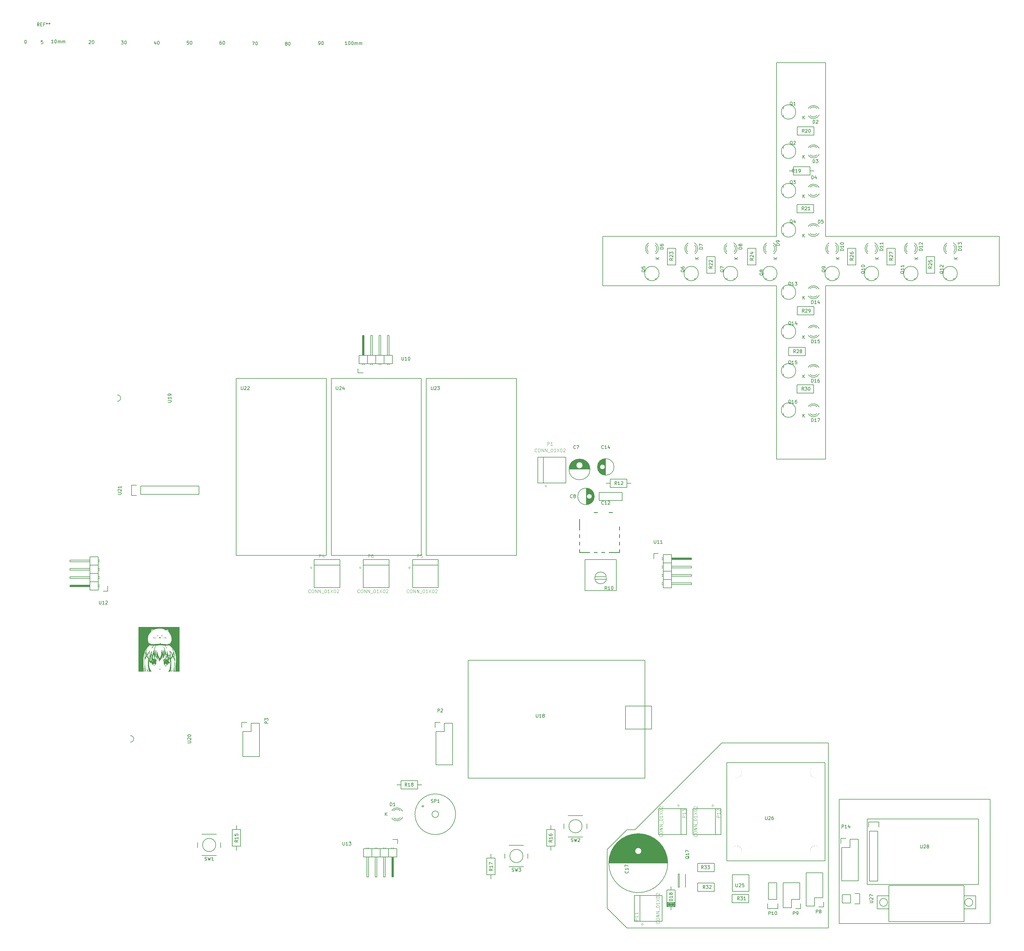
<source format=gto>
G04 #@! TF.FileFunction,Legend,Top*
%FSLAX46Y46*%
G04 Gerber Fmt 4.6, Leading zero omitted, Abs format (unit mm)*
G04 Created by KiCad (PCBNEW 4.0.1-stable) date 2016/11/10 21:26:33*
%MOMM*%
G01*
G04 APERTURE LIST*
%ADD10C,0.100000*%
%ADD11C,0.200000*%
%ADD12C,0.150000*%
%ADD13C,0.203200*%
%ADD14C,0.127000*%
%ADD15C,0.254000*%
%ADD16C,0.010000*%
%ADD17C,0.050000*%
%ADD18C,3.200000*%
%ADD19C,2.200000*%
%ADD20R,2.032000X1.727200*%
%ADD21O,2.032000X1.727200*%
%ADD22R,2.032000X2.032000*%
%ADD23O,2.032000X2.032000*%
%ADD24R,1.727200X1.727200*%
%ADD25O,1.727200X1.727200*%
%ADD26C,1.300000*%
%ADD27R,1.300000X1.300000*%
%ADD28R,2.000000X2.000000*%
%ADD29C,2.000000*%
%ADD30R,2.950000X2.950000*%
%ADD31C,2.950000*%
%ADD32C,1.998980*%
%ADD33C,1.510000*%
%ADD34R,1.510000X1.510000*%
%ADD35C,1.524000*%
%ADD36R,2.999740X1.198880*%
%ADD37R,5.288280X2.999740*%
%ADD38R,3.489960X2.999740*%
%ADD39R,2.999740X5.288280*%
%ADD40R,1.198880X2.999740*%
%ADD41R,1.498600X1.198880*%
%ADD42R,1.727200X2.032000*%
%ADD43O,1.727200X2.032000*%
%ADD44C,4.000000*%
%ADD45R,1.998980X1.998980*%
%ADD46C,1.600000*%
G04 APERTURE END LIST*
D10*
D11*
X402270000Y-296900000D02*
X436270000Y-296900000D01*
X436270000Y-296900000D02*
X436270000Y-316900000D01*
X436270000Y-316900000D02*
X402270000Y-316900000D01*
X402270000Y-316900000D02*
X402270000Y-296900000D01*
X431870000Y-317300000D02*
X431870000Y-328300000D01*
X431870000Y-328300000D02*
X408870000Y-328300000D01*
X408870000Y-328300000D02*
X408870000Y-317300000D01*
X408870000Y-317300000D02*
X431870000Y-317300000D01*
X405370000Y-320400000D02*
X405370000Y-324400000D01*
X405370000Y-324400000D02*
X408870000Y-324400000D01*
X408870000Y-320400000D02*
X405370000Y-320400000D01*
X435370000Y-320400000D02*
X435370000Y-324400000D01*
X435370000Y-324400000D02*
X431870000Y-324400000D01*
X435370000Y-320400000D02*
X431870000Y-320400000D01*
X434470000Y-322400000D02*
G75*
G03X434470000Y-322400000I-1200000J0D01*
G01*
X408470000Y-322400000D02*
G75*
G03X408470000Y-322400000I-1200000J0D01*
G01*
X439770000Y-291900000D02*
X439770000Y-328900000D01*
X439770000Y-328900000D02*
X393770000Y-328900000D01*
X393770000Y-328900000D02*
X393770000Y-290900000D01*
X393770000Y-290900000D02*
X439770000Y-290900000D01*
X439770000Y-290900000D02*
X439770000Y-291900000D01*
X439770000Y-290900000D02*
X439770000Y-291900000D01*
X393770000Y-290900000D02*
X439770000Y-290900000D01*
X393770000Y-328900000D02*
X393770000Y-290900000D01*
X439770000Y-328900000D02*
X393770000Y-328900000D01*
X439770000Y-291900000D02*
X439770000Y-328900000D01*
X389580000Y-119170000D02*
X389580000Y-66170000D01*
X442580000Y-119170000D02*
X389580000Y-119170000D01*
X442580000Y-134170000D02*
X442580000Y-119170000D01*
X389580000Y-134170000D02*
X442580000Y-134170000D01*
X389580000Y-187170000D02*
X389580000Y-134170000D01*
X374580000Y-187170000D02*
X389580000Y-187170000D01*
X374580000Y-134170000D02*
X374580000Y-187170000D01*
X321580000Y-134170000D02*
X374580000Y-134170000D01*
X321580000Y-119170000D02*
X321580000Y-134170000D01*
X374580000Y-119170000D02*
X321580000Y-119170000D01*
X374580000Y-66170000D02*
X374580000Y-119170000D01*
X389580000Y-66170000D02*
X374580000Y-66170000D01*
X328930000Y-330230000D02*
X390430000Y-330230000D01*
X322930000Y-324230000D02*
X328930000Y-330230000D01*
X322930000Y-306230000D02*
X322930000Y-324230000D01*
X328930000Y-300230000D02*
X322930000Y-306230000D01*
X331430000Y-300230000D02*
X328930000Y-300230000D01*
X357930000Y-273730000D02*
X331430000Y-300230000D01*
X390430000Y-273730000D02*
X357930000Y-273730000D01*
X390430000Y-330230000D02*
X390430000Y-273730000D01*
X408470000Y-322400000D02*
G75*
G03X408470000Y-322400000I-1200000J0D01*
G01*
X434470000Y-322400000D02*
G75*
G03X434470000Y-322400000I-1200000J0D01*
G01*
X435370000Y-320400000D02*
X431870000Y-320400000D01*
X435370000Y-324400000D02*
X431870000Y-324400000D01*
X435370000Y-320400000D02*
X435370000Y-324400000D01*
X408870000Y-320400000D02*
X405370000Y-320400000D01*
X405370000Y-324400000D02*
X408870000Y-324400000D01*
X405370000Y-320400000D02*
X405370000Y-324400000D01*
X408870000Y-317300000D02*
X431870000Y-317300000D01*
X408870000Y-328300000D02*
X408870000Y-317300000D01*
X431870000Y-328300000D02*
X408870000Y-328300000D01*
X431870000Y-317300000D02*
X431870000Y-328300000D01*
X402270000Y-316900000D02*
X402270000Y-296900000D01*
X436270000Y-316900000D02*
X402270000Y-316900000D01*
X436270000Y-296900000D02*
X436270000Y-316900000D01*
X402270000Y-296900000D02*
X436270000Y-296900000D01*
D12*
X403000000Y-300670000D02*
X403000000Y-315910000D01*
X403000000Y-315910000D02*
X405540000Y-315910000D01*
X405540000Y-315910000D02*
X405540000Y-300670000D01*
X402720000Y-297850000D02*
X402720000Y-299400000D01*
X403000000Y-300670000D02*
X405540000Y-300670000D01*
X405820000Y-299400000D02*
X405820000Y-297850000D01*
X405820000Y-297850000D02*
X402720000Y-297850000D01*
X397200000Y-322570000D02*
X394660000Y-322570000D01*
X400020000Y-322850000D02*
X398470000Y-322850000D01*
X397200000Y-322570000D02*
X397200000Y-320030000D01*
X398470000Y-319750000D02*
X400020000Y-319750000D01*
X400020000Y-319750000D02*
X400020000Y-322850000D01*
X397200000Y-320030000D02*
X394660000Y-320030000D01*
X394660000Y-320030000D02*
X394660000Y-322570000D01*
X399580000Y-303130000D02*
X399580000Y-315830000D01*
X399580000Y-315830000D02*
X394500000Y-315830000D01*
X394500000Y-315830000D02*
X394500000Y-305670000D01*
X399580000Y-303130000D02*
X397040000Y-303130000D01*
X395770000Y-302850000D02*
X394220000Y-302850000D01*
X397040000Y-303130000D02*
X397040000Y-305670000D01*
X397040000Y-305670000D02*
X394500000Y-305670000D01*
X394220000Y-302850000D02*
X394220000Y-304400000D01*
X170510000Y-227400000D02*
X170510000Y-225850000D01*
X169210000Y-227400000D02*
X170510000Y-227400000D01*
X165019000Y-225977000D02*
X159177000Y-225977000D01*
X159177000Y-225977000D02*
X159177000Y-225723000D01*
X159177000Y-225723000D02*
X165019000Y-225723000D01*
X165019000Y-225723000D02*
X165019000Y-225850000D01*
X165019000Y-225850000D02*
X159177000Y-225850000D01*
X167686000Y-226104000D02*
X168067000Y-226104000D01*
X167686000Y-225596000D02*
X168067000Y-225596000D01*
X167686000Y-223564000D02*
X168067000Y-223564000D01*
X167686000Y-223056000D02*
X168067000Y-223056000D01*
X167686000Y-221024000D02*
X168067000Y-221024000D01*
X167686000Y-220516000D02*
X168067000Y-220516000D01*
X167686000Y-217976000D02*
X168067000Y-217976000D01*
X167686000Y-218484000D02*
X168067000Y-218484000D01*
X167686000Y-227120000D02*
X165146000Y-227120000D01*
X167686000Y-224580000D02*
X165146000Y-224580000D01*
X167686000Y-224580000D02*
X167686000Y-222040000D01*
X167686000Y-222040000D02*
X165146000Y-222040000D01*
X165146000Y-223564000D02*
X159050000Y-223564000D01*
X159050000Y-223564000D02*
X159050000Y-223056000D01*
X159050000Y-223056000D02*
X165146000Y-223056000D01*
X165146000Y-222040000D02*
X165146000Y-224580000D01*
X165146000Y-224580000D02*
X165146000Y-227120000D01*
X159050000Y-225596000D02*
X165146000Y-225596000D01*
X159050000Y-226104000D02*
X159050000Y-225596000D01*
X165146000Y-226104000D02*
X159050000Y-226104000D01*
X167686000Y-224580000D02*
X165146000Y-224580000D01*
X167686000Y-227120000D02*
X167686000Y-224580000D01*
X167686000Y-219500000D02*
X165146000Y-219500000D01*
X167686000Y-219500000D02*
X167686000Y-216960000D01*
X167686000Y-216960000D02*
X165146000Y-216960000D01*
X165146000Y-218484000D02*
X159050000Y-218484000D01*
X159050000Y-218484000D02*
X159050000Y-217976000D01*
X159050000Y-217976000D02*
X165146000Y-217976000D01*
X165146000Y-216960000D02*
X165146000Y-219500000D01*
X165146000Y-219500000D02*
X165146000Y-222040000D01*
X159050000Y-220516000D02*
X165146000Y-220516000D01*
X159050000Y-221024000D02*
X159050000Y-220516000D01*
X165146000Y-221024000D02*
X159050000Y-221024000D01*
X167686000Y-219500000D02*
X165146000Y-219500000D01*
X167686000Y-222040000D02*
X167686000Y-219500000D01*
X167686000Y-222040000D02*
X165146000Y-222040000D01*
X311351000Y-190175000D02*
X317649000Y-190175000D01*
X311357000Y-190035000D02*
X317643000Y-190035000D01*
X311370000Y-189895000D02*
X314054000Y-189895000D01*
X314946000Y-189895000D02*
X317630000Y-189895000D01*
X311389000Y-189755000D02*
X313844000Y-189755000D01*
X315156000Y-189755000D02*
X317611000Y-189755000D01*
X311415000Y-189615000D02*
X313711000Y-189615000D01*
X315289000Y-189615000D02*
X317585000Y-189615000D01*
X311447000Y-189475000D02*
X313620000Y-189475000D01*
X315380000Y-189475000D02*
X317553000Y-189475000D01*
X311486000Y-189335000D02*
X313558000Y-189335000D01*
X315442000Y-189335000D02*
X317514000Y-189335000D01*
X311532000Y-189195000D02*
X313519000Y-189195000D01*
X315481000Y-189195000D02*
X317468000Y-189195000D01*
X311585000Y-189055000D02*
X313502000Y-189055000D01*
X315498000Y-189055000D02*
X317415000Y-189055000D01*
X311647000Y-188915000D02*
X313504000Y-188915000D01*
X315496000Y-188915000D02*
X317353000Y-188915000D01*
X311717000Y-188775000D02*
X313526000Y-188775000D01*
X315474000Y-188775000D02*
X317283000Y-188775000D01*
X311796000Y-188635000D02*
X313569000Y-188635000D01*
X315431000Y-188635000D02*
X317204000Y-188635000D01*
X311884000Y-188495000D02*
X313637000Y-188495000D01*
X315363000Y-188495000D02*
X317116000Y-188495000D01*
X311984000Y-188355000D02*
X313736000Y-188355000D01*
X315264000Y-188355000D02*
X317016000Y-188355000D01*
X312096000Y-188215000D02*
X313881000Y-188215000D01*
X315119000Y-188215000D02*
X316904000Y-188215000D01*
X312221000Y-188075000D02*
X314120000Y-188075000D01*
X314880000Y-188075000D02*
X316779000Y-188075000D01*
X312364000Y-187935000D02*
X316636000Y-187935000D01*
X312526000Y-187795000D02*
X316474000Y-187795000D01*
X312714000Y-187655000D02*
X316286000Y-187655000D01*
X312937000Y-187515000D02*
X316063000Y-187515000D01*
X313213000Y-187375000D02*
X315787000Y-187375000D01*
X313588000Y-187235000D02*
X315412000Y-187235000D01*
X315500000Y-189000000D02*
G75*
G03X315500000Y-189000000I-1000000J0D01*
G01*
X317687500Y-190250000D02*
G75*
G03X317687500Y-190250000I-3187500J0D01*
G01*
X316575000Y-196001000D02*
X316575000Y-200999000D01*
X316715000Y-196009000D02*
X316715000Y-198346000D01*
X316715000Y-198654000D02*
X316715000Y-200991000D01*
X316855000Y-196025000D02*
X316855000Y-198027000D01*
X316855000Y-198973000D02*
X316855000Y-200975000D01*
X316995000Y-196049000D02*
X316995000Y-197880000D01*
X316995000Y-199120000D02*
X316995000Y-200951000D01*
X317135000Y-196082000D02*
X317135000Y-197788000D01*
X317135000Y-199212000D02*
X317135000Y-200918000D01*
X317275000Y-196123000D02*
X317275000Y-197732000D01*
X317275000Y-199268000D02*
X317275000Y-200877000D01*
X317415000Y-196173000D02*
X317415000Y-197705000D01*
X317415000Y-199295000D02*
X317415000Y-200827000D01*
X317555000Y-196234000D02*
X317555000Y-197702000D01*
X317555000Y-199298000D02*
X317555000Y-200766000D01*
X317695000Y-196304000D02*
X317695000Y-197724000D01*
X317695000Y-199276000D02*
X317695000Y-200696000D01*
X317835000Y-196386000D02*
X317835000Y-197774000D01*
X317835000Y-199226000D02*
X317835000Y-200614000D01*
X317975000Y-196481000D02*
X317975000Y-197856000D01*
X317975000Y-199144000D02*
X317975000Y-200519000D01*
X318115000Y-196592000D02*
X318115000Y-197988000D01*
X318115000Y-199012000D02*
X318115000Y-200408000D01*
X318255000Y-196720000D02*
X318255000Y-198235000D01*
X318255000Y-198765000D02*
X318255000Y-200280000D01*
X318395000Y-196869000D02*
X318395000Y-200131000D01*
X318535000Y-197048000D02*
X318535000Y-199952000D01*
X318675000Y-197267000D02*
X318675000Y-199733000D01*
X318815000Y-197556000D02*
X318815000Y-199444000D01*
X318955000Y-198028000D02*
X318955000Y-198972000D01*
X318300000Y-198500000D02*
G75*
G03X318300000Y-198500000I-800000J0D01*
G01*
X319037500Y-198500000D02*
G75*
G03X319037500Y-198500000I-2537500J0D01*
G01*
X327500000Y-199750000D02*
X320500000Y-199750000D01*
X320500000Y-199750000D02*
X320500000Y-197250000D01*
X320500000Y-197250000D02*
X327500000Y-197250000D01*
X327500000Y-197250000D02*
X327500000Y-199750000D01*
X322425000Y-191999000D02*
X322425000Y-187001000D01*
X322285000Y-191991000D02*
X322285000Y-189654000D01*
X322285000Y-189346000D02*
X322285000Y-187009000D01*
X322145000Y-191975000D02*
X322145000Y-189973000D01*
X322145000Y-189027000D02*
X322145000Y-187025000D01*
X322005000Y-191951000D02*
X322005000Y-190120000D01*
X322005000Y-188880000D02*
X322005000Y-187049000D01*
X321865000Y-191918000D02*
X321865000Y-190212000D01*
X321865000Y-188788000D02*
X321865000Y-187082000D01*
X321725000Y-191877000D02*
X321725000Y-190268000D01*
X321725000Y-188732000D02*
X321725000Y-187123000D01*
X321585000Y-191827000D02*
X321585000Y-190295000D01*
X321585000Y-188705000D02*
X321585000Y-187173000D01*
X321445000Y-191766000D02*
X321445000Y-190298000D01*
X321445000Y-188702000D02*
X321445000Y-187234000D01*
X321305000Y-191696000D02*
X321305000Y-190276000D01*
X321305000Y-188724000D02*
X321305000Y-187304000D01*
X321165000Y-191614000D02*
X321165000Y-190226000D01*
X321165000Y-188774000D02*
X321165000Y-187386000D01*
X321025000Y-191519000D02*
X321025000Y-190144000D01*
X321025000Y-188856000D02*
X321025000Y-187481000D01*
X320885000Y-191408000D02*
X320885000Y-190012000D01*
X320885000Y-188988000D02*
X320885000Y-187592000D01*
X320745000Y-191280000D02*
X320745000Y-189765000D01*
X320745000Y-189235000D02*
X320745000Y-187720000D01*
X320605000Y-191131000D02*
X320605000Y-187869000D01*
X320465000Y-190952000D02*
X320465000Y-188048000D01*
X320325000Y-190733000D02*
X320325000Y-188267000D01*
X320185000Y-190444000D02*
X320185000Y-188556000D01*
X320045000Y-189972000D02*
X320045000Y-189028000D01*
X322300000Y-189500000D02*
G75*
G03X322300000Y-189500000I-800000J0D01*
G01*
X325037500Y-189500000D02*
G75*
G03X325037500Y-189500000I-2537500J0D01*
G01*
X257301000Y-296814000D02*
X257301000Y-296614000D01*
X257301000Y-294220000D02*
X257301000Y-294400000D01*
X260528744Y-294530357D02*
G75*
G03X257301000Y-294214000I-1727744J-1003643D01*
G01*
X259853006Y-294400932D02*
G75*
G03X257750000Y-294400000I-1052006J-1133068D01*
G01*
X257313780Y-296840726D02*
G75*
G03X260551000Y-296494000I1497220J1306726D01*
G01*
X257787111Y-296613253D02*
G75*
G03X259835000Y-296594000I1013889J1079253D01*
G01*
D13*
X310300000Y-186570000D02*
X310300000Y-194430000D01*
X310300000Y-194430000D02*
X303500000Y-194430000D01*
X303500000Y-186570000D02*
X310300000Y-186570000D01*
X303500000Y-186570000D02*
X303500000Y-194430000D01*
D14*
X301800000Y-194430000D02*
X301800000Y-186570000D01*
X303500000Y-194430000D02*
X301800000Y-194430000D01*
X303500000Y-186570000D02*
X301800000Y-186570000D01*
D10*
X304504000Y-195375000D02*
G75*
G03X304504000Y-195375000I-254000J0D01*
G01*
D12*
X275810000Y-267730000D02*
X275810000Y-280430000D01*
X275810000Y-280430000D02*
X270730000Y-280430000D01*
X270730000Y-280430000D02*
X270730000Y-270270000D01*
X275810000Y-267730000D02*
X273270000Y-267730000D01*
X272000000Y-267450000D02*
X270450000Y-267450000D01*
X273270000Y-267730000D02*
X273270000Y-270270000D01*
X273270000Y-270270000D02*
X270730000Y-270270000D01*
X270450000Y-267450000D02*
X270450000Y-269000000D01*
X211755000Y-270300000D02*
X211755000Y-277920000D01*
X211755000Y-277920000D02*
X216835000Y-277920000D01*
X216835000Y-277920000D02*
X216835000Y-267760000D01*
X216835000Y-267760000D02*
X214295000Y-267760000D01*
X213025000Y-267480000D02*
X211475000Y-267480000D01*
X214295000Y-267760000D02*
X214295000Y-270300000D01*
X214295000Y-270300000D02*
X211755000Y-270300000D01*
X211475000Y-267480000D02*
X211475000Y-269030000D01*
D13*
X241430000Y-226300000D02*
X233570000Y-226300000D01*
X233570000Y-226300000D02*
X233570000Y-219500000D01*
X241430000Y-219500000D02*
X241430000Y-226300000D01*
X241430000Y-219500000D02*
X233570000Y-219500000D01*
D14*
X233570000Y-217800000D02*
X241430000Y-217800000D01*
X233570000Y-219500000D02*
X233570000Y-217800000D01*
X241430000Y-219500000D02*
X241430000Y-217800000D01*
D10*
X232879000Y-220250000D02*
G75*
G03X232879000Y-220250000I-254000J0D01*
G01*
D13*
X271430000Y-226300000D02*
X263570000Y-226300000D01*
X263570000Y-226300000D02*
X263570000Y-219500000D01*
X271430000Y-219500000D02*
X271430000Y-226300000D01*
X271430000Y-219500000D02*
X263570000Y-219500000D01*
D14*
X263570000Y-217800000D02*
X271430000Y-217800000D01*
X263570000Y-219500000D02*
X263570000Y-217800000D01*
X271430000Y-219500000D02*
X271430000Y-217800000D01*
D10*
X262879000Y-220250000D02*
G75*
G03X262879000Y-220250000I-254000J0D01*
G01*
D13*
X256430000Y-226300000D02*
X248570000Y-226300000D01*
X248570000Y-226300000D02*
X248570000Y-219500000D01*
X256430000Y-219500000D02*
X256430000Y-226300000D01*
X256430000Y-219500000D02*
X248570000Y-219500000D01*
D14*
X248570000Y-217800000D02*
X256430000Y-217800000D01*
X248570000Y-219500000D02*
X248570000Y-217800000D01*
X256430000Y-219500000D02*
X256430000Y-217800000D01*
D10*
X247879000Y-220250000D02*
G75*
G03X247879000Y-220250000I-254000J0D01*
G01*
D12*
X322660000Y-223755000D02*
X319260000Y-223755000D01*
X322660000Y-222995000D02*
X319260000Y-222995000D01*
X325725000Y-227265000D02*
X316195000Y-227265000D01*
X316195000Y-227265000D02*
X316195000Y-217735000D01*
X316195000Y-217735000D02*
X325725000Y-217735000D01*
X325725000Y-217735000D02*
X325725000Y-227265000D01*
X322761735Y-223375000D02*
G75*
G03X322761735Y-223375000I-1801735J0D01*
G01*
X328960000Y-195770000D02*
X323880000Y-195770000D01*
X323880000Y-195770000D02*
X323880000Y-193230000D01*
X323880000Y-193230000D02*
X328960000Y-193230000D01*
X328960000Y-193230000D02*
X328960000Y-195770000D01*
X328960000Y-194500000D02*
X330230000Y-194500000D01*
X323880000Y-194500000D02*
X322610000Y-194500000D01*
X208580000Y-305225000D02*
X208580000Y-300145000D01*
X208580000Y-300145000D02*
X211120000Y-300145000D01*
X211120000Y-300145000D02*
X211120000Y-305225000D01*
X211120000Y-305225000D02*
X208580000Y-305225000D01*
X209850000Y-305225000D02*
X209850000Y-306495000D01*
X209850000Y-300145000D02*
X209850000Y-298875000D01*
X304465000Y-305225000D02*
X304465000Y-300145000D01*
X304465000Y-300145000D02*
X307005000Y-300145000D01*
X307005000Y-300145000D02*
X307005000Y-305225000D01*
X307005000Y-305225000D02*
X304465000Y-305225000D01*
X305735000Y-305225000D02*
X305735000Y-306495000D01*
X305735000Y-300145000D02*
X305735000Y-298875000D01*
X286230000Y-313960000D02*
X286230000Y-308880000D01*
X286230000Y-308880000D02*
X288770000Y-308880000D01*
X288770000Y-308880000D02*
X288770000Y-313960000D01*
X288770000Y-313960000D02*
X286230000Y-313960000D01*
X287500000Y-313960000D02*
X287500000Y-315230000D01*
X287500000Y-308880000D02*
X287500000Y-307610000D01*
X260040000Y-285230000D02*
X265120000Y-285230000D01*
X265120000Y-285230000D02*
X265120000Y-287770000D01*
X265120000Y-287770000D02*
X260040000Y-287770000D01*
X260040000Y-287770000D02*
X260040000Y-285230000D01*
X260040000Y-286500000D02*
X258770000Y-286500000D01*
X265120000Y-286500000D02*
X266390000Y-286500000D01*
X271500760Y-295500000D02*
G75*
G03X271500760Y-295500000I-1000760J0D01*
G01*
X276700140Y-295500000D02*
G75*
G03X276700140Y-295500000I-6200140J0D01*
G01*
X203535564Y-304880000D02*
G75*
G03X203535564Y-304880000I-2015564J0D01*
G01*
X203770000Y-301630000D02*
X199270000Y-301630000D01*
X205020000Y-305630000D02*
X205020000Y-304130000D01*
X199270000Y-308130000D02*
X203770000Y-308130000D01*
X198020000Y-304130000D02*
X198020000Y-305630000D01*
X315295564Y-299165000D02*
G75*
G03X315295564Y-299165000I-2015564J0D01*
G01*
X315530000Y-295915000D02*
X311030000Y-295915000D01*
X316780000Y-299915000D02*
X316780000Y-298415000D01*
X311030000Y-302415000D02*
X315530000Y-302415000D01*
X309780000Y-298415000D02*
X309780000Y-299915000D01*
X297265564Y-308250000D02*
G75*
G03X297265564Y-308250000I-2015564J0D01*
G01*
X297500000Y-305000000D02*
X293000000Y-305000000D01*
X298750000Y-309000000D02*
X298750000Y-307500000D01*
X293000000Y-311500000D02*
X297500000Y-311500000D01*
X291750000Y-307500000D02*
X291750000Y-309000000D01*
D15*
X314511460Y-215548540D02*
X326708540Y-215548540D01*
X326708540Y-215548540D02*
X326708540Y-203351460D01*
X326708540Y-203351460D02*
X314511460Y-203351460D01*
X314511460Y-203351460D02*
X314511460Y-215548540D01*
D12*
X246950000Y-160800000D02*
X248500000Y-160800000D01*
X246950000Y-159500000D02*
X246950000Y-160800000D01*
X248373000Y-155309000D02*
X248373000Y-149467000D01*
X248373000Y-149467000D02*
X248627000Y-149467000D01*
X248627000Y-149467000D02*
X248627000Y-155309000D01*
X248627000Y-155309000D02*
X248500000Y-155309000D01*
X248500000Y-155309000D02*
X248500000Y-149467000D01*
X248246000Y-157976000D02*
X248246000Y-158357000D01*
X248754000Y-157976000D02*
X248754000Y-158357000D01*
X250786000Y-157976000D02*
X250786000Y-158357000D01*
X251294000Y-157976000D02*
X251294000Y-158357000D01*
X253326000Y-157976000D02*
X253326000Y-158357000D01*
X253834000Y-157976000D02*
X253834000Y-158357000D01*
X256374000Y-157976000D02*
X256374000Y-158357000D01*
X255866000Y-157976000D02*
X255866000Y-158357000D01*
X247230000Y-157976000D02*
X247230000Y-155436000D01*
X249770000Y-157976000D02*
X249770000Y-155436000D01*
X249770000Y-157976000D02*
X252310000Y-157976000D01*
X252310000Y-157976000D02*
X252310000Y-155436000D01*
X250786000Y-155436000D02*
X250786000Y-149340000D01*
X250786000Y-149340000D02*
X251294000Y-149340000D01*
X251294000Y-149340000D02*
X251294000Y-155436000D01*
X252310000Y-155436000D02*
X249770000Y-155436000D01*
X249770000Y-155436000D02*
X247230000Y-155436000D01*
X248754000Y-149340000D02*
X248754000Y-155436000D01*
X248246000Y-149340000D02*
X248754000Y-149340000D01*
X248246000Y-155436000D02*
X248246000Y-149340000D01*
X249770000Y-157976000D02*
X249770000Y-155436000D01*
X247230000Y-157976000D02*
X249770000Y-157976000D01*
X254850000Y-157976000D02*
X254850000Y-155436000D01*
X254850000Y-157976000D02*
X257390000Y-157976000D01*
X257390000Y-157976000D02*
X257390000Y-155436000D01*
X255866000Y-155436000D02*
X255866000Y-149340000D01*
X255866000Y-149340000D02*
X256374000Y-149340000D01*
X256374000Y-149340000D02*
X256374000Y-155436000D01*
X257390000Y-155436000D02*
X254850000Y-155436000D01*
X254850000Y-155436000D02*
X252310000Y-155436000D01*
X253834000Y-149340000D02*
X253834000Y-155436000D01*
X253326000Y-149340000D02*
X253834000Y-149340000D01*
X253326000Y-155436000D02*
X253326000Y-149340000D01*
X254850000Y-157976000D02*
X254850000Y-155436000D01*
X252310000Y-157976000D02*
X254850000Y-157976000D01*
X252310000Y-157976000D02*
X252310000Y-155436000D01*
X337200000Y-215950000D02*
X337200000Y-217500000D01*
X338500000Y-215950000D02*
X337200000Y-215950000D01*
X342691000Y-217373000D02*
X348533000Y-217373000D01*
X348533000Y-217373000D02*
X348533000Y-217627000D01*
X348533000Y-217627000D02*
X342691000Y-217627000D01*
X342691000Y-217627000D02*
X342691000Y-217500000D01*
X342691000Y-217500000D02*
X348533000Y-217500000D01*
X340024000Y-217246000D02*
X339643000Y-217246000D01*
X340024000Y-217754000D02*
X339643000Y-217754000D01*
X340024000Y-219786000D02*
X339643000Y-219786000D01*
X340024000Y-220294000D02*
X339643000Y-220294000D01*
X340024000Y-222326000D02*
X339643000Y-222326000D01*
X340024000Y-222834000D02*
X339643000Y-222834000D01*
X340024000Y-225374000D02*
X339643000Y-225374000D01*
X340024000Y-224866000D02*
X339643000Y-224866000D01*
X340024000Y-216230000D02*
X342564000Y-216230000D01*
X340024000Y-218770000D02*
X342564000Y-218770000D01*
X340024000Y-218770000D02*
X340024000Y-221310000D01*
X340024000Y-221310000D02*
X342564000Y-221310000D01*
X342564000Y-219786000D02*
X348660000Y-219786000D01*
X348660000Y-219786000D02*
X348660000Y-220294000D01*
X348660000Y-220294000D02*
X342564000Y-220294000D01*
X342564000Y-221310000D02*
X342564000Y-218770000D01*
X342564000Y-218770000D02*
X342564000Y-216230000D01*
X348660000Y-217754000D02*
X342564000Y-217754000D01*
X348660000Y-217246000D02*
X348660000Y-217754000D01*
X342564000Y-217246000D02*
X348660000Y-217246000D01*
X340024000Y-218770000D02*
X342564000Y-218770000D01*
X340024000Y-216230000D02*
X340024000Y-218770000D01*
X340024000Y-223850000D02*
X342564000Y-223850000D01*
X340024000Y-223850000D02*
X340024000Y-226390000D01*
X340024000Y-226390000D02*
X342564000Y-226390000D01*
X342564000Y-224866000D02*
X348660000Y-224866000D01*
X348660000Y-224866000D02*
X348660000Y-225374000D01*
X348660000Y-225374000D02*
X342564000Y-225374000D01*
X342564000Y-226390000D02*
X342564000Y-223850000D01*
X342564000Y-223850000D02*
X342564000Y-221310000D01*
X348660000Y-222834000D02*
X342564000Y-222834000D01*
X348660000Y-222326000D02*
X348660000Y-222834000D01*
X342564000Y-222326000D02*
X348660000Y-222326000D01*
X340024000Y-223850000D02*
X342564000Y-223850000D01*
X340024000Y-221310000D02*
X340024000Y-223850000D01*
X340024000Y-221310000D02*
X342564000Y-221310000D01*
X259050000Y-303200000D02*
X257500000Y-303200000D01*
X259050000Y-304500000D02*
X259050000Y-303200000D01*
X257627000Y-308691000D02*
X257627000Y-314533000D01*
X257627000Y-314533000D02*
X257373000Y-314533000D01*
X257373000Y-314533000D02*
X257373000Y-308691000D01*
X257373000Y-308691000D02*
X257500000Y-308691000D01*
X257500000Y-308691000D02*
X257500000Y-314533000D01*
X257754000Y-306024000D02*
X257754000Y-305643000D01*
X257246000Y-306024000D02*
X257246000Y-305643000D01*
X255214000Y-306024000D02*
X255214000Y-305643000D01*
X254706000Y-306024000D02*
X254706000Y-305643000D01*
X252674000Y-306024000D02*
X252674000Y-305643000D01*
X252166000Y-306024000D02*
X252166000Y-305643000D01*
X249626000Y-306024000D02*
X249626000Y-305643000D01*
X250134000Y-306024000D02*
X250134000Y-305643000D01*
X258770000Y-306024000D02*
X258770000Y-308564000D01*
X256230000Y-306024000D02*
X256230000Y-308564000D01*
X256230000Y-306024000D02*
X253690000Y-306024000D01*
X253690000Y-306024000D02*
X253690000Y-308564000D01*
X255214000Y-308564000D02*
X255214000Y-314660000D01*
X255214000Y-314660000D02*
X254706000Y-314660000D01*
X254706000Y-314660000D02*
X254706000Y-308564000D01*
X253690000Y-308564000D02*
X256230000Y-308564000D01*
X256230000Y-308564000D02*
X258770000Y-308564000D01*
X257246000Y-314660000D02*
X257246000Y-308564000D01*
X257754000Y-314660000D02*
X257246000Y-314660000D01*
X257754000Y-308564000D02*
X257754000Y-314660000D01*
X256230000Y-306024000D02*
X256230000Y-308564000D01*
X258770000Y-306024000D02*
X256230000Y-306024000D01*
X251150000Y-306024000D02*
X251150000Y-308564000D01*
X251150000Y-306024000D02*
X248610000Y-306024000D01*
X248610000Y-306024000D02*
X248610000Y-308564000D01*
X250134000Y-308564000D02*
X250134000Y-314660000D01*
X250134000Y-314660000D02*
X249626000Y-314660000D01*
X249626000Y-314660000D02*
X249626000Y-308564000D01*
X248610000Y-308564000D02*
X251150000Y-308564000D01*
X251150000Y-308564000D02*
X253690000Y-308564000D01*
X252166000Y-314660000D02*
X252166000Y-308564000D01*
X252674000Y-314660000D02*
X252166000Y-314660000D01*
X252674000Y-308564000D02*
X252674000Y-314660000D01*
X251150000Y-306024000D02*
X251150000Y-308564000D01*
X253690000Y-306024000D02*
X251150000Y-306024000D01*
X253690000Y-306024000D02*
X253690000Y-308564000D01*
X333500000Y-262500000D02*
X328500000Y-262500000D01*
X328500000Y-262500000D02*
X328500000Y-269500000D01*
X328500000Y-269500000D02*
X336500000Y-269500000D01*
X336500000Y-269500000D02*
X336500000Y-262500000D01*
X336500000Y-262500000D02*
X334500000Y-262500000D01*
X333500000Y-262500000D02*
X334500000Y-262500000D01*
X334500000Y-283500000D02*
X334500000Y-248500000D01*
X334500000Y-248500000D02*
X280500000Y-248500000D01*
X280500000Y-248500000D02*
X280500000Y-283500000D01*
X280500000Y-283500000D02*
X280500000Y-284500000D01*
X280500000Y-284500000D02*
X334500000Y-284500000D01*
X334500000Y-284500000D02*
X334500000Y-283500000D01*
X334500000Y-283500000D02*
X334500000Y-284500000D01*
X174500000Y-168500000D02*
G75*
G03X173500000Y-167500000I-1000000J0D01*
G01*
X173500000Y-169500000D02*
G75*
G03X174500000Y-168500000I0J1000000D01*
G01*
X178500000Y-272500000D02*
G75*
G03X177500000Y-271500000I-1000000J0D01*
G01*
X177500000Y-273500000D02*
G75*
G03X178500000Y-272500000I0J1000000D01*
G01*
X180640000Y-195370000D02*
X198420000Y-195370000D01*
X198420000Y-195370000D02*
X198420000Y-197910000D01*
X198420000Y-197910000D02*
X180640000Y-197910000D01*
X177820000Y-195090000D02*
X179370000Y-195090000D01*
X180640000Y-195370000D02*
X180640000Y-197910000D01*
X179370000Y-198190000D02*
X177820000Y-198190000D01*
X177820000Y-198190000D02*
X177820000Y-195090000D01*
X209750000Y-162500000D02*
X237250000Y-162500000D01*
X209750000Y-216500000D02*
X209750000Y-162500000D01*
X237250000Y-216500000D02*
X237250000Y-162500000D01*
X209750000Y-216500000D02*
X237250000Y-216500000D01*
X267750000Y-162500000D02*
X295250000Y-162500000D01*
X267750000Y-216500000D02*
X267750000Y-162500000D01*
X295250000Y-216500000D02*
X295250000Y-162500000D01*
X267750000Y-216500000D02*
X295250000Y-216500000D01*
X238750000Y-162500000D02*
X266250000Y-162500000D01*
X238750000Y-216500000D02*
X238750000Y-162500000D01*
X266250000Y-216500000D02*
X266250000Y-162500000D01*
X238750000Y-216500000D02*
X266250000Y-216500000D01*
D16*
G36*
X192407112Y-251893333D02*
X191198623Y-251893333D01*
X191178354Y-251650004D01*
X191172720Y-251566077D01*
X191169598Y-251474587D01*
X191169283Y-251371321D01*
X191172065Y-251252062D01*
X191178238Y-251112596D01*
X191188094Y-250948706D01*
X191201925Y-250756177D01*
X191220024Y-250530794D01*
X191242683Y-250268342D01*
X191270195Y-249964605D01*
X191302852Y-249615367D01*
X191340947Y-249216413D01*
X191363144Y-248986444D01*
X191376293Y-248804377D01*
X191384986Y-248585420D01*
X191389332Y-248342799D01*
X191389439Y-248089738D01*
X191385416Y-247839464D01*
X191377369Y-247605199D01*
X191365409Y-247400170D01*
X191349642Y-247237601D01*
X191348786Y-247231056D01*
X191310188Y-246979540D01*
X191261905Y-246726814D01*
X191207244Y-246487407D01*
X191149511Y-246275845D01*
X191094176Y-246112198D01*
X191055254Y-246012142D01*
X191025684Y-245937137D01*
X190997343Y-245867048D01*
X190962108Y-245781740D01*
X190921768Y-245684857D01*
X190864591Y-245565856D01*
X190783119Y-245419512D01*
X190687845Y-245262931D01*
X190589265Y-245113217D01*
X190497874Y-244987475D01*
X190480324Y-244965403D01*
X190354766Y-244818903D01*
X190212880Y-244667057D01*
X190061437Y-244515826D01*
X189907206Y-244371170D01*
X189756960Y-244239052D01*
X189617467Y-244125433D01*
X189495499Y-244036274D01*
X189397827Y-243977537D01*
X189333108Y-243955296D01*
X189294192Y-243943305D01*
X189291302Y-243930224D01*
X189279895Y-243903062D01*
X189243109Y-243876556D01*
X189179586Y-243853284D01*
X189107837Y-243841204D01*
X189045901Y-243841192D01*
X189011819Y-243854123D01*
X189010687Y-243865278D01*
X188994392Y-243891892D01*
X188932034Y-243917250D01*
X188833988Y-243939331D01*
X188710631Y-243956117D01*
X188572338Y-243965587D01*
X188488483Y-243966928D01*
X188371569Y-243965475D01*
X188273916Y-243962616D01*
X188211050Y-243958869D01*
X188199224Y-243957260D01*
X188166659Y-243970511D01*
X188157345Y-244020548D01*
X188168915Y-244093858D01*
X188199002Y-244176930D01*
X188245240Y-244256252D01*
X188253493Y-244267081D01*
X188298679Y-244329947D01*
X188356382Y-244418180D01*
X188419036Y-244519121D01*
X188479071Y-244620114D01*
X188528921Y-244708501D01*
X188561017Y-244771626D01*
X188568889Y-244794579D01*
X188555466Y-244814094D01*
X188523225Y-244795425D01*
X188484213Y-244747647D01*
X188467024Y-244717833D01*
X188399458Y-244596860D01*
X188316486Y-244465370D01*
X188224717Y-244332003D01*
X188130759Y-244205396D01*
X188041223Y-244094189D01*
X187962717Y-244007018D01*
X187901850Y-243952524D01*
X187870578Y-243938257D01*
X187826907Y-243936454D01*
X187737359Y-243931392D01*
X187612364Y-243923708D01*
X187462356Y-243914038D01*
X187341223Y-243905967D01*
X187122527Y-243894872D01*
X186870221Y-243888062D01*
X186607001Y-243885879D01*
X186355562Y-243888667D01*
X186297000Y-243890186D01*
X186084000Y-243895850D01*
X185852714Y-243900978D01*
X185623203Y-243905190D01*
X185415527Y-243908109D01*
X185290241Y-243909200D01*
X185088457Y-243912112D01*
X184933118Y-243919977D01*
X184814281Y-243935188D01*
X184722004Y-243960142D01*
X184646347Y-243997234D01*
X184577366Y-244048858D01*
X184530454Y-244092263D01*
X184456428Y-244174244D01*
X184365085Y-244289642D01*
X184267199Y-244423249D01*
X184173544Y-244559859D01*
X184094894Y-244684264D01*
X184042023Y-244781256D01*
X184041448Y-244782497D01*
X183996369Y-244880111D01*
X184011047Y-244783325D01*
X184040670Y-244688882D01*
X184106551Y-244561783D01*
X184210136Y-244399493D01*
X184311814Y-244255384D01*
X184363391Y-244177413D01*
X184394048Y-244116825D01*
X184397569Y-244088581D01*
X184399158Y-244080814D01*
X184417963Y-244089994D01*
X184446042Y-244097163D01*
X184441696Y-244070677D01*
X184449141Y-244021949D01*
X184478606Y-243989713D01*
X184510530Y-243953019D01*
X184495562Y-243930117D01*
X184442514Y-243925695D01*
X184381165Y-243937862D01*
X184314921Y-243949031D01*
X184209688Y-243958121D01*
X184082916Y-243963848D01*
X184011000Y-243965094D01*
X183846046Y-243962141D01*
X183716196Y-243948952D01*
X183600624Y-243922903D01*
X183549775Y-243906975D01*
X183452534Y-243875771D01*
X183441983Y-243873533D01*
X184626191Y-243873533D01*
X184645510Y-243865618D01*
X184646979Y-243864111D01*
X187948000Y-243864111D01*
X187962112Y-243878222D01*
X187976223Y-243864111D01*
X187962112Y-243850000D01*
X187948000Y-243864111D01*
X184646979Y-243864111D01*
X184689433Y-243820563D01*
X184699945Y-243807667D01*
X187891556Y-243807667D01*
X187905667Y-243821778D01*
X187919778Y-243807667D01*
X187976223Y-243807667D01*
X187990334Y-243821778D01*
X188004445Y-243807667D01*
X187990334Y-243793555D01*
X187976223Y-243807667D01*
X187919778Y-243807667D01*
X187905667Y-243793555D01*
X187891556Y-243807667D01*
X184699945Y-243807667D01*
X184721144Y-243781661D01*
X184713417Y-243774610D01*
X184695989Y-243780412D01*
X184647311Y-243817476D01*
X184634957Y-243838071D01*
X184626191Y-243873533D01*
X183441983Y-243873533D01*
X183391170Y-243862755D01*
X183348410Y-243867127D01*
X183306977Y-243888086D01*
X183295775Y-243895196D01*
X183232397Y-243943209D01*
X183147624Y-244017707D01*
X183047755Y-244112030D01*
X182939089Y-244219515D01*
X182827925Y-244333500D01*
X182720562Y-244447326D01*
X182623299Y-244554330D01*
X182542434Y-244647851D01*
X182484267Y-244721228D01*
X182455097Y-244767799D01*
X182457853Y-244781333D01*
X182461781Y-244800741D01*
X182439127Y-244849110D01*
X182398983Y-244911654D01*
X182350436Y-244973591D01*
X182320349Y-245004975D01*
X182270567Y-245066357D01*
X182247336Y-245124309D01*
X182247112Y-245128864D01*
X182226448Y-245190853D01*
X182197723Y-245224815D01*
X182172620Y-245249075D01*
X182183288Y-245247627D01*
X182206503Y-245248577D01*
X182201848Y-245272682D01*
X182162692Y-245317672D01*
X182136062Y-245331083D01*
X182095929Y-245367165D01*
X182043457Y-245448883D01*
X181982108Y-245567683D01*
X181915341Y-245715012D01*
X181846618Y-245882318D01*
X181779398Y-246061048D01*
X181717144Y-246242649D01*
X181663314Y-246418568D01*
X181621370Y-246580252D01*
X181610549Y-246629889D01*
X181584542Y-246754222D01*
X181552345Y-246904944D01*
X181520100Y-247053365D01*
X181513921Y-247081444D01*
X181468300Y-247304634D01*
X181432260Y-247521604D01*
X181404828Y-247743305D01*
X181385029Y-247980689D01*
X181371890Y-248244706D01*
X181364437Y-248546310D01*
X181362064Y-248788889D01*
X181362419Y-249035122D01*
X181365573Y-249301363D01*
X181371140Y-249570821D01*
X181378732Y-249826704D01*
X181387963Y-250052220D01*
X181393625Y-250157667D01*
X181406478Y-250387360D01*
X181419520Y-250647066D01*
X181431679Y-250913609D01*
X181441885Y-251163813D01*
X181447453Y-251321833D01*
X181465769Y-251893333D01*
X179961112Y-251893333D01*
X179961112Y-244908333D01*
X182360000Y-244908333D01*
X182374112Y-244922444D01*
X182388223Y-244908333D01*
X182374112Y-244894222D01*
X182360000Y-244908333D01*
X179961112Y-244908333D01*
X179961112Y-243765333D01*
X184843556Y-243765333D01*
X184853185Y-243792822D01*
X184856001Y-243793555D01*
X184880097Y-243773779D01*
X184885889Y-243765333D01*
X184884676Y-243751222D01*
X185464445Y-243751222D01*
X185478556Y-243765333D01*
X185492667Y-243751222D01*
X185478556Y-243737111D01*
X185464445Y-243751222D01*
X184884676Y-243751222D01*
X184883652Y-243739327D01*
X184873444Y-243737111D01*
X184844704Y-243757598D01*
X184843556Y-243765333D01*
X179961112Y-243765333D01*
X179961112Y-243581889D01*
X183545334Y-243581889D01*
X183559445Y-243596000D01*
X183573556Y-243581889D01*
X183559445Y-243567778D01*
X183545334Y-243581889D01*
X179961112Y-243581889D01*
X179961112Y-243469000D01*
X183404223Y-243469000D01*
X183418334Y-243483111D01*
X183432445Y-243469000D01*
X183418334Y-243454889D01*
X183404223Y-243469000D01*
X179961112Y-243469000D01*
X179961112Y-241979121D01*
X182735837Y-241979121D01*
X182738873Y-242149282D01*
X182749594Y-242306718D01*
X182754472Y-242350067D01*
X182787164Y-242542815D01*
X182835442Y-242740934D01*
X182893465Y-242923306D01*
X182950806Y-243059778D01*
X183008074Y-243154267D01*
X183076539Y-243238312D01*
X183145093Y-243300925D01*
X183202629Y-243331121D01*
X183224400Y-243330404D01*
X183248325Y-243335640D01*
X183244421Y-243357868D01*
X183244940Y-243386376D01*
X183274080Y-243381634D01*
X183312587Y-243381933D01*
X183319556Y-243397667D01*
X183342778Y-243418597D01*
X183404223Y-243412555D01*
X183468300Y-243407187D01*
X183488889Y-243424424D01*
X183511712Y-243451438D01*
X183531223Y-243454889D01*
X183568827Y-243466644D01*
X183573556Y-243476574D01*
X183594854Y-243505282D01*
X183646583Y-243545619D01*
X183651167Y-243548632D01*
X183697782Y-243580798D01*
X183698000Y-243589047D01*
X183665278Y-243581489D01*
X183615267Y-243578455D01*
X183601778Y-243594098D01*
X183624431Y-243621227D01*
X183641760Y-243624222D01*
X183684397Y-243642504D01*
X183691975Y-243654924D01*
X183729929Y-243687722D01*
X183811086Y-243713291D01*
X183922591Y-243730996D01*
X184051590Y-243740203D01*
X184185229Y-243740276D01*
X184310653Y-243730581D01*
X184415006Y-243710484D01*
X184457659Y-243694778D01*
X187411778Y-243694778D01*
X187425889Y-243708889D01*
X187440000Y-243694778D01*
X187425889Y-243680667D01*
X187411778Y-243694778D01*
X184457659Y-243694778D01*
X184462556Y-243692975D01*
X184542947Y-243653976D01*
X184600582Y-243687479D01*
X184631867Y-243680703D01*
X184665371Y-243663718D01*
X184675693Y-243667464D01*
X184718379Y-243673192D01*
X184754888Y-243669845D01*
X185266889Y-243669845D01*
X185289073Y-243680847D01*
X185336392Y-243678445D01*
X185380004Y-243665726D01*
X185391370Y-243656521D01*
X185379797Y-243643091D01*
X185336591Y-243645700D01*
X185284118Y-243659449D01*
X185266889Y-243669845D01*
X184754888Y-243669845D01*
X184789937Y-243666632D01*
X184803534Y-243664260D01*
X184863289Y-243647105D01*
X184869916Y-243638333D01*
X186847334Y-243638333D01*
X186861445Y-243652444D01*
X186875556Y-243638333D01*
X186861445Y-243624222D01*
X186847334Y-243638333D01*
X184869916Y-243638333D01*
X184877106Y-243628816D01*
X184872184Y-243624473D01*
X184863544Y-243603254D01*
X184897654Y-243588436D01*
X184937303Y-243585920D01*
X184940707Y-243598632D01*
X184948335Y-243620835D01*
X184967225Y-243624222D01*
X185014899Y-243609308D01*
X185025363Y-243598649D01*
X185061910Y-243583920D01*
X185096636Y-243587582D01*
X185150562Y-243588859D01*
X185240608Y-243578635D01*
X185348135Y-243559092D01*
X185357664Y-243557032D01*
X185441359Y-243544301D01*
X185564625Y-243532791D01*
X185717060Y-243522780D01*
X185888261Y-243514544D01*
X186067826Y-243508361D01*
X186245352Y-243504511D01*
X186410437Y-243503270D01*
X186552678Y-243504916D01*
X186661673Y-243509727D01*
X186727019Y-243517981D01*
X186734445Y-243520263D01*
X186783513Y-243531009D01*
X186869232Y-243542647D01*
X186960223Y-243551532D01*
X187154004Y-243569067D01*
X187332212Y-243588721D01*
X187485589Y-243609205D01*
X187604879Y-243629231D01*
X187680824Y-243647511D01*
X187697076Y-243654090D01*
X187739146Y-243667382D01*
X187753249Y-243638158D01*
X187753719Y-243632271D01*
X187757755Y-243597249D01*
X187766284Y-243617661D01*
X187769899Y-243631278D01*
X187807263Y-243672301D01*
X187858348Y-243684316D01*
X187922028Y-243686940D01*
X188022689Y-243690604D01*
X188140897Y-243694607D01*
X188167314Y-243695463D01*
X188279876Y-243702346D01*
X188372411Y-243714002D01*
X188428977Y-243728239D01*
X188436281Y-243732456D01*
X188494608Y-243755664D01*
X188591492Y-243770036D01*
X188709753Y-243775665D01*
X188832214Y-243772639D01*
X188941696Y-243761053D01*
X189021021Y-243740995D01*
X189042294Y-243729236D01*
X189066355Y-243697588D01*
X189064142Y-243686734D01*
X189034249Y-243690399D01*
X189007157Y-243708205D01*
X188965822Y-243728009D01*
X188915856Y-243711274D01*
X188893586Y-243697465D01*
X188842993Y-243654462D01*
X188822889Y-243618652D01*
X188840406Y-243613874D01*
X188883844Y-243642732D01*
X188897316Y-243654580D01*
X188953685Y-243696539D01*
X188982288Y-243692215D01*
X188984335Y-243687722D01*
X188994109Y-243678829D01*
X189112031Y-243678829D01*
X189115891Y-243680667D01*
X189141647Y-243660799D01*
X189147445Y-243652444D01*
X189154636Y-243626060D01*
X189150776Y-243624222D01*
X189125021Y-243644090D01*
X189119223Y-243652444D01*
X189112031Y-243678829D01*
X188994109Y-243678829D01*
X189019852Y-243655409D01*
X189036908Y-243652444D01*
X189073089Y-243637655D01*
X189066876Y-243606979D01*
X189034556Y-243585794D01*
X188998215Y-243585207D01*
X188992223Y-243596886D01*
X188970291Y-243622891D01*
X188960545Y-243624222D01*
X188945289Y-243610979D01*
X188963508Y-243582482D01*
X189008990Y-243555929D01*
X189049775Y-243568371D01*
X189102247Y-243587016D01*
X189160667Y-243595767D01*
X189208898Y-243594681D01*
X189230801Y-243583815D01*
X189218000Y-243567778D01*
X189190158Y-243545741D01*
X189211917Y-243540102D01*
X189218826Y-243539988D01*
X189267614Y-243518556D01*
X189302667Y-243483111D01*
X189320022Y-243469000D01*
X189415556Y-243469000D01*
X189429667Y-243483111D01*
X189443778Y-243469000D01*
X189429667Y-243454889D01*
X189415556Y-243469000D01*
X189320022Y-243469000D01*
X189349956Y-243444663D01*
X189408200Y-243427758D01*
X189456530Y-243434969D01*
X189474228Y-243461944D01*
X189482500Y-243475182D01*
X189492880Y-243455379D01*
X189526212Y-243407965D01*
X189575587Y-243361397D01*
X189617651Y-243317003D01*
X189625860Y-243283352D01*
X189625826Y-243283295D01*
X189628839Y-243258895D01*
X189637227Y-243257333D01*
X189674217Y-243234597D01*
X189723403Y-243177935D01*
X189773319Y-243104666D01*
X189812498Y-243032110D01*
X189829473Y-242977584D01*
X189828732Y-242968083D01*
X189830281Y-242918459D01*
X189842075Y-242902586D01*
X189868775Y-242869876D01*
X189908890Y-242803544D01*
X189936206Y-242752216D01*
X189963927Y-242691273D01*
X189984110Y-242627298D01*
X189998620Y-242548474D01*
X190009321Y-242442982D01*
X190018075Y-242299005D01*
X190022468Y-242205204D01*
X190027674Y-241953808D01*
X190020696Y-241727154D01*
X190002260Y-241533145D01*
X189973090Y-241379687D01*
X189937743Y-241281778D01*
X189906994Y-241210129D01*
X189874250Y-241115989D01*
X189864677Y-241084222D01*
X189831240Y-240985616D01*
X189784536Y-240868866D01*
X189752640Y-240797672D01*
X189709162Y-240700787D01*
X189674642Y-240614678D01*
X189659829Y-240569530D01*
X189648868Y-240537357D01*
X189627812Y-240494484D01*
X189592566Y-240434377D01*
X189539032Y-240350504D01*
X189463116Y-240236330D01*
X189360719Y-240085322D01*
X189306327Y-240005681D01*
X189239124Y-239918749D01*
X189167608Y-239843118D01*
X189131981Y-239813259D01*
X189091741Y-239781994D01*
X189067125Y-239749166D01*
X189054298Y-239700847D01*
X189049424Y-239623111D01*
X189048667Y-239510730D01*
X189042225Y-239356056D01*
X189019452Y-239249042D01*
X188975174Y-239182020D01*
X188904219Y-239147320D01*
X188801416Y-239137272D01*
X188796803Y-239137274D01*
X188677377Y-239143189D01*
X188594924Y-239158841D01*
X188556890Y-239182304D01*
X188558266Y-239198977D01*
X188548740Y-239216721D01*
X188507147Y-239217504D01*
X188435404Y-239229136D01*
X188359809Y-239270923D01*
X188280555Y-239333265D01*
X188236924Y-239292111D01*
X188258445Y-239292111D01*
X188272556Y-239306222D01*
X188286667Y-239292111D01*
X188272556Y-239278000D01*
X188258445Y-239292111D01*
X188236924Y-239292111D01*
X188188599Y-239246530D01*
X188001431Y-239107601D01*
X187771574Y-239004096D01*
X187704963Y-238982975D01*
X187590211Y-238948107D01*
X187476082Y-238911520D01*
X187419008Y-238892185D01*
X187326262Y-238866128D01*
X187197845Y-238841304D01*
X187028270Y-238816900D01*
X186812049Y-238792104D01*
X186607445Y-238771964D01*
X186403885Y-238763639D01*
X186163069Y-238770864D01*
X185901290Y-238791734D01*
X185634841Y-238824344D01*
X185380017Y-238866789D01*
X185153111Y-238917165D01*
X185012889Y-238958383D01*
X184910600Y-238991822D01*
X184811131Y-239022568D01*
X184787112Y-239029589D01*
X184707257Y-239059818D01*
X184646349Y-239095219D01*
X184643142Y-239097936D01*
X184614016Y-239116052D01*
X184572724Y-239121455D01*
X184506516Y-239113391D01*
X184402643Y-239091104D01*
X184360920Y-239081218D01*
X184178694Y-239041884D01*
X184041441Y-239026138D01*
X183941111Y-239038206D01*
X183869656Y-239082315D01*
X183819028Y-239162693D01*
X183781179Y-239283565D01*
X183757282Y-239398248D01*
X183737124Y-239521425D01*
X183723706Y-239633718D01*
X183719138Y-239716146D01*
X183719958Y-239733820D01*
X183718185Y-239799258D01*
X183690328Y-239827026D01*
X183676173Y-239830269D01*
X183626878Y-239857290D01*
X183556424Y-239919784D01*
X183474974Y-240006267D01*
X183392690Y-240105255D01*
X183319733Y-240205263D01*
X183267799Y-240291774D01*
X183221509Y-240376111D01*
X183178378Y-240444268D01*
X183161966Y-240465555D01*
X183129172Y-240514849D01*
X183122000Y-240539711D01*
X183102485Y-240580808D01*
X183079667Y-240604444D01*
X183043527Y-240658256D01*
X183037334Y-240689111D01*
X183016978Y-240748336D01*
X182995130Y-240773670D01*
X182961055Y-240821955D01*
X182927751Y-240899488D01*
X182919633Y-240925292D01*
X182893205Y-241005773D01*
X182867754Y-241064754D01*
X182861379Y-241075027D01*
X182849610Y-241123006D01*
X182853367Y-241197379D01*
X182855415Y-241209427D01*
X182864692Y-241274874D01*
X182855072Y-241298180D01*
X182821817Y-241292079D01*
X182787280Y-241284343D01*
X182798778Y-241305467D01*
X182801821Y-241308811D01*
X182818129Y-241348249D01*
X182804431Y-241410765D01*
X182789761Y-241447021D01*
X182767447Y-241530185D01*
X182750663Y-241655782D01*
X182739947Y-241810024D01*
X182735837Y-241979121D01*
X179961112Y-241979121D01*
X179961112Y-238346667D01*
X192407112Y-238346667D01*
X192407112Y-251893333D01*
X192407112Y-251893333D01*
G37*
X192407112Y-251893333D02*
X191198623Y-251893333D01*
X191178354Y-251650004D01*
X191172720Y-251566077D01*
X191169598Y-251474587D01*
X191169283Y-251371321D01*
X191172065Y-251252062D01*
X191178238Y-251112596D01*
X191188094Y-250948706D01*
X191201925Y-250756177D01*
X191220024Y-250530794D01*
X191242683Y-250268342D01*
X191270195Y-249964605D01*
X191302852Y-249615367D01*
X191340947Y-249216413D01*
X191363144Y-248986444D01*
X191376293Y-248804377D01*
X191384986Y-248585420D01*
X191389332Y-248342799D01*
X191389439Y-248089738D01*
X191385416Y-247839464D01*
X191377369Y-247605199D01*
X191365409Y-247400170D01*
X191349642Y-247237601D01*
X191348786Y-247231056D01*
X191310188Y-246979540D01*
X191261905Y-246726814D01*
X191207244Y-246487407D01*
X191149511Y-246275845D01*
X191094176Y-246112198D01*
X191055254Y-246012142D01*
X191025684Y-245937137D01*
X190997343Y-245867048D01*
X190962108Y-245781740D01*
X190921768Y-245684857D01*
X190864591Y-245565856D01*
X190783119Y-245419512D01*
X190687845Y-245262931D01*
X190589265Y-245113217D01*
X190497874Y-244987475D01*
X190480324Y-244965403D01*
X190354766Y-244818903D01*
X190212880Y-244667057D01*
X190061437Y-244515826D01*
X189907206Y-244371170D01*
X189756960Y-244239052D01*
X189617467Y-244125433D01*
X189495499Y-244036274D01*
X189397827Y-243977537D01*
X189333108Y-243955296D01*
X189294192Y-243943305D01*
X189291302Y-243930224D01*
X189279895Y-243903062D01*
X189243109Y-243876556D01*
X189179586Y-243853284D01*
X189107837Y-243841204D01*
X189045901Y-243841192D01*
X189011819Y-243854123D01*
X189010687Y-243865278D01*
X188994392Y-243891892D01*
X188932034Y-243917250D01*
X188833988Y-243939331D01*
X188710631Y-243956117D01*
X188572338Y-243965587D01*
X188488483Y-243966928D01*
X188371569Y-243965475D01*
X188273916Y-243962616D01*
X188211050Y-243958869D01*
X188199224Y-243957260D01*
X188166659Y-243970511D01*
X188157345Y-244020548D01*
X188168915Y-244093858D01*
X188199002Y-244176930D01*
X188245240Y-244256252D01*
X188253493Y-244267081D01*
X188298679Y-244329947D01*
X188356382Y-244418180D01*
X188419036Y-244519121D01*
X188479071Y-244620114D01*
X188528921Y-244708501D01*
X188561017Y-244771626D01*
X188568889Y-244794579D01*
X188555466Y-244814094D01*
X188523225Y-244795425D01*
X188484213Y-244747647D01*
X188467024Y-244717833D01*
X188399458Y-244596860D01*
X188316486Y-244465370D01*
X188224717Y-244332003D01*
X188130759Y-244205396D01*
X188041223Y-244094189D01*
X187962717Y-244007018D01*
X187901850Y-243952524D01*
X187870578Y-243938257D01*
X187826907Y-243936454D01*
X187737359Y-243931392D01*
X187612364Y-243923708D01*
X187462356Y-243914038D01*
X187341223Y-243905967D01*
X187122527Y-243894872D01*
X186870221Y-243888062D01*
X186607001Y-243885879D01*
X186355562Y-243888667D01*
X186297000Y-243890186D01*
X186084000Y-243895850D01*
X185852714Y-243900978D01*
X185623203Y-243905190D01*
X185415527Y-243908109D01*
X185290241Y-243909200D01*
X185088457Y-243912112D01*
X184933118Y-243919977D01*
X184814281Y-243935188D01*
X184722004Y-243960142D01*
X184646347Y-243997234D01*
X184577366Y-244048858D01*
X184530454Y-244092263D01*
X184456428Y-244174244D01*
X184365085Y-244289642D01*
X184267199Y-244423249D01*
X184173544Y-244559859D01*
X184094894Y-244684264D01*
X184042023Y-244781256D01*
X184041448Y-244782497D01*
X183996369Y-244880111D01*
X184011047Y-244783325D01*
X184040670Y-244688882D01*
X184106551Y-244561783D01*
X184210136Y-244399493D01*
X184311814Y-244255384D01*
X184363391Y-244177413D01*
X184394048Y-244116825D01*
X184397569Y-244088581D01*
X184399158Y-244080814D01*
X184417963Y-244089994D01*
X184446042Y-244097163D01*
X184441696Y-244070677D01*
X184449141Y-244021949D01*
X184478606Y-243989713D01*
X184510530Y-243953019D01*
X184495562Y-243930117D01*
X184442514Y-243925695D01*
X184381165Y-243937862D01*
X184314921Y-243949031D01*
X184209688Y-243958121D01*
X184082916Y-243963848D01*
X184011000Y-243965094D01*
X183846046Y-243962141D01*
X183716196Y-243948952D01*
X183600624Y-243922903D01*
X183549775Y-243906975D01*
X183452534Y-243875771D01*
X183441983Y-243873533D01*
X184626191Y-243873533D01*
X184645510Y-243865618D01*
X184646979Y-243864111D01*
X187948000Y-243864111D01*
X187962112Y-243878222D01*
X187976223Y-243864111D01*
X187962112Y-243850000D01*
X187948000Y-243864111D01*
X184646979Y-243864111D01*
X184689433Y-243820563D01*
X184699945Y-243807667D01*
X187891556Y-243807667D01*
X187905667Y-243821778D01*
X187919778Y-243807667D01*
X187976223Y-243807667D01*
X187990334Y-243821778D01*
X188004445Y-243807667D01*
X187990334Y-243793555D01*
X187976223Y-243807667D01*
X187919778Y-243807667D01*
X187905667Y-243793555D01*
X187891556Y-243807667D01*
X184699945Y-243807667D01*
X184721144Y-243781661D01*
X184713417Y-243774610D01*
X184695989Y-243780412D01*
X184647311Y-243817476D01*
X184634957Y-243838071D01*
X184626191Y-243873533D01*
X183441983Y-243873533D01*
X183391170Y-243862755D01*
X183348410Y-243867127D01*
X183306977Y-243888086D01*
X183295775Y-243895196D01*
X183232397Y-243943209D01*
X183147624Y-244017707D01*
X183047755Y-244112030D01*
X182939089Y-244219515D01*
X182827925Y-244333500D01*
X182720562Y-244447326D01*
X182623299Y-244554330D01*
X182542434Y-244647851D01*
X182484267Y-244721228D01*
X182455097Y-244767799D01*
X182457853Y-244781333D01*
X182461781Y-244800741D01*
X182439127Y-244849110D01*
X182398983Y-244911654D01*
X182350436Y-244973591D01*
X182320349Y-245004975D01*
X182270567Y-245066357D01*
X182247336Y-245124309D01*
X182247112Y-245128864D01*
X182226448Y-245190853D01*
X182197723Y-245224815D01*
X182172620Y-245249075D01*
X182183288Y-245247627D01*
X182206503Y-245248577D01*
X182201848Y-245272682D01*
X182162692Y-245317672D01*
X182136062Y-245331083D01*
X182095929Y-245367165D01*
X182043457Y-245448883D01*
X181982108Y-245567683D01*
X181915341Y-245715012D01*
X181846618Y-245882318D01*
X181779398Y-246061048D01*
X181717144Y-246242649D01*
X181663314Y-246418568D01*
X181621370Y-246580252D01*
X181610549Y-246629889D01*
X181584542Y-246754222D01*
X181552345Y-246904944D01*
X181520100Y-247053365D01*
X181513921Y-247081444D01*
X181468300Y-247304634D01*
X181432260Y-247521604D01*
X181404828Y-247743305D01*
X181385029Y-247980689D01*
X181371890Y-248244706D01*
X181364437Y-248546310D01*
X181362064Y-248788889D01*
X181362419Y-249035122D01*
X181365573Y-249301363D01*
X181371140Y-249570821D01*
X181378732Y-249826704D01*
X181387963Y-250052220D01*
X181393625Y-250157667D01*
X181406478Y-250387360D01*
X181419520Y-250647066D01*
X181431679Y-250913609D01*
X181441885Y-251163813D01*
X181447453Y-251321833D01*
X181465769Y-251893333D01*
X179961112Y-251893333D01*
X179961112Y-244908333D01*
X182360000Y-244908333D01*
X182374112Y-244922444D01*
X182388223Y-244908333D01*
X182374112Y-244894222D01*
X182360000Y-244908333D01*
X179961112Y-244908333D01*
X179961112Y-243765333D01*
X184843556Y-243765333D01*
X184853185Y-243792822D01*
X184856001Y-243793555D01*
X184880097Y-243773779D01*
X184885889Y-243765333D01*
X184884676Y-243751222D01*
X185464445Y-243751222D01*
X185478556Y-243765333D01*
X185492667Y-243751222D01*
X185478556Y-243737111D01*
X185464445Y-243751222D01*
X184884676Y-243751222D01*
X184883652Y-243739327D01*
X184873444Y-243737111D01*
X184844704Y-243757598D01*
X184843556Y-243765333D01*
X179961112Y-243765333D01*
X179961112Y-243581889D01*
X183545334Y-243581889D01*
X183559445Y-243596000D01*
X183573556Y-243581889D01*
X183559445Y-243567778D01*
X183545334Y-243581889D01*
X179961112Y-243581889D01*
X179961112Y-243469000D01*
X183404223Y-243469000D01*
X183418334Y-243483111D01*
X183432445Y-243469000D01*
X183418334Y-243454889D01*
X183404223Y-243469000D01*
X179961112Y-243469000D01*
X179961112Y-241979121D01*
X182735837Y-241979121D01*
X182738873Y-242149282D01*
X182749594Y-242306718D01*
X182754472Y-242350067D01*
X182787164Y-242542815D01*
X182835442Y-242740934D01*
X182893465Y-242923306D01*
X182950806Y-243059778D01*
X183008074Y-243154267D01*
X183076539Y-243238312D01*
X183145093Y-243300925D01*
X183202629Y-243331121D01*
X183224400Y-243330404D01*
X183248325Y-243335640D01*
X183244421Y-243357868D01*
X183244940Y-243386376D01*
X183274080Y-243381634D01*
X183312587Y-243381933D01*
X183319556Y-243397667D01*
X183342778Y-243418597D01*
X183404223Y-243412555D01*
X183468300Y-243407187D01*
X183488889Y-243424424D01*
X183511712Y-243451438D01*
X183531223Y-243454889D01*
X183568827Y-243466644D01*
X183573556Y-243476574D01*
X183594854Y-243505282D01*
X183646583Y-243545619D01*
X183651167Y-243548632D01*
X183697782Y-243580798D01*
X183698000Y-243589047D01*
X183665278Y-243581489D01*
X183615267Y-243578455D01*
X183601778Y-243594098D01*
X183624431Y-243621227D01*
X183641760Y-243624222D01*
X183684397Y-243642504D01*
X183691975Y-243654924D01*
X183729929Y-243687722D01*
X183811086Y-243713291D01*
X183922591Y-243730996D01*
X184051590Y-243740203D01*
X184185229Y-243740276D01*
X184310653Y-243730581D01*
X184415006Y-243710484D01*
X184457659Y-243694778D01*
X187411778Y-243694778D01*
X187425889Y-243708889D01*
X187440000Y-243694778D01*
X187425889Y-243680667D01*
X187411778Y-243694778D01*
X184457659Y-243694778D01*
X184462556Y-243692975D01*
X184542947Y-243653976D01*
X184600582Y-243687479D01*
X184631867Y-243680703D01*
X184665371Y-243663718D01*
X184675693Y-243667464D01*
X184718379Y-243673192D01*
X184754888Y-243669845D01*
X185266889Y-243669845D01*
X185289073Y-243680847D01*
X185336392Y-243678445D01*
X185380004Y-243665726D01*
X185391370Y-243656521D01*
X185379797Y-243643091D01*
X185336591Y-243645700D01*
X185284118Y-243659449D01*
X185266889Y-243669845D01*
X184754888Y-243669845D01*
X184789937Y-243666632D01*
X184803534Y-243664260D01*
X184863289Y-243647105D01*
X184869916Y-243638333D01*
X186847334Y-243638333D01*
X186861445Y-243652444D01*
X186875556Y-243638333D01*
X186861445Y-243624222D01*
X186847334Y-243638333D01*
X184869916Y-243638333D01*
X184877106Y-243628816D01*
X184872184Y-243624473D01*
X184863544Y-243603254D01*
X184897654Y-243588436D01*
X184937303Y-243585920D01*
X184940707Y-243598632D01*
X184948335Y-243620835D01*
X184967225Y-243624222D01*
X185014899Y-243609308D01*
X185025363Y-243598649D01*
X185061910Y-243583920D01*
X185096636Y-243587582D01*
X185150562Y-243588859D01*
X185240608Y-243578635D01*
X185348135Y-243559092D01*
X185357664Y-243557032D01*
X185441359Y-243544301D01*
X185564625Y-243532791D01*
X185717060Y-243522780D01*
X185888261Y-243514544D01*
X186067826Y-243508361D01*
X186245352Y-243504511D01*
X186410437Y-243503270D01*
X186552678Y-243504916D01*
X186661673Y-243509727D01*
X186727019Y-243517981D01*
X186734445Y-243520263D01*
X186783513Y-243531009D01*
X186869232Y-243542647D01*
X186960223Y-243551532D01*
X187154004Y-243569067D01*
X187332212Y-243588721D01*
X187485589Y-243609205D01*
X187604879Y-243629231D01*
X187680824Y-243647511D01*
X187697076Y-243654090D01*
X187739146Y-243667382D01*
X187753249Y-243638158D01*
X187753719Y-243632271D01*
X187757755Y-243597249D01*
X187766284Y-243617661D01*
X187769899Y-243631278D01*
X187807263Y-243672301D01*
X187858348Y-243684316D01*
X187922028Y-243686940D01*
X188022689Y-243690604D01*
X188140897Y-243694607D01*
X188167314Y-243695463D01*
X188279876Y-243702346D01*
X188372411Y-243714002D01*
X188428977Y-243728239D01*
X188436281Y-243732456D01*
X188494608Y-243755664D01*
X188591492Y-243770036D01*
X188709753Y-243775665D01*
X188832214Y-243772639D01*
X188941696Y-243761053D01*
X189021021Y-243740995D01*
X189042294Y-243729236D01*
X189066355Y-243697588D01*
X189064142Y-243686734D01*
X189034249Y-243690399D01*
X189007157Y-243708205D01*
X188965822Y-243728009D01*
X188915856Y-243711274D01*
X188893586Y-243697465D01*
X188842993Y-243654462D01*
X188822889Y-243618652D01*
X188840406Y-243613874D01*
X188883844Y-243642732D01*
X188897316Y-243654580D01*
X188953685Y-243696539D01*
X188982288Y-243692215D01*
X188984335Y-243687722D01*
X188994109Y-243678829D01*
X189112031Y-243678829D01*
X189115891Y-243680667D01*
X189141647Y-243660799D01*
X189147445Y-243652444D01*
X189154636Y-243626060D01*
X189150776Y-243624222D01*
X189125021Y-243644090D01*
X189119223Y-243652444D01*
X189112031Y-243678829D01*
X188994109Y-243678829D01*
X189019852Y-243655409D01*
X189036908Y-243652444D01*
X189073089Y-243637655D01*
X189066876Y-243606979D01*
X189034556Y-243585794D01*
X188998215Y-243585207D01*
X188992223Y-243596886D01*
X188970291Y-243622891D01*
X188960545Y-243624222D01*
X188945289Y-243610979D01*
X188963508Y-243582482D01*
X189008990Y-243555929D01*
X189049775Y-243568371D01*
X189102247Y-243587016D01*
X189160667Y-243595767D01*
X189208898Y-243594681D01*
X189230801Y-243583815D01*
X189218000Y-243567778D01*
X189190158Y-243545741D01*
X189211917Y-243540102D01*
X189218826Y-243539988D01*
X189267614Y-243518556D01*
X189302667Y-243483111D01*
X189320022Y-243469000D01*
X189415556Y-243469000D01*
X189429667Y-243483111D01*
X189443778Y-243469000D01*
X189429667Y-243454889D01*
X189415556Y-243469000D01*
X189320022Y-243469000D01*
X189349956Y-243444663D01*
X189408200Y-243427758D01*
X189456530Y-243434969D01*
X189474228Y-243461944D01*
X189482500Y-243475182D01*
X189492880Y-243455379D01*
X189526212Y-243407965D01*
X189575587Y-243361397D01*
X189617651Y-243317003D01*
X189625860Y-243283352D01*
X189625826Y-243283295D01*
X189628839Y-243258895D01*
X189637227Y-243257333D01*
X189674217Y-243234597D01*
X189723403Y-243177935D01*
X189773319Y-243104666D01*
X189812498Y-243032110D01*
X189829473Y-242977584D01*
X189828732Y-242968083D01*
X189830281Y-242918459D01*
X189842075Y-242902586D01*
X189868775Y-242869876D01*
X189908890Y-242803544D01*
X189936206Y-242752216D01*
X189963927Y-242691273D01*
X189984110Y-242627298D01*
X189998620Y-242548474D01*
X190009321Y-242442982D01*
X190018075Y-242299005D01*
X190022468Y-242205204D01*
X190027674Y-241953808D01*
X190020696Y-241727154D01*
X190002260Y-241533145D01*
X189973090Y-241379687D01*
X189937743Y-241281778D01*
X189906994Y-241210129D01*
X189874250Y-241115989D01*
X189864677Y-241084222D01*
X189831240Y-240985616D01*
X189784536Y-240868866D01*
X189752640Y-240797672D01*
X189709162Y-240700787D01*
X189674642Y-240614678D01*
X189659829Y-240569530D01*
X189648868Y-240537357D01*
X189627812Y-240494484D01*
X189592566Y-240434377D01*
X189539032Y-240350504D01*
X189463116Y-240236330D01*
X189360719Y-240085322D01*
X189306327Y-240005681D01*
X189239124Y-239918749D01*
X189167608Y-239843118D01*
X189131981Y-239813259D01*
X189091741Y-239781994D01*
X189067125Y-239749166D01*
X189054298Y-239700847D01*
X189049424Y-239623111D01*
X189048667Y-239510730D01*
X189042225Y-239356056D01*
X189019452Y-239249042D01*
X188975174Y-239182020D01*
X188904219Y-239147320D01*
X188801416Y-239137272D01*
X188796803Y-239137274D01*
X188677377Y-239143189D01*
X188594924Y-239158841D01*
X188556890Y-239182304D01*
X188558266Y-239198977D01*
X188548740Y-239216721D01*
X188507147Y-239217504D01*
X188435404Y-239229136D01*
X188359809Y-239270923D01*
X188280555Y-239333265D01*
X188236924Y-239292111D01*
X188258445Y-239292111D01*
X188272556Y-239306222D01*
X188286667Y-239292111D01*
X188272556Y-239278000D01*
X188258445Y-239292111D01*
X188236924Y-239292111D01*
X188188599Y-239246530D01*
X188001431Y-239107601D01*
X187771574Y-239004096D01*
X187704963Y-238982975D01*
X187590211Y-238948107D01*
X187476082Y-238911520D01*
X187419008Y-238892185D01*
X187326262Y-238866128D01*
X187197845Y-238841304D01*
X187028270Y-238816900D01*
X186812049Y-238792104D01*
X186607445Y-238771964D01*
X186403885Y-238763639D01*
X186163069Y-238770864D01*
X185901290Y-238791734D01*
X185634841Y-238824344D01*
X185380017Y-238866789D01*
X185153111Y-238917165D01*
X185012889Y-238958383D01*
X184910600Y-238991822D01*
X184811131Y-239022568D01*
X184787112Y-239029589D01*
X184707257Y-239059818D01*
X184646349Y-239095219D01*
X184643142Y-239097936D01*
X184614016Y-239116052D01*
X184572724Y-239121455D01*
X184506516Y-239113391D01*
X184402643Y-239091104D01*
X184360920Y-239081218D01*
X184178694Y-239041884D01*
X184041441Y-239026138D01*
X183941111Y-239038206D01*
X183869656Y-239082315D01*
X183819028Y-239162693D01*
X183781179Y-239283565D01*
X183757282Y-239398248D01*
X183737124Y-239521425D01*
X183723706Y-239633718D01*
X183719138Y-239716146D01*
X183719958Y-239733820D01*
X183718185Y-239799258D01*
X183690328Y-239827026D01*
X183676173Y-239830269D01*
X183626878Y-239857290D01*
X183556424Y-239919784D01*
X183474974Y-240006267D01*
X183392690Y-240105255D01*
X183319733Y-240205263D01*
X183267799Y-240291774D01*
X183221509Y-240376111D01*
X183178378Y-240444268D01*
X183161966Y-240465555D01*
X183129172Y-240514849D01*
X183122000Y-240539711D01*
X183102485Y-240580808D01*
X183079667Y-240604444D01*
X183043527Y-240658256D01*
X183037334Y-240689111D01*
X183016978Y-240748336D01*
X182995130Y-240773670D01*
X182961055Y-240821955D01*
X182927751Y-240899488D01*
X182919633Y-240925292D01*
X182893205Y-241005773D01*
X182867754Y-241064754D01*
X182861379Y-241075027D01*
X182849610Y-241123006D01*
X182853367Y-241197379D01*
X182855415Y-241209427D01*
X182864692Y-241274874D01*
X182855072Y-241298180D01*
X182821817Y-241292079D01*
X182787280Y-241284343D01*
X182798778Y-241305467D01*
X182801821Y-241308811D01*
X182818129Y-241348249D01*
X182804431Y-241410765D01*
X182789761Y-241447021D01*
X182767447Y-241530185D01*
X182750663Y-241655782D01*
X182739947Y-241810024D01*
X182735837Y-241979121D01*
X179961112Y-241979121D01*
X179961112Y-238346667D01*
X192407112Y-238346667D01*
X192407112Y-251893333D01*
G36*
X184529478Y-243643862D02*
X184541227Y-243652796D01*
X184455500Y-243665579D01*
X184384671Y-243671650D01*
X184367626Y-243660745D01*
X184404398Y-243632898D01*
X184417206Y-243625836D01*
X184469877Y-243614465D01*
X184529478Y-243643862D01*
X184529478Y-243643862D01*
G37*
X184529478Y-243643862D02*
X184541227Y-243652796D01*
X184455500Y-243665579D01*
X184384671Y-243671650D01*
X184367626Y-243660745D01*
X184404398Y-243632898D01*
X184417206Y-243625836D01*
X184469877Y-243614465D01*
X184529478Y-243643862D01*
G36*
X185185582Y-244050132D02*
X185164001Y-244126743D01*
X185119339Y-244245795D01*
X185052368Y-244404634D01*
X185041848Y-244428555D01*
X185011529Y-244506647D01*
X184970774Y-244624676D01*
X184924247Y-244768193D01*
X184876615Y-244922750D01*
X184832543Y-245073898D01*
X184826611Y-245095084D01*
X184803790Y-245196771D01*
X184778737Y-245340944D01*
X184753254Y-245513788D01*
X184729142Y-245701489D01*
X184708200Y-245890232D01*
X184692232Y-246066202D01*
X184684361Y-246186215D01*
X184665381Y-246564418D01*
X184731571Y-246554820D01*
X184779516Y-246535284D01*
X184787785Y-246517000D01*
X184871778Y-246517000D01*
X184885889Y-246531111D01*
X184900000Y-246517000D01*
X184891895Y-246508895D01*
X184956445Y-246508895D01*
X184977249Y-246528749D01*
X185019723Y-246526987D01*
X185053962Y-246504925D01*
X185054167Y-246504597D01*
X185044910Y-246485311D01*
X185013499Y-246482380D01*
X184967216Y-246495131D01*
X184956445Y-246508895D01*
X184891895Y-246508895D01*
X184885889Y-246502889D01*
X184871778Y-246517000D01*
X184787785Y-246517000D01*
X184802649Y-246484138D01*
X184808110Y-246446444D01*
X184819460Y-246376132D01*
X184837162Y-246289556D01*
X184984667Y-246289556D01*
X184997064Y-246344085D01*
X185021495Y-246361778D01*
X185041941Y-246343774D01*
X185054794Y-246285148D01*
X185061342Y-246178979D01*
X185062165Y-246143055D01*
X185062921Y-246038086D01*
X185059918Y-245984169D01*
X185052223Y-245975984D01*
X185038902Y-246008211D01*
X185038647Y-246009000D01*
X185023162Y-246097771D01*
X185025774Y-246172681D01*
X185028653Y-246225946D01*
X185012464Y-246234515D01*
X184992016Y-246244914D01*
X184984667Y-246289556D01*
X184837162Y-246289556D01*
X184841391Y-246268879D01*
X184870169Y-246142342D01*
X184887451Y-246071369D01*
X184916442Y-245953905D01*
X184939430Y-245858167D01*
X184953485Y-245796514D01*
X184956445Y-245780426D01*
X184974926Y-245778448D01*
X184987380Y-245784899D01*
X185008393Y-245781534D01*
X185006516Y-245751287D01*
X185010874Y-245693030D01*
X185018294Y-245670333D01*
X185041112Y-245670333D01*
X185055223Y-245684444D01*
X185069334Y-245670333D01*
X185055223Y-245656222D01*
X185041112Y-245670333D01*
X185018294Y-245670333D01*
X185036476Y-245614719D01*
X185045388Y-245595312D01*
X185084404Y-245495110D01*
X185112740Y-245386749D01*
X185114807Y-245374833D01*
X185130950Y-245297373D01*
X185144996Y-245270026D01*
X185155560Y-245286464D01*
X185161259Y-245340361D01*
X185160708Y-245425389D01*
X185152524Y-245535221D01*
X185151666Y-245543333D01*
X185141648Y-245669239D01*
X185133953Y-245830023D01*
X185129391Y-246004139D01*
X185128644Y-246155683D01*
X185131461Y-246528143D01*
X185242006Y-246536683D01*
X185319458Y-246551099D01*
X185348508Y-246572454D01*
X185327968Y-246591369D01*
X185256652Y-246598468D01*
X185249809Y-246598282D01*
X185150280Y-246594898D01*
X185168093Y-246711171D01*
X185219645Y-246965943D01*
X185293626Y-247219530D01*
X185382709Y-247447865D01*
X185409750Y-247504778D01*
X185494804Y-247672476D01*
X185557555Y-247789566D01*
X185598618Y-247857017D01*
X185618612Y-247875803D01*
X185618152Y-247846893D01*
X185613116Y-247825069D01*
X185583805Y-247747811D01*
X185555338Y-247695278D01*
X185531382Y-247649189D01*
X185532748Y-247631778D01*
X185535537Y-247611049D01*
X185519210Y-247572195D01*
X185504165Y-247517323D01*
X185489292Y-247414478D01*
X185474930Y-247272132D01*
X185461419Y-247098755D01*
X185449098Y-246902821D01*
X185438307Y-246692798D01*
X185429865Y-246488778D01*
X185577334Y-246488778D01*
X185591445Y-246502889D01*
X185605556Y-246488778D01*
X185591445Y-246474667D01*
X185577334Y-246488778D01*
X185429865Y-246488778D01*
X185429384Y-246477161D01*
X185422668Y-246264378D01*
X185418500Y-246062923D01*
X185417218Y-245881266D01*
X185419161Y-245727879D01*
X185424670Y-245611233D01*
X185434082Y-245539800D01*
X185437394Y-245529222D01*
X185456314Y-245496381D01*
X185464621Y-245515111D01*
X185473050Y-245579000D01*
X185478746Y-245613889D01*
X185489945Y-245680680D01*
X185503499Y-245765737D01*
X185504290Y-245770838D01*
X185524532Y-245865089D01*
X185560688Y-245998391D01*
X185608752Y-246158748D01*
X185664722Y-246334161D01*
X185724593Y-246512633D01*
X185784361Y-246682166D01*
X185840023Y-246830762D01*
X185887573Y-246946423D01*
X185916595Y-247006304D01*
X185940127Y-247055473D01*
X185976435Y-247138920D01*
X186016879Y-247236667D01*
X186059140Y-247335335D01*
X186098310Y-247416651D01*
X186125527Y-247462444D01*
X186154122Y-247508072D01*
X186196973Y-247588480D01*
X186245211Y-247686960D01*
X186249111Y-247695278D01*
X186296540Y-247787000D01*
X186339955Y-247854075D01*
X186370960Y-247883799D01*
X186374006Y-247884251D01*
X186396369Y-247869315D01*
X186764895Y-247869315D01*
X186770084Y-247905919D01*
X186779718Y-247906356D01*
X186786455Y-247868584D01*
X186781946Y-247852264D01*
X186771607Y-247843444D01*
X186847334Y-247843444D01*
X186861445Y-247857555D01*
X186875556Y-247843444D01*
X186861445Y-247829333D01*
X186847334Y-247843444D01*
X186771607Y-247843444D01*
X186769414Y-247841574D01*
X186764895Y-247869315D01*
X186396369Y-247869315D01*
X186408151Y-247861446D01*
X186458354Y-247804273D01*
X186490777Y-247758778D01*
X186706223Y-247758778D01*
X186720334Y-247772889D01*
X186790889Y-247772889D01*
X186801215Y-247796119D01*
X186809704Y-247791704D01*
X186813082Y-247758210D01*
X186809704Y-247754074D01*
X186792926Y-247757948D01*
X186790889Y-247772889D01*
X186720334Y-247772889D01*
X186734445Y-247758778D01*
X186720334Y-247744667D01*
X186706223Y-247758778D01*
X186490777Y-247758778D01*
X186496895Y-247750195D01*
X186532972Y-247688222D01*
X186847334Y-247688222D01*
X186857660Y-247711452D01*
X186866149Y-247707037D01*
X186869526Y-247673544D01*
X186866149Y-247669407D01*
X186849370Y-247673281D01*
X186847334Y-247688222D01*
X186532972Y-247688222D01*
X186569181Y-247626022D01*
X186882511Y-247626022D01*
X186891568Y-247623854D01*
X186920111Y-247597172D01*
X186926407Y-247589444D01*
X187016667Y-247589444D01*
X187030778Y-247603555D01*
X187044889Y-247589444D01*
X187030778Y-247575333D01*
X187016667Y-247589444D01*
X186926407Y-247589444D01*
X186953750Y-247555883D01*
X186957474Y-247534955D01*
X186935145Y-247545487D01*
X186906611Y-247583672D01*
X186882511Y-247626022D01*
X186569181Y-247626022D01*
X186620995Y-247537017D01*
X186628947Y-247518889D01*
X187044889Y-247518889D01*
X187055215Y-247542119D01*
X187063704Y-247537704D01*
X187067082Y-247504210D01*
X187063704Y-247500074D01*
X187046926Y-247503948D01*
X187044889Y-247518889D01*
X186628947Y-247518889D01*
X186647520Y-247476555D01*
X186960223Y-247476555D01*
X186974334Y-247490667D01*
X186988445Y-247476555D01*
X186974334Y-247462444D01*
X186960223Y-247476555D01*
X186647520Y-247476555D01*
X186666091Y-247434222D01*
X187016667Y-247434222D01*
X187026993Y-247457452D01*
X187035482Y-247453037D01*
X187038860Y-247419544D01*
X187035482Y-247415407D01*
X187018704Y-247419281D01*
X187016667Y-247434222D01*
X186666091Y-247434222D01*
X186697044Y-247363667D01*
X187016667Y-247363667D01*
X187030778Y-247377778D01*
X187044889Y-247363667D01*
X187073112Y-247363667D01*
X187087223Y-247377778D01*
X187101334Y-247363667D01*
X187087223Y-247349555D01*
X187073112Y-247363667D01*
X187044889Y-247363667D01*
X187030778Y-247349555D01*
X187016667Y-247363667D01*
X186697044Y-247363667D01*
X186717162Y-247317810D01*
X187052222Y-247317810D01*
X187072897Y-247304283D01*
X187076614Y-247300637D01*
X187098906Y-247263634D01*
X187095883Y-247250031D01*
X187074889Y-247258500D01*
X187060815Y-247284838D01*
X187052222Y-247317810D01*
X186717162Y-247317810D01*
X186721107Y-247308820D01*
X186762242Y-247176699D01*
X187108667Y-247176699D01*
X187129341Y-247163172D01*
X187133058Y-247159526D01*
X187155350Y-247122523D01*
X187152328Y-247108920D01*
X187131334Y-247117389D01*
X187117259Y-247143727D01*
X187108667Y-247176699D01*
X186762242Y-247176699D01*
X186799367Y-247057458D01*
X186812421Y-246994426D01*
X187188228Y-246994426D01*
X187193417Y-247031030D01*
X187203051Y-247031467D01*
X187209788Y-246993695D01*
X187205279Y-246977375D01*
X187192748Y-246966685D01*
X187188228Y-246994426D01*
X186812421Y-246994426D01*
X186823625Y-246940333D01*
X186903778Y-246940333D01*
X186917889Y-246954444D01*
X186932000Y-246940333D01*
X186917889Y-246926222D01*
X186903778Y-246940333D01*
X186823625Y-246940333D01*
X186832392Y-246898000D01*
X187214223Y-246898000D01*
X187224549Y-246921230D01*
X187233037Y-246916815D01*
X187236415Y-246883321D01*
X187233037Y-246879185D01*
X187216259Y-246883059D01*
X187214223Y-246898000D01*
X186832392Y-246898000D01*
X186855774Y-246785111D01*
X187270667Y-246785111D01*
X187280993Y-246808341D01*
X187289482Y-246803926D01*
X187292860Y-246770433D01*
X187289482Y-246766296D01*
X187272704Y-246770170D01*
X187270667Y-246785111D01*
X186855774Y-246785111D01*
X186857913Y-246774786D01*
X186863778Y-246728667D01*
X186932000Y-246728667D01*
X186942326Y-246751897D01*
X186950815Y-246747481D01*
X186954193Y-246713988D01*
X186950815Y-246709852D01*
X186934037Y-246713726D01*
X186932000Y-246728667D01*
X186863778Y-246728667D01*
X186898881Y-246452658D01*
X186922147Y-246128944D01*
X186930514Y-245993921D01*
X186940131Y-245882000D01*
X186949889Y-245803751D01*
X186958682Y-245769743D01*
X186959853Y-245769111D01*
X186974210Y-245746643D01*
X186971826Y-245695987D01*
X186954509Y-245642263D01*
X186950165Y-245634559D01*
X186943300Y-245603921D01*
X186951501Y-245599816D01*
X186962510Y-245574319D01*
X186967576Y-245508232D01*
X186966425Y-245437538D01*
X186966231Y-245349735D01*
X186975189Y-245313647D01*
X186990830Y-245325758D01*
X187010684Y-245382549D01*
X187032280Y-245480500D01*
X187043497Y-245547308D01*
X187061746Y-245662384D01*
X187085396Y-245805902D01*
X187109961Y-245950734D01*
X187115164Y-245980778D01*
X187137322Y-246137418D01*
X187154770Y-246314941D01*
X187164095Y-246477803D01*
X187164504Y-246494600D01*
X187167779Y-246606359D01*
X187172317Y-246691646D01*
X187177381Y-246738669D01*
X187180081Y-246743993D01*
X187196753Y-246705128D01*
X187201968Y-246686333D01*
X187270667Y-246686333D01*
X187284778Y-246700444D01*
X187298889Y-246686333D01*
X187284778Y-246672222D01*
X187270667Y-246686333D01*
X187201968Y-246686333D01*
X187220539Y-246619405D01*
X187249540Y-246495685D01*
X187281857Y-246342830D01*
X187283664Y-246333555D01*
X187355334Y-246333555D01*
X187365660Y-246356785D01*
X187374149Y-246352370D01*
X187377526Y-246318877D01*
X187374149Y-246314741D01*
X187357370Y-246318615D01*
X187355334Y-246333555D01*
X187283664Y-246333555D01*
X187315591Y-246169702D01*
X187348844Y-245985162D01*
X187370843Y-245853778D01*
X187397077Y-245697614D01*
X187421845Y-245561031D01*
X187443239Y-245453757D01*
X187459347Y-245385519D01*
X187466616Y-245366004D01*
X187480766Y-245380504D01*
X187499656Y-245438960D01*
X187519625Y-245529514D01*
X187523253Y-245549449D01*
X187545011Y-245667148D01*
X187567021Y-245776897D01*
X187584244Y-245853778D01*
X187596830Y-245939692D01*
X187604302Y-246065499D01*
X187606779Y-246214891D01*
X187604381Y-246371560D01*
X187597226Y-246519197D01*
X187585432Y-246641494D01*
X187578174Y-246686333D01*
X187563008Y-246773414D01*
X187545776Y-246888113D01*
X187527943Y-247018434D01*
X187510971Y-247152383D01*
X187496325Y-247277964D01*
X187485469Y-247383183D01*
X187479865Y-247456045D01*
X187480783Y-247484412D01*
X187487525Y-247471852D01*
X187562297Y-247471852D01*
X187566171Y-247488630D01*
X187581112Y-247490667D01*
X187604342Y-247480340D01*
X187599926Y-247471852D01*
X187566433Y-247468474D01*
X187562297Y-247471852D01*
X187487525Y-247471852D01*
X187492228Y-247463091D01*
X187515954Y-247401064D01*
X187613214Y-247401064D01*
X187628948Y-247382881D01*
X187645741Y-247349555D01*
X187680138Y-247289458D01*
X187707331Y-247258265D01*
X187716629Y-247239899D01*
X187700357Y-247237099D01*
X187664957Y-247260272D01*
X187636857Y-247309059D01*
X187615416Y-247374474D01*
X187613214Y-247401064D01*
X187515954Y-247401064D01*
X187516593Y-247399396D01*
X187550053Y-247304855D01*
X187588784Y-247190997D01*
X187596121Y-247168780D01*
X187684240Y-247168780D01*
X187696643Y-247180222D01*
X187717434Y-247156561D01*
X187722223Y-247123778D01*
X187717670Y-247077837D01*
X187711403Y-247067333D01*
X187696578Y-247090603D01*
X187685823Y-247123778D01*
X187684240Y-247168780D01*
X187596121Y-247168780D01*
X187628960Y-247069351D01*
X187652223Y-246996778D01*
X187722223Y-246996778D01*
X187736334Y-247010889D01*
X187750445Y-246996778D01*
X187736334Y-246982667D01*
X187722223Y-246996778D01*
X187652223Y-246996778D01*
X187666755Y-246951446D01*
X187678862Y-246912111D01*
X187750445Y-246912111D01*
X187764556Y-246926222D01*
X187778667Y-246912111D01*
X187764556Y-246898000D01*
X187750445Y-246912111D01*
X187678862Y-246912111D01*
X187698346Y-246848810D01*
X187708431Y-246813333D01*
X187778667Y-246813333D01*
X187788993Y-246836563D01*
X187797482Y-246832148D01*
X187800860Y-246798655D01*
X187797482Y-246794518D01*
X187780704Y-246798392D01*
X187778667Y-246813333D01*
X187708431Y-246813333D01*
X187719905Y-246772972D01*
X187726853Y-246742778D01*
X187723139Y-246701485D01*
X187682561Y-246694145D01*
X187669749Y-246695685D01*
X187623493Y-246693532D01*
X187623183Y-246689512D01*
X187816591Y-246689512D01*
X187821000Y-246700444D01*
X187846361Y-246727368D01*
X187850888Y-246728667D01*
X187863010Y-246706831D01*
X187863334Y-246700444D01*
X187841638Y-246673307D01*
X187833446Y-246672222D01*
X187816591Y-246689512D01*
X187623183Y-246689512D01*
X187622025Y-246674519D01*
X187663310Y-246648536D01*
X187693764Y-246644000D01*
X187719494Y-246641424D01*
X187739430Y-246628495D01*
X187740942Y-246625595D01*
X187965403Y-246625595D01*
X187997226Y-246642259D01*
X188036302Y-246644000D01*
X188092210Y-246639322D01*
X188102927Y-246618264D01*
X188093594Y-246596963D01*
X188183186Y-246596963D01*
X188187060Y-246613741D01*
X188202000Y-246615778D01*
X188225230Y-246605452D01*
X188220815Y-246596963D01*
X188187322Y-246593585D01*
X188183186Y-246596963D01*
X188093594Y-246596963D01*
X188091097Y-246591266D01*
X188072865Y-246545222D01*
X188173778Y-246545222D01*
X188187889Y-246559333D01*
X188202000Y-246545222D01*
X188187889Y-246531111D01*
X188173778Y-246545222D01*
X188072865Y-246545222D01*
X188072608Y-246544573D01*
X188073147Y-246527766D01*
X188064253Y-246502884D01*
X188043594Y-246480294D01*
X188017531Y-246460555D01*
X188145556Y-246460555D01*
X188159667Y-246474667D01*
X188173778Y-246460555D01*
X188159667Y-246446444D01*
X188145556Y-246460555D01*
X188017531Y-246460555D01*
X188016416Y-246459711D01*
X187998559Y-246467673D01*
X187982623Y-246513891D01*
X187967263Y-246580500D01*
X187965403Y-246625595D01*
X187740942Y-246625595D01*
X187753426Y-246601667D01*
X187891556Y-246601667D01*
X187905667Y-246615778D01*
X187919778Y-246601667D01*
X187905667Y-246587555D01*
X187891556Y-246601667D01*
X187753426Y-246601667D01*
X187755649Y-246597408D01*
X187761772Y-246573444D01*
X187835112Y-246573444D01*
X187849223Y-246587555D01*
X187863334Y-246573444D01*
X187849223Y-246559333D01*
X187835112Y-246573444D01*
X187761772Y-246573444D01*
X187770227Y-246540357D01*
X187784414Y-246454534D01*
X187839661Y-246454534D01*
X187846528Y-246470306D01*
X187874944Y-246500604D01*
X187891281Y-246494389D01*
X187891556Y-246490443D01*
X187871510Y-246466572D01*
X187858973Y-246457860D01*
X187839661Y-246454534D01*
X187784414Y-246454534D01*
X187785240Y-246449540D01*
X187796858Y-246361778D01*
X187867790Y-246361778D01*
X187872225Y-246401843D01*
X187882025Y-246397055D01*
X187885210Y-246347667D01*
X188004445Y-246347667D01*
X188018556Y-246361778D01*
X188032667Y-246347667D01*
X188117334Y-246347667D01*
X188131445Y-246361778D01*
X188145556Y-246347667D01*
X188131445Y-246333555D01*
X188117334Y-246347667D01*
X188032667Y-246347667D01*
X188018556Y-246333555D01*
X188004445Y-246347667D01*
X187885210Y-246347667D01*
X187885752Y-246339275D01*
X187882025Y-246326500D01*
X187871724Y-246322954D01*
X187867790Y-246361778D01*
X187796858Y-246361778D01*
X187802766Y-246317150D01*
X187809369Y-246263000D01*
X187919778Y-246263000D01*
X187933889Y-246277111D01*
X187948000Y-246263000D01*
X187945648Y-246260648D01*
X187978451Y-246260648D01*
X187983640Y-246297253D01*
X187993274Y-246297690D01*
X188000011Y-246259917D01*
X187995502Y-246243597D01*
X187982970Y-246232907D01*
X187978451Y-246260648D01*
X187945648Y-246260648D01*
X187933889Y-246248889D01*
X187919778Y-246263000D01*
X187809369Y-246263000D01*
X187821415Y-246164222D01*
X187831838Y-246051333D01*
X187899746Y-246051333D01*
X187902114Y-246136138D01*
X187910468Y-246165613D01*
X187921501Y-246150111D01*
X187939261Y-246109701D01*
X187945867Y-246121712D01*
X187948245Y-246150111D01*
X187956141Y-246183472D01*
X187964474Y-246177930D01*
X187964089Y-246135658D01*
X187949270Y-246061704D01*
X187946408Y-246051333D01*
X188032667Y-246051333D01*
X188042993Y-246074563D01*
X188051482Y-246070148D01*
X188054860Y-246036655D01*
X188051482Y-246032518D01*
X188034704Y-246036392D01*
X188032667Y-246051333D01*
X187946408Y-246051333D01*
X187938508Y-246022708D01*
X187900524Y-245896111D01*
X187899746Y-246051333D01*
X187831838Y-246051333D01*
X187846986Y-245887273D01*
X187848362Y-245811444D01*
X187948000Y-245811444D01*
X187962112Y-245825555D01*
X187976223Y-245811444D01*
X187962112Y-245797333D01*
X187948000Y-245811444D01*
X187848362Y-245811444D01*
X187851543Y-245636284D01*
X187834647Y-245384656D01*
X187804973Y-245162333D01*
X187770037Y-244953062D01*
X187737134Y-244788716D01*
X187703568Y-244657972D01*
X187666644Y-244549510D01*
X187648742Y-244506167D01*
X187613909Y-244417279D01*
X187606207Y-244370250D01*
X187621164Y-244358000D01*
X187654258Y-244384353D01*
X187693238Y-244457385D01*
X187734975Y-244568055D01*
X187776341Y-244707321D01*
X187814205Y-244866143D01*
X187836040Y-244978889D01*
X187866066Y-245125176D01*
X187898784Y-245242406D01*
X187931022Y-245320451D01*
X187950909Y-245345870D01*
X187966133Y-245376669D01*
X187993881Y-245451308D01*
X188030580Y-245559524D01*
X188072659Y-245691057D01*
X188085505Y-245732576D01*
X188165866Y-246012976D01*
X188221959Y-246253657D01*
X188255988Y-246464753D01*
X188265153Y-246558832D01*
X188273063Y-246616527D01*
X188295372Y-246650186D01*
X188346626Y-246672059D01*
X188420723Y-246689852D01*
X188568889Y-246722596D01*
X188569901Y-246574855D01*
X188627299Y-246574855D01*
X188633821Y-246655762D01*
X188652465Y-246714198D01*
X188658730Y-246722552D01*
X188692044Y-246746834D01*
X188702310Y-246727636D01*
X188699838Y-246714555D01*
X188794667Y-246714555D01*
X188808778Y-246728667D01*
X188822889Y-246714555D01*
X188808778Y-246700444D01*
X188794667Y-246714555D01*
X188699838Y-246714555D01*
X188689854Y-246661729D01*
X188671356Y-246597592D01*
X188629265Y-246460555D01*
X188627299Y-246574855D01*
X188569901Y-246574855D01*
X188571624Y-246323465D01*
X188572285Y-246169135D01*
X188572179Y-246026152D01*
X188571366Y-245908440D01*
X188569904Y-245829920D01*
X188569466Y-245818500D01*
X188574579Y-245745582D01*
X188593177Y-245714377D01*
X188617377Y-245730006D01*
X188634616Y-245776167D01*
X188647971Y-245826295D01*
X188673267Y-245918433D01*
X188707100Y-246040273D01*
X188746063Y-246179507D01*
X188753665Y-246206555D01*
X188795116Y-246355208D01*
X188833778Y-246496144D01*
X188865575Y-246614359D01*
X188886432Y-246694847D01*
X188887809Y-246700444D01*
X188904941Y-246761545D01*
X188928180Y-246805909D01*
X188968568Y-246843711D01*
X189037145Y-246885122D01*
X189144952Y-246940317D01*
X189151932Y-246943802D01*
X189255234Y-246993049D01*
X189338612Y-247028480D01*
X189390111Y-247045227D01*
X189400328Y-247044931D01*
X189408272Y-247010808D01*
X189413781Y-246937109D01*
X189415556Y-246852628D01*
X189419919Y-246735684D01*
X189430929Y-246672757D01*
X189445466Y-246662270D01*
X189460411Y-246702649D01*
X189472644Y-246792316D01*
X189477943Y-246884147D01*
X189482786Y-247001740D01*
X189490631Y-247076705D01*
X189505979Y-247122842D01*
X189533331Y-247153947D01*
X189575305Y-247182629D01*
X189664499Y-247239008D01*
X189651201Y-247117893D01*
X189627050Y-246916719D01*
X189596405Y-246689773D01*
X189561757Y-246453428D01*
X189525594Y-246224060D01*
X189490407Y-246018040D01*
X189458685Y-245851744D01*
X189458629Y-245851475D01*
X189428023Y-245697628D01*
X189410521Y-245593171D01*
X189405655Y-245532707D01*
X189412958Y-245510840D01*
X189429894Y-245520041D01*
X189444496Y-245555720D01*
X189467134Y-245636074D01*
X189495304Y-245750325D01*
X189526501Y-245887697D01*
X189558221Y-246037412D01*
X189587960Y-246188695D01*
X189598268Y-246244614D01*
X189659472Y-246641217D01*
X189707206Y-247072403D01*
X189739277Y-247517447D01*
X189744470Y-247625642D01*
X189763142Y-248058697D01*
X189872524Y-247852293D01*
X189963638Y-247674448D01*
X190047720Y-247499239D01*
X190120442Y-247336625D01*
X190177474Y-247196567D01*
X190214487Y-247089026D01*
X190226111Y-247038835D01*
X190227253Y-246994785D01*
X190220292Y-246958339D01*
X190480233Y-246958339D01*
X190579096Y-247189225D01*
X190706811Y-247502078D01*
X190807002Y-247781642D01*
X190884148Y-248041123D01*
X190924355Y-248206608D01*
X190939913Y-248260472D01*
X190952344Y-248277270D01*
X190952454Y-248277163D01*
X190954381Y-248247068D01*
X190953697Y-248169476D01*
X190950639Y-248053265D01*
X190945442Y-247907311D01*
X190938344Y-247740491D01*
X190937888Y-247730555D01*
X190928169Y-247546049D01*
X190916504Y-247366030D01*
X190903923Y-247203970D01*
X190891459Y-247073339D01*
X190881679Y-246996778D01*
X190865948Y-246909737D01*
X190842642Y-246794952D01*
X190814514Y-246664447D01*
X190784321Y-246530247D01*
X190754817Y-246404378D01*
X190728757Y-246298864D01*
X190708895Y-246225731D01*
X190698572Y-246197507D01*
X190688451Y-246216401D01*
X190671608Y-246274620D01*
X190662947Y-246310396D01*
X190642241Y-246392693D01*
X190610713Y-246509053D01*
X190573832Y-246639500D01*
X190557575Y-246695336D01*
X190480233Y-246958339D01*
X190220292Y-246958339D01*
X190217045Y-246941343D01*
X190192240Y-246870354D01*
X190149593Y-246773663D01*
X190085856Y-246643114D01*
X190007041Y-246488502D01*
X189928798Y-246337861D01*
X189856239Y-246200342D01*
X189794563Y-246085633D01*
X189748971Y-246003423D01*
X189726972Y-245966667D01*
X189642362Y-245835298D01*
X189591628Y-245744756D01*
X189573823Y-245696436D01*
X189587998Y-245691734D01*
X189633207Y-245732046D01*
X189708503Y-245818768D01*
X189772400Y-245899735D01*
X189898280Y-246071183D01*
X190017812Y-246251061D01*
X190141354Y-246455517D01*
X190236561Y-246623337D01*
X190284057Y-246703635D01*
X190321385Y-246757339D01*
X190340384Y-246772801D01*
X190353635Y-246742720D01*
X190381216Y-246668796D01*
X190419640Y-246560745D01*
X190465418Y-246428281D01*
X190488196Y-246361199D01*
X190622691Y-245962914D01*
X190527084Y-245695419D01*
X190446491Y-245483128D01*
X190363575Y-245288558D01*
X190283806Y-245123744D01*
X190212653Y-245000722D01*
X190208661Y-244994760D01*
X190175308Y-244933276D01*
X190166581Y-244890422D01*
X190168044Y-244886780D01*
X190192953Y-244886470D01*
X190233707Y-244933069D01*
X190287296Y-245020280D01*
X190350712Y-245141808D01*
X190420943Y-245291361D01*
X190494982Y-245462641D01*
X190569819Y-245649355D01*
X190642443Y-245845209D01*
X190684681Y-245967400D01*
X190762439Y-246207209D01*
X190826666Y-246426505D01*
X190878573Y-246634357D01*
X190919373Y-246839836D01*
X190950277Y-247052011D01*
X190972497Y-247279951D01*
X190987244Y-247532727D01*
X190995729Y-247819408D01*
X190999164Y-248149063D01*
X190999377Y-248323222D01*
X190998389Y-248627274D01*
X190995620Y-248887885D01*
X190990393Y-249118046D01*
X190982032Y-249330749D01*
X190969862Y-249538986D01*
X190953207Y-249755749D01*
X190931391Y-249994030D01*
X190903738Y-250266821D01*
X190892929Y-250369333D01*
X190876619Y-250528745D01*
X190862702Y-250675776D01*
X190852287Y-250797836D01*
X190846485Y-250882331D01*
X190845667Y-250905555D01*
X190848197Y-250975218D01*
X190855649Y-251086548D01*
X190866715Y-251225114D01*
X190880092Y-251376483D01*
X190894473Y-251526222D01*
X190908552Y-251659900D01*
X190921024Y-251763084D01*
X190926726Y-251801611D01*
X190928255Y-251867099D01*
X190911032Y-251893110D01*
X190884105Y-251872886D01*
X190870068Y-251843944D01*
X190861424Y-251797722D01*
X190851823Y-251707855D01*
X190842407Y-251587106D01*
X190834323Y-251448236D01*
X190834010Y-251441778D01*
X190825699Y-251294730D01*
X190817279Y-251201002D01*
X190808286Y-251157470D01*
X190798258Y-251161009D01*
X190794276Y-251173315D01*
X190774816Y-251291209D01*
X190767302Y-251443407D01*
X190772110Y-251608966D01*
X190784265Y-251731055D01*
X190806342Y-251893333D01*
X190717727Y-251893333D01*
X190666371Y-251891749D01*
X190639560Y-251878808D01*
X190633263Y-251842223D01*
X190643452Y-251769712D01*
X190655723Y-251704269D01*
X190693871Y-251482629D01*
X190731910Y-251223702D01*
X190769028Y-250936474D01*
X190804409Y-250629929D01*
X190837240Y-250313051D01*
X190866707Y-249994825D01*
X190891995Y-249684235D01*
X190912290Y-249390265D01*
X190926778Y-249121901D01*
X190934645Y-248888125D01*
X190935076Y-248697923D01*
X190933253Y-248641820D01*
X190928991Y-248556873D01*
X190922788Y-248485867D01*
X190911675Y-248419848D01*
X190892683Y-248349862D01*
X190862842Y-248266959D01*
X190819183Y-248162184D01*
X190758737Y-248026585D01*
X190678535Y-247851209D01*
X190651591Y-247792578D01*
X190381756Y-247205489D01*
X190244378Y-247439800D01*
X190184028Y-247543410D01*
X190134751Y-247629274D01*
X190103417Y-247685355D01*
X190096247Y-247699316D01*
X190071226Y-247738107D01*
X190034917Y-247783983D01*
X189907422Y-247942988D01*
X189820237Y-248072420D01*
X189774665Y-248170136D01*
X189768624Y-248221620D01*
X189806024Y-248524250D01*
X189833061Y-248871146D01*
X189849833Y-249251103D01*
X189856440Y-249652921D01*
X189852978Y-250065397D01*
X189839547Y-250477328D01*
X189816245Y-250877513D01*
X189783170Y-251254749D01*
X189740420Y-251597834D01*
X189738919Y-251607948D01*
X189720745Y-251723500D01*
X189704419Y-251816051D01*
X189692298Y-251872758D01*
X189688223Y-251884074D01*
X189657229Y-251887867D01*
X189581623Y-251889663D01*
X189473204Y-251889349D01*
X189360049Y-251887237D01*
X189043052Y-251879222D01*
X189117322Y-251799179D01*
X189251639Y-251638699D01*
X189355466Y-251482061D01*
X189421884Y-251340346D01*
X189437265Y-251286555D01*
X189460586Y-251165348D01*
X189488188Y-251000270D01*
X189518398Y-250803583D01*
X189549540Y-250587544D01*
X189579943Y-250364415D01*
X189607931Y-250146454D01*
X189631831Y-249945921D01*
X189649970Y-249775075D01*
X189660191Y-249653719D01*
X189662247Y-249432872D01*
X189643717Y-249170982D01*
X189606327Y-248878854D01*
X189551799Y-248567293D01*
X189481856Y-248247106D01*
X189442496Y-248097444D01*
X189505724Y-248097444D01*
X189508775Y-248145643D01*
X189517610Y-248149886D01*
X189518735Y-248147370D01*
X189524318Y-248091344D01*
X189519780Y-248062704D01*
X189510797Y-248051195D01*
X189505911Y-248088680D01*
X189505724Y-248097444D01*
X189442496Y-248097444D01*
X189398222Y-247929098D01*
X189377128Y-247857555D01*
X189443778Y-247857555D01*
X189454104Y-247880785D01*
X189462593Y-247876370D01*
X189465971Y-247842877D01*
X189462593Y-247838741D01*
X189445815Y-247842615D01*
X189443778Y-247857555D01*
X189377128Y-247857555D01*
X189369695Y-247832349D01*
X189359513Y-247808846D01*
X189347405Y-247810009D01*
X189330433Y-247842381D01*
X189305665Y-247912506D01*
X189270163Y-248026928D01*
X189245690Y-248108785D01*
X189203368Y-248244318D01*
X189159406Y-248373667D01*
X189120244Y-248478361D01*
X189101496Y-248522164D01*
X189043376Y-248645810D01*
X189170072Y-248809072D01*
X189262234Y-248937071D01*
X189338099Y-249060248D01*
X189391156Y-249166766D01*
X189414897Y-249244791D01*
X189415556Y-249255402D01*
X189398464Y-249308887D01*
X189355775Y-249384944D01*
X189300368Y-249464850D01*
X189245126Y-249529878D01*
X189205774Y-249560372D01*
X189158522Y-249558330D01*
X189143988Y-249545296D01*
X189141968Y-249527236D01*
X189156368Y-249533571D01*
X189186240Y-249529384D01*
X189205264Y-249483026D01*
X189211519Y-249408062D01*
X189203085Y-249318054D01*
X189193208Y-249273310D01*
X189159381Y-249176187D01*
X189116433Y-249088738D01*
X189104129Y-249069731D01*
X189066207Y-249009255D01*
X189048790Y-248967239D01*
X189048667Y-248965295D01*
X189029744Y-248927907D01*
X188995476Y-248890611D01*
X188971569Y-248871560D01*
X188955637Y-248871838D01*
X188945450Y-248899839D01*
X188938774Y-248963958D01*
X188933377Y-249072588D01*
X188930968Y-249133182D01*
X188923844Y-249272545D01*
X188912317Y-249375002D01*
X188891958Y-249460092D01*
X188858342Y-249547353D01*
X188817137Y-249635555D01*
X188721967Y-249801952D01*
X188619629Y-249926405D01*
X188514922Y-250004209D01*
X188414050Y-250030667D01*
X188375559Y-250017401D01*
X188380580Y-249989856D01*
X188422750Y-249967360D01*
X188463498Y-249939999D01*
X188521151Y-249881642D01*
X188585802Y-249805135D01*
X188647546Y-249723321D01*
X188696475Y-249649045D01*
X188722685Y-249595151D01*
X188723257Y-249577729D01*
X188679997Y-249551859D01*
X188621206Y-249559699D01*
X188568990Y-249592892D01*
X188545452Y-249643082D01*
X188545419Y-249644963D01*
X188528908Y-249684944D01*
X188513750Y-249679709D01*
X188512445Y-249668025D01*
X188489266Y-249635546D01*
X188431764Y-249596734D01*
X188413667Y-249587538D01*
X188350481Y-249552053D01*
X188316670Y-249522633D01*
X188314889Y-249517439D01*
X188294840Y-249494445D01*
X188243194Y-249499773D01*
X188172707Y-249526828D01*
X188096132Y-249569020D01*
X188026226Y-249619755D01*
X187975743Y-249672441D01*
X187960642Y-249700541D01*
X187938333Y-249734462D01*
X187903294Y-249718252D01*
X187870788Y-249699565D01*
X187863334Y-249720087D01*
X187882017Y-249757995D01*
X187930182Y-249818872D01*
X187976223Y-249867974D01*
X188045841Y-249938983D01*
X188079606Y-249979377D01*
X188082345Y-249997672D01*
X188058885Y-250002382D01*
X188052463Y-250002444D01*
X187996533Y-249979374D01*
X187925539Y-249918424D01*
X187850085Y-249831987D01*
X187780776Y-249732454D01*
X187728213Y-249632219D01*
X187721628Y-249615795D01*
X187668962Y-249420391D01*
X187643856Y-249196511D01*
X187647413Y-248965538D01*
X187667118Y-248832888D01*
X188032667Y-248832888D01*
X188046349Y-248862099D01*
X188060889Y-248859444D01*
X188088035Y-248823363D01*
X188089112Y-248815445D01*
X188067585Y-248789649D01*
X188060889Y-248788889D01*
X188036121Y-248811861D01*
X188032667Y-248832888D01*
X187667118Y-248832888D01*
X187677627Y-248762152D01*
X187688613Y-248717505D01*
X187754955Y-248717505D01*
X187776362Y-248763993D01*
X187794184Y-248779295D01*
X187875128Y-248814383D01*
X187949338Y-248794145D01*
X188002396Y-248742749D01*
X188045879Y-248664172D01*
X188059883Y-248586972D01*
X188042140Y-248529783D01*
X188029654Y-248518915D01*
X188016711Y-248493652D01*
X188036490Y-248476082D01*
X188040831Y-248461674D01*
X187993617Y-248458062D01*
X187972517Y-248459080D01*
X187864763Y-248482160D01*
X187797483Y-248539935D01*
X187761439Y-248640360D01*
X187761314Y-248641020D01*
X187754955Y-248717505D01*
X187688613Y-248717505D01*
X187704257Y-248653929D01*
X187730330Y-248562646D01*
X187750589Y-248506558D01*
X187752066Y-248503637D01*
X187762956Y-248474798D01*
X187747602Y-248462223D01*
X187694996Y-248462793D01*
X187630801Y-248469266D01*
X187482334Y-248485722D01*
X187590511Y-248372660D01*
X187698687Y-248259598D01*
X187618733Y-248271960D01*
X187568082Y-248277361D01*
X187567160Y-248267494D01*
X187587552Y-248253325D01*
X187636447Y-248240224D01*
X187727290Y-248230483D01*
X187845669Y-248224369D01*
X187977173Y-248222149D01*
X188107389Y-248224091D01*
X188221907Y-248230462D01*
X188299222Y-248240125D01*
X188383961Y-248244383D01*
X188441187Y-248214982D01*
X188444302Y-248211952D01*
X188489413Y-248180596D01*
X188509137Y-248189001D01*
X188491365Y-248229569D01*
X188485066Y-248237539D01*
X188466172Y-248274606D01*
X188497489Y-248297118D01*
X188502211Y-248298833D01*
X188707951Y-248387641D01*
X188813584Y-248449703D01*
X188903056Y-248509361D01*
X188901079Y-248496169D01*
X188944329Y-248496169D01*
X188952222Y-248551814D01*
X188967904Y-248582322D01*
X188994419Y-248607526D01*
X189007921Y-248591100D01*
X189015445Y-248536033D01*
X189013707Y-248463594D01*
X188997016Y-248415591D01*
X188995841Y-248414329D01*
X188969130Y-248409431D01*
X188950962Y-248442710D01*
X188944329Y-248496169D01*
X188901079Y-248496169D01*
X188889105Y-248416291D01*
X188877168Y-248379667D01*
X188907556Y-248379667D01*
X188921667Y-248393778D01*
X188935778Y-248379667D01*
X188921667Y-248365555D01*
X188907556Y-248379667D01*
X188877168Y-248379667D01*
X188863657Y-248338220D01*
X188807540Y-248274098D01*
X188759661Y-248245131D01*
X188949358Y-248245131D01*
X188953794Y-248266778D01*
X188973826Y-248303911D01*
X188981131Y-248309111D01*
X188990997Y-248286065D01*
X188992223Y-248266778D01*
X188977453Y-248229213D01*
X188964886Y-248224444D01*
X188949358Y-248245131D01*
X188759661Y-248245131D01*
X188711676Y-248216100D01*
X188603520Y-248170097D01*
X188431033Y-248116262D01*
X188246832Y-248079714D01*
X188065729Y-248061715D01*
X187902534Y-248063527D01*
X187772061Y-248086414D01*
X187743389Y-248096780D01*
X187702376Y-248101789D01*
X187694000Y-248088254D01*
X187720484Y-248053320D01*
X187800388Y-248030410D01*
X187934393Y-248019391D01*
X188051482Y-248018551D01*
X188354373Y-248049993D01*
X188643563Y-248136080D01*
X188730399Y-248173919D01*
X188820158Y-248209833D01*
X188867380Y-248211857D01*
X188875101Y-248179402D01*
X188864229Y-248148050D01*
X188861664Y-248139778D01*
X188935778Y-248139778D01*
X188946104Y-248163008D01*
X188954593Y-248158592D01*
X188957971Y-248125099D01*
X188954593Y-248120963D01*
X188937815Y-248124837D01*
X188935778Y-248139778D01*
X188861664Y-248139778D01*
X188847881Y-248095343D01*
X188846953Y-248075311D01*
X188843133Y-248041784D01*
X188842600Y-248038648D01*
X188938006Y-248038648D01*
X188943195Y-248075253D01*
X188952829Y-248075690D01*
X188959566Y-248037917D01*
X188955057Y-248021597D01*
X188942526Y-248010907D01*
X188938006Y-248038648D01*
X188842600Y-248038648D01*
X188829585Y-247962203D01*
X188808015Y-247845787D01*
X188788436Y-247744667D01*
X188914104Y-247744667D01*
X188917046Y-247796012D01*
X188924372Y-247802063D01*
X188927010Y-247794055D01*
X188931399Y-247722477D01*
X188927010Y-247695278D01*
X188918830Y-247686494D01*
X188914377Y-247725518D01*
X188914104Y-247744667D01*
X188788436Y-247744667D01*
X188780127Y-247701757D01*
X188751572Y-247558870D01*
X188881562Y-247558870D01*
X188886751Y-247595475D01*
X188896385Y-247595912D01*
X188903122Y-247558140D01*
X188898613Y-247541819D01*
X188886081Y-247531129D01*
X188881562Y-247558870D01*
X188751572Y-247558870D01*
X188750438Y-247553200D01*
X188733068Y-247462444D01*
X188851112Y-247462444D01*
X188861438Y-247485674D01*
X188869926Y-247481259D01*
X188873304Y-247447766D01*
X188869926Y-247443629D01*
X188853148Y-247447504D01*
X188851112Y-247462444D01*
X188733068Y-247462444D01*
X188714162Y-247363667D01*
X188766445Y-247363667D01*
X188780556Y-247377778D01*
X188794667Y-247363667D01*
X188780556Y-247349555D01*
X188766445Y-247363667D01*
X188714162Y-247363667D01*
X188711217Y-247348283D01*
X188682540Y-247174111D01*
X188665460Y-247038071D01*
X188664821Y-247025000D01*
X188710000Y-247025000D01*
X188724112Y-247039111D01*
X188732132Y-247031091D01*
X188778769Y-247031091D01*
X188781668Y-247082414D01*
X188783205Y-247095555D01*
X188795842Y-247184687D01*
X188808849Y-247255970D01*
X188812742Y-247271944D01*
X188829723Y-247317386D01*
X188838460Y-247312645D01*
X188837083Y-247263622D01*
X188830638Y-247215500D01*
X188814017Y-247125775D01*
X188797877Y-247060188D01*
X188785150Y-247026154D01*
X188778769Y-247031091D01*
X188732132Y-247031091D01*
X188738223Y-247025000D01*
X188724112Y-247010889D01*
X188710000Y-247025000D01*
X188664821Y-247025000D01*
X188661031Y-246947545D01*
X188661982Y-246933278D01*
X188663495Y-246912111D01*
X188681778Y-246912111D01*
X188695889Y-246926222D01*
X188710000Y-246912111D01*
X188695889Y-246898000D01*
X188681778Y-246912111D01*
X188663495Y-246912111D01*
X188666931Y-246864031D01*
X188726348Y-246864031D01*
X188730045Y-246898000D01*
X188746429Y-246943594D01*
X188755625Y-246954444D01*
X188764431Y-246930694D01*
X188765575Y-246912111D01*
X188851112Y-246912111D01*
X188865223Y-246926222D01*
X188879334Y-246912111D01*
X188877496Y-246910273D01*
X188913921Y-246910273D01*
X188929264Y-246933278D01*
X188953944Y-246988510D01*
X188980285Y-247089437D01*
X189006897Y-247225391D01*
X189032393Y-247385703D01*
X189055384Y-247559706D01*
X189074483Y-247736732D01*
X189088302Y-247906114D01*
X189095451Y-248057184D01*
X189094544Y-248179273D01*
X189093534Y-248195751D01*
X189078375Y-248407889D01*
X189149112Y-248196222D01*
X189189135Y-248068427D01*
X189233874Y-247913167D01*
X189275478Y-247758004D01*
X189285940Y-247716444D01*
X189359112Y-247716444D01*
X189369438Y-247739674D01*
X189377926Y-247735259D01*
X189381304Y-247701766D01*
X189377926Y-247697629D01*
X189361148Y-247701504D01*
X189359112Y-247716444D01*
X189285940Y-247716444D01*
X189287186Y-247711497D01*
X189315371Y-247590205D01*
X189392758Y-247590205D01*
X189400131Y-247656194D01*
X189403013Y-247672543D01*
X189418312Y-247735558D01*
X189432187Y-247763504D01*
X189434875Y-247762977D01*
X189438354Y-247729795D01*
X189430981Y-247663805D01*
X189428099Y-247647457D01*
X189412800Y-247584441D01*
X189398925Y-247556495D01*
X189396237Y-247557022D01*
X189392758Y-247590205D01*
X189315371Y-247590205D01*
X189319218Y-247573651D01*
X189347731Y-247436761D01*
X189368263Y-247322809D01*
X189373613Y-247285650D01*
X189376013Y-247266438D01*
X189437949Y-247266438D01*
X189438555Y-247345510D01*
X189450588Y-247420111D01*
X189510888Y-247680595D01*
X189565873Y-247981449D01*
X189613041Y-248306670D01*
X189649888Y-248640255D01*
X189660252Y-248760667D01*
X189671340Y-248884658D01*
X189680499Y-248952637D01*
X189687709Y-248965003D01*
X189692950Y-248922156D01*
X189696201Y-248824494D01*
X189697444Y-248672418D01*
X189696659Y-248466328D01*
X189693824Y-248206622D01*
X189692513Y-248114402D01*
X189680994Y-247341137D01*
X189584619Y-247260680D01*
X189521961Y-247211877D01*
X189477157Y-247183308D01*
X189467885Y-247180222D01*
X189448186Y-247204965D01*
X189437949Y-247266438D01*
X189376013Y-247266438D01*
X189392703Y-247132861D01*
X189166987Y-247015430D01*
X189042939Y-246952096D01*
X188962878Y-246914656D01*
X188921605Y-246901314D01*
X188913921Y-246910273D01*
X188877496Y-246910273D01*
X188865223Y-246898000D01*
X188851112Y-246912111D01*
X188765575Y-246912111D01*
X188766445Y-246898000D01*
X188755722Y-246852123D01*
X188740865Y-246841555D01*
X188726348Y-246864031D01*
X188666931Y-246864031D01*
X188668073Y-246848069D01*
X188663997Y-246813214D01*
X188652247Y-246824061D01*
X188635314Y-246875955D01*
X188615690Y-246964244D01*
X188601537Y-247046167D01*
X188573323Y-247192287D01*
X188533929Y-247348707D01*
X188486847Y-247505894D01*
X188435575Y-247654315D01*
X188383605Y-247784438D01*
X188334434Y-247886729D01*
X188291556Y-247951657D01*
X188262713Y-247970347D01*
X188255971Y-247943730D01*
X188249703Y-247870510D01*
X188244450Y-247760531D01*
X188240757Y-247623634D01*
X188239729Y-247554070D01*
X188232347Y-247306412D01*
X188215658Y-247104299D01*
X188188757Y-246937459D01*
X188183160Y-246912111D01*
X188139414Y-246722041D01*
X188224311Y-246722041D01*
X188227747Y-246739400D01*
X188232964Y-246746081D01*
X188252610Y-246795108D01*
X188267561Y-246877888D01*
X188272233Y-246933033D01*
X188276825Y-247019917D01*
X188283909Y-247146073D01*
X188292510Y-247294431D01*
X188301452Y-247444595D01*
X188323388Y-247807746D01*
X188376706Y-247670373D01*
X188409876Y-247573776D01*
X188447378Y-247447830D01*
X188481566Y-247318347D01*
X188484262Y-247307222D01*
X188521357Y-247131595D01*
X188542616Y-246983048D01*
X188547678Y-246868475D01*
X188536183Y-246794765D01*
X188512445Y-246769244D01*
X188460595Y-246758997D01*
X188378016Y-246742643D01*
X188335545Y-246734224D01*
X188257174Y-246720670D01*
X188224311Y-246722041D01*
X188139414Y-246722041D01*
X188131195Y-246686333D01*
X188012182Y-246683277D01*
X187943286Y-246686514D01*
X187908910Y-246698252D01*
X187908478Y-246704993D01*
X187907851Y-246742721D01*
X187890989Y-246816404D01*
X187865339Y-246898662D01*
X187834418Y-246995477D01*
X187813199Y-247076189D01*
X187806806Y-247116834D01*
X187794587Y-247161026D01*
X187761547Y-247242819D01*
X187713002Y-247349786D01*
X187664971Y-247448333D01*
X187610537Y-247553573D01*
X187567927Y-247629871D01*
X187541487Y-247669891D01*
X187535405Y-247667083D01*
X187538758Y-247605512D01*
X187520529Y-247589678D01*
X187487510Y-247616523D01*
X187446488Y-247682989D01*
X187432127Y-247713608D01*
X187394791Y-247792087D01*
X187364569Y-247844172D01*
X187351983Y-247856890D01*
X187348419Y-247832458D01*
X187357024Y-247768429D01*
X187371547Y-247698278D01*
X187402158Y-247533000D01*
X187524667Y-247533000D01*
X187538778Y-247547111D01*
X187552889Y-247533000D01*
X187538778Y-247518889D01*
X187524667Y-247533000D01*
X187402158Y-247533000D01*
X187408388Y-247499365D01*
X187436798Y-247265210D01*
X187455203Y-247016593D01*
X187462030Y-246774299D01*
X187456680Y-246574022D01*
X187448229Y-246423265D01*
X187441219Y-246270947D01*
X187436609Y-246139325D01*
X187435394Y-246079555D01*
X187433422Y-245896111D01*
X187414447Y-246065444D01*
X187407833Y-246193738D01*
X187411730Y-246336063D01*
X187418877Y-246410890D01*
X187428795Y-246539382D01*
X187419586Y-246625245D01*
X187412919Y-246641868D01*
X187391085Y-246710936D01*
X187383556Y-246781590D01*
X187375039Y-246847456D01*
X187355334Y-246883889D01*
X187333487Y-246922791D01*
X187327112Y-246970221D01*
X187317238Y-247022457D01*
X187298889Y-247039111D01*
X187275817Y-247062702D01*
X187270667Y-247094511D01*
X187259594Y-247151834D01*
X187229629Y-247242869D01*
X187185656Y-247356783D01*
X187132556Y-247482740D01*
X187075213Y-247609907D01*
X187018507Y-247727450D01*
X186967323Y-247824534D01*
X186926542Y-247890325D01*
X186901361Y-247914000D01*
X186878184Y-247936767D01*
X186875556Y-247954541D01*
X186858238Y-247991933D01*
X186811479Y-248060843D01*
X186743071Y-248150369D01*
X186685056Y-248221149D01*
X186589917Y-248338856D01*
X186495591Y-248463657D01*
X186416932Y-248575595D01*
X186389620Y-248618052D01*
X186335060Y-248702183D01*
X186290009Y-248763172D01*
X186263619Y-248788711D01*
X186262620Y-248788855D01*
X186249668Y-248762764D01*
X186231108Y-248691913D01*
X186219069Y-248633667D01*
X186282889Y-248633667D01*
X186297000Y-248647778D01*
X186311112Y-248633667D01*
X186297000Y-248619555D01*
X186282889Y-248633667D01*
X186219069Y-248633667D01*
X186209504Y-248587392D01*
X186189198Y-248471355D01*
X186167410Y-248351444D01*
X186452223Y-248351444D01*
X186466334Y-248365555D01*
X186480445Y-248351444D01*
X186466334Y-248337333D01*
X186452223Y-248351444D01*
X186167410Y-248351444D01*
X186154764Y-248281849D01*
X186122444Y-248153889D01*
X186649778Y-248153889D01*
X186663889Y-248168000D01*
X186678000Y-248153889D01*
X186663889Y-248139778D01*
X186649778Y-248153889D01*
X186122444Y-248153889D01*
X186117157Y-248132958D01*
X186093206Y-248069222D01*
X186706223Y-248069222D01*
X186720334Y-248083333D01*
X186734445Y-248069222D01*
X186720334Y-248055111D01*
X186706223Y-248069222D01*
X186093206Y-248069222D01*
X186082601Y-248041000D01*
X186790889Y-248041000D01*
X186805000Y-248055111D01*
X186819112Y-248041000D01*
X186805000Y-248026889D01*
X186790889Y-248041000D01*
X186082601Y-248041000D01*
X186070543Y-248008914D01*
X186056266Y-247982204D01*
X186736673Y-247982204D01*
X186741862Y-248018808D01*
X186751496Y-248019245D01*
X186758233Y-247981473D01*
X186753724Y-247965153D01*
X186741192Y-247954463D01*
X186736673Y-247982204D01*
X186056266Y-247982204D01*
X186034894Y-247942222D01*
X186819112Y-247942222D01*
X186829438Y-247965452D01*
X186837926Y-247961037D01*
X186841304Y-247927544D01*
X186837926Y-247923407D01*
X186821148Y-247927281D01*
X186819112Y-247942222D01*
X186034894Y-247942222D01*
X186009089Y-247893950D01*
X185946807Y-247801111D01*
X185972445Y-247801111D01*
X185982771Y-247824341D01*
X185991260Y-247819926D01*
X185994637Y-247786433D01*
X185991260Y-247782296D01*
X185974482Y-247786170D01*
X185972445Y-247801111D01*
X185946807Y-247801111D01*
X185934316Y-247782492D01*
X185880603Y-247705497D01*
X185878559Y-247702333D01*
X185944223Y-247702333D01*
X185958334Y-247716444D01*
X185972445Y-247702333D01*
X185958334Y-247688222D01*
X185944223Y-247702333D01*
X185878559Y-247702333D01*
X185843344Y-247647829D01*
X185831334Y-247624063D01*
X185818374Y-247593894D01*
X185793984Y-247547111D01*
X185887778Y-247547111D01*
X185898104Y-247570341D01*
X185906593Y-247565926D01*
X185909971Y-247532433D01*
X185906593Y-247528296D01*
X185889815Y-247532170D01*
X185887778Y-247547111D01*
X185793984Y-247547111D01*
X185784199Y-247528343D01*
X185755580Y-247476555D01*
X185859556Y-247476555D01*
X185873667Y-247490667D01*
X185887778Y-247476555D01*
X185873667Y-247462444D01*
X185859556Y-247476555D01*
X185755580Y-247476555D01*
X185735865Y-247440880D01*
X185729633Y-247429878D01*
X185709260Y-247391889D01*
X185774889Y-247391889D01*
X185789000Y-247406000D01*
X185803112Y-247391889D01*
X185831334Y-247391889D01*
X185845445Y-247406000D01*
X185859556Y-247391889D01*
X185845445Y-247377778D01*
X185831334Y-247391889D01*
X185803112Y-247391889D01*
X185789000Y-247377778D01*
X185774889Y-247391889D01*
X185709260Y-247391889D01*
X185675477Y-247328896D01*
X185661752Y-247293111D01*
X185774889Y-247293111D01*
X185785215Y-247316341D01*
X185793704Y-247311926D01*
X185797082Y-247278433D01*
X185793704Y-247274296D01*
X185776926Y-247278170D01*
X185774889Y-247293111D01*
X185661752Y-247293111D01*
X185650928Y-247264889D01*
X185887778Y-247264889D01*
X185898104Y-247288119D01*
X185906593Y-247283704D01*
X185909971Y-247250210D01*
X185906593Y-247246074D01*
X185889815Y-247249948D01*
X185887778Y-247264889D01*
X185650928Y-247264889D01*
X185646491Y-247253323D01*
X185636865Y-247181383D01*
X185637501Y-247166111D01*
X185831334Y-247166111D01*
X185845445Y-247180222D01*
X185859556Y-247166111D01*
X185845445Y-247152000D01*
X185831334Y-247166111D01*
X185637501Y-247166111D01*
X185638679Y-247137889D01*
X185718445Y-247137889D01*
X185732556Y-247152000D01*
X185746667Y-247137889D01*
X185732556Y-247123778D01*
X185718445Y-247137889D01*
X185638679Y-247137889D01*
X185640445Y-247095555D01*
X185641854Y-247053222D01*
X185803112Y-247053222D01*
X185817223Y-247067333D01*
X185831334Y-247053222D01*
X185817223Y-247039111D01*
X185803112Y-247053222D01*
X185641854Y-247053222D01*
X185643823Y-246994087D01*
X185638708Y-246905326D01*
X185632070Y-246869778D01*
X185622377Y-246861497D01*
X185614811Y-246905268D01*
X185609877Y-246996719D01*
X185608369Y-247074693D01*
X185613422Y-247262772D01*
X185630551Y-247466346D01*
X185657373Y-247667700D01*
X185691501Y-247849115D01*
X185730550Y-247992877D01*
X185732906Y-247999657D01*
X185760745Y-248089427D01*
X185773694Y-248153918D01*
X185771329Y-248184738D01*
X185753230Y-248173494D01*
X185740650Y-248153889D01*
X185705813Y-248101497D01*
X185649371Y-248024412D01*
X185600139Y-247960527D01*
X185543751Y-247880338D01*
X185479023Y-247775013D01*
X185412767Y-247657439D01*
X185351799Y-247540504D01*
X185302934Y-247437095D01*
X185272984Y-247360102D01*
X185266889Y-247330269D01*
X185243103Y-247294186D01*
X185188596Y-247262497D01*
X185128642Y-247246690D01*
X185095188Y-247252241D01*
X185070856Y-247249472D01*
X185069334Y-247241352D01*
X185092567Y-247208687D01*
X185142711Y-247191234D01*
X185189215Y-247198655D01*
X185207375Y-247193695D01*
X185200795Y-247149357D01*
X185187269Y-247091116D01*
X185167305Y-246994804D01*
X185144480Y-246877898D01*
X185136319Y-246834500D01*
X185114133Y-246725120D01*
X185093500Y-246640673D01*
X185077634Y-246593631D01*
X185072803Y-246587988D01*
X185037554Y-246602933D01*
X185012889Y-246618872D01*
X184987314Y-246640295D01*
X185011616Y-246636072D01*
X185019945Y-246633437D01*
X185051971Y-246625828D01*
X185065233Y-246637803D01*
X185061598Y-246680998D01*
X185042935Y-246767050D01*
X185042028Y-246771000D01*
X185005606Y-246962639D01*
X184978102Y-247173944D01*
X184960576Y-247388902D01*
X184954087Y-247591505D01*
X184959694Y-247765741D01*
X184970247Y-247855726D01*
X184986004Y-247925750D01*
X185013920Y-247961606D01*
X185071865Y-247979571D01*
X185113624Y-247986324D01*
X185185003Y-248001634D01*
X185222988Y-248018994D01*
X185224876Y-248026372D01*
X185191723Y-248034539D01*
X185123862Y-248029898D01*
X185091108Y-248024439D01*
X184944464Y-248007400D01*
X184768437Y-248003747D01*
X184588363Y-248013019D01*
X184429581Y-248034753D01*
X184420223Y-248036666D01*
X184331215Y-248057719D01*
X184282738Y-248080632D01*
X184259717Y-248116948D01*
X184248736Y-248168000D01*
X184232471Y-248266778D01*
X184200045Y-248189167D01*
X184163490Y-248126198D01*
X184133108Y-248117897D01*
X184113902Y-248162497D01*
X184109778Y-248221020D01*
X184109778Y-248330484D01*
X184277656Y-248272456D01*
X184367160Y-248239559D01*
X184410512Y-248216407D01*
X184415708Y-248196799D01*
X184397645Y-248179410D01*
X184364474Y-248143065D01*
X184374814Y-248124494D01*
X184416856Y-248130271D01*
X184453052Y-248148576D01*
X184525579Y-248173890D01*
X184645767Y-248186997D01*
X184758889Y-248189239D01*
X184900557Y-248193896D01*
X185041293Y-248207413D01*
X185168501Y-248227608D01*
X185269587Y-248252300D01*
X185331956Y-248279308D01*
X185343363Y-248290464D01*
X185339061Y-248306560D01*
X185313852Y-248300682D01*
X185277883Y-248291377D01*
X185271832Y-248307028D01*
X185297206Y-248354930D01*
X185337724Y-248416348D01*
X185375021Y-248485851D01*
X185378714Y-248527344D01*
X185351442Y-248533030D01*
X185307592Y-248505313D01*
X185265070Y-248481179D01*
X185250397Y-248503779D01*
X185262932Y-248574545D01*
X185268233Y-248593202D01*
X185282731Y-248664543D01*
X185297361Y-248773560D01*
X185309790Y-248901537D01*
X185314094Y-248961125D01*
X185320652Y-249104313D01*
X185317665Y-249213237D01*
X185303152Y-249309567D01*
X185275133Y-249414974D01*
X185271529Y-249426791D01*
X185211614Y-249595947D01*
X185146672Y-249721745D01*
X185068950Y-249817203D01*
X185008237Y-249868900D01*
X184926116Y-249922596D01*
X184853568Y-249956580D01*
X184803165Y-249966186D01*
X184787112Y-249950961D01*
X184810963Y-249924301D01*
X184854032Y-249907101D01*
X184912106Y-249874768D01*
X184977637Y-249813794D01*
X184998913Y-249788092D01*
X185044716Y-249721567D01*
X185055434Y-249682966D01*
X185037826Y-249661150D01*
X184982144Y-249638513D01*
X184963500Y-249635988D01*
X184932571Y-249612707D01*
X184928223Y-249591556D01*
X184914541Y-249562345D01*
X184900000Y-249565000D01*
X184873883Y-249565329D01*
X184871778Y-249557022D01*
X184847120Y-249529905D01*
X184822825Y-249519733D01*
X184996255Y-249519733D01*
X184998348Y-249577757D01*
X185034383Y-249623502D01*
X185086350Y-249633148D01*
X185130058Y-249604395D01*
X185136870Y-249590914D01*
X185154634Y-249508570D01*
X185138668Y-249454065D01*
X185101012Y-249438000D01*
X185033265Y-249461676D01*
X184996255Y-249519733D01*
X184822825Y-249519733D01*
X184787224Y-249504828D01*
X184713210Y-249486988D01*
X184646195Y-249481583D01*
X184608662Y-249492271D01*
X184555482Y-249520281D01*
X184537187Y-249522667D01*
X184490149Y-249538831D01*
X184423014Y-249579162D01*
X184401554Y-249594785D01*
X184336330Y-249635291D01*
X184286364Y-249650240D01*
X184276018Y-249647755D01*
X184268387Y-249654528D01*
X184289232Y-249695747D01*
X184296546Y-249707222D01*
X184351328Y-249769043D01*
X184431807Y-249836589D01*
X184474332Y-249865919D01*
X184542933Y-249912129D01*
X184566276Y-249936877D01*
X184548694Y-249945655D01*
X184537513Y-249946000D01*
X184449261Y-249926770D01*
X184344397Y-249876634D01*
X184243755Y-249806921D01*
X184191930Y-249758085D01*
X184070637Y-249607438D01*
X183987653Y-249457555D01*
X183937122Y-249292668D01*
X183913192Y-249097015D01*
X183909591Y-248997635D01*
X183906603Y-248883360D01*
X183901215Y-248817438D01*
X183891579Y-248791776D01*
X183875843Y-248798287D01*
X183866526Y-248809240D01*
X183816147Y-248890249D01*
X183758438Y-249008198D01*
X183701314Y-249145678D01*
X183658519Y-249266786D01*
X183629605Y-249350535D01*
X183609487Y-249387115D01*
X183592386Y-249383886D01*
X183580994Y-249365564D01*
X183561539Y-249312531D01*
X183535934Y-249222096D01*
X183509180Y-249112188D01*
X183504750Y-249092278D01*
X183480547Y-248990168D01*
X183466678Y-248941051D01*
X183517112Y-248941051D01*
X183598455Y-248815581D01*
X183669138Y-248717391D01*
X183691505Y-248690143D01*
X184053334Y-248690143D01*
X184076250Y-248773701D01*
X184134356Y-248826710D01*
X184211683Y-248842480D01*
X184279507Y-248818777D01*
X184392000Y-248818777D01*
X184413527Y-248844573D01*
X184420223Y-248845333D01*
X184444991Y-248822361D01*
X184448445Y-248801334D01*
X184434763Y-248772123D01*
X184420223Y-248774778D01*
X184393077Y-248810859D01*
X184392000Y-248818777D01*
X184279507Y-248818777D01*
X184292267Y-248814318D01*
X184312167Y-248798626D01*
X184355200Y-248731340D01*
X184365116Y-248651214D01*
X184345678Y-248575647D01*
X184300648Y-248522043D01*
X184249051Y-248506667D01*
X184179486Y-248528699D01*
X184111023Y-248582376D01*
X184063537Y-248649065D01*
X184053334Y-248690143D01*
X183691505Y-248690143D01*
X183753587Y-248614515D01*
X183788955Y-248575687D01*
X183865782Y-248501114D01*
X183941173Y-248437301D01*
X183975028Y-248413213D01*
X184026238Y-248374646D01*
X184035595Y-248335958D01*
X184018703Y-248287749D01*
X183993305Y-248229894D01*
X183979686Y-248201197D01*
X183953747Y-248206541D01*
X183897647Y-248231583D01*
X183887381Y-248236807D01*
X183830787Y-248263343D01*
X183811945Y-248261507D01*
X183816810Y-248239962D01*
X183855142Y-248197038D01*
X183886608Y-248181283D01*
X183913866Y-248172281D01*
X183915637Y-248170873D01*
X184035128Y-248170873D01*
X184044780Y-248213349D01*
X184062100Y-248250609D01*
X184071821Y-248235510D01*
X184076161Y-248215180D01*
X184077148Y-248163654D01*
X184069940Y-248146976D01*
X184043984Y-248139502D01*
X184035128Y-248170873D01*
X183915637Y-248170873D01*
X183930261Y-248159249D01*
X183935671Y-248132063D01*
X183929976Y-248080598D01*
X183913056Y-247994730D01*
X183884788Y-247864334D01*
X183882709Y-247854784D01*
X183854228Y-247699980D01*
X183829041Y-247520584D01*
X183811431Y-247348440D01*
X183808100Y-247300167D01*
X183798629Y-247180131D01*
X183786378Y-247084419D01*
X183773142Y-247024820D01*
X183763999Y-247010889D01*
X183749796Y-247034094D01*
X183755072Y-247083809D01*
X183760843Y-247134364D01*
X183744344Y-247138788D01*
X183726897Y-247141940D01*
X183731542Y-247163137D01*
X183732909Y-247211994D01*
X183719465Y-247293877D01*
X183701876Y-247363302D01*
X183661125Y-247526961D01*
X183621165Y-247729089D01*
X183584462Y-247952555D01*
X183553482Y-248180228D01*
X183530690Y-248394977D01*
X183518552Y-248579672D01*
X183517222Y-248646247D01*
X183517112Y-248941051D01*
X183466678Y-248941051D01*
X183458902Y-248913517D01*
X183443644Y-248875492D01*
X183441136Y-248873555D01*
X183434673Y-248898959D01*
X183434414Y-248964518D01*
X183438328Y-249028778D01*
X183442672Y-249113358D01*
X183440417Y-249169251D01*
X183434767Y-249182847D01*
X183414649Y-249158249D01*
X183378748Y-249094428D01*
X183333152Y-249004192D01*
X183283949Y-248900354D01*
X183237228Y-248795724D01*
X183199076Y-248703113D01*
X183177126Y-248640722D01*
X183150452Y-248562974D01*
X183132604Y-248538023D01*
X183124788Y-248566845D01*
X183124892Y-248598389D01*
X183121966Y-248674409D01*
X183113474Y-248746555D01*
X183085479Y-248985093D01*
X183075306Y-249250170D01*
X183082704Y-249552871D01*
X183091823Y-249706111D01*
X183110562Y-249961885D01*
X183128889Y-250169800D01*
X183148235Y-250338412D01*
X183170036Y-250476276D01*
X183195723Y-250591948D01*
X183226732Y-250693982D01*
X183264496Y-250790934D01*
X183279210Y-250824441D01*
X183323649Y-250925672D01*
X183357336Y-251007014D01*
X183374759Y-251054985D01*
X183376000Y-251061180D01*
X183390001Y-251109862D01*
X183427624Y-251194379D01*
X183482298Y-251302876D01*
X183547454Y-251423499D01*
X183616523Y-251544390D01*
X183682933Y-251653696D01*
X183740116Y-251739560D01*
X183778167Y-251786901D01*
X183884000Y-251893333D01*
X183127666Y-251893333D01*
X183084324Y-251688722D01*
X183039403Y-251468334D01*
X183376000Y-251468334D01*
X183396487Y-251497074D01*
X183404223Y-251498222D01*
X183431711Y-251488593D01*
X183432445Y-251485777D01*
X183431078Y-251484111D01*
X183460667Y-251484111D01*
X183474778Y-251498222D01*
X183488889Y-251484111D01*
X183474778Y-251470000D01*
X183460667Y-251484111D01*
X183431078Y-251484111D01*
X183412669Y-251461681D01*
X183404223Y-251455889D01*
X183378216Y-251458126D01*
X183376000Y-251468334D01*
X183039403Y-251468334D01*
X183015510Y-251351118D01*
X183011472Y-251328889D01*
X183319556Y-251328889D01*
X183329882Y-251352119D01*
X183338371Y-251347704D01*
X183341690Y-251314778D01*
X183376000Y-251314778D01*
X183390112Y-251328889D01*
X183404223Y-251314778D01*
X183390112Y-251300667D01*
X183376000Y-251314778D01*
X183341690Y-251314778D01*
X183341748Y-251314210D01*
X183338371Y-251310074D01*
X183321593Y-251313948D01*
X183319556Y-251328889D01*
X183011472Y-251328889D01*
X182993098Y-251227759D01*
X183293562Y-251227759D01*
X183298751Y-251264364D01*
X183308385Y-251264801D01*
X183314572Y-251230111D01*
X183347778Y-251230111D01*
X183361889Y-251244222D01*
X183376000Y-251230111D01*
X183361889Y-251216000D01*
X183347778Y-251230111D01*
X183314572Y-251230111D01*
X183315122Y-251227028D01*
X183310613Y-251210708D01*
X183298081Y-251200018D01*
X183293562Y-251227759D01*
X182993098Y-251227759D01*
X182973014Y-251117222D01*
X183263112Y-251117222D01*
X183277223Y-251131333D01*
X183291334Y-251117222D01*
X183277223Y-251103111D01*
X183263112Y-251117222D01*
X182973014Y-251117222D01*
X182961278Y-251052632D01*
X182919821Y-250778367D01*
X182889329Y-250513431D01*
X182867994Y-250242927D01*
X182854005Y-249951961D01*
X182847938Y-249742267D01*
X182844468Y-249398642D01*
X182850179Y-249082591D01*
X182864577Y-248803000D01*
X183037334Y-248803000D01*
X183051445Y-248817111D01*
X183065556Y-248803000D01*
X183051445Y-248788889D01*
X183037334Y-248803000D01*
X182864577Y-248803000D01*
X182864696Y-248800705D01*
X182878127Y-248659537D01*
X183039562Y-248659537D01*
X183044751Y-248696142D01*
X183054385Y-248696579D01*
X183061122Y-248658806D01*
X183056613Y-248642486D01*
X183044081Y-248631796D01*
X183039562Y-248659537D01*
X182878127Y-248659537D01*
X182887639Y-248559577D01*
X182894220Y-248518426D01*
X183067784Y-248518426D01*
X183072973Y-248555030D01*
X183082607Y-248555467D01*
X183089344Y-248517695D01*
X183084835Y-248501375D01*
X183072303Y-248490685D01*
X183067784Y-248518426D01*
X182894220Y-248518426D01*
X182907385Y-248436111D01*
X183093778Y-248436111D01*
X183107889Y-248450222D01*
X183122000Y-248436111D01*
X183107889Y-248422000D01*
X183093778Y-248436111D01*
X182907385Y-248436111D01*
X182910983Y-248413617D01*
X183044009Y-248413617D01*
X183048197Y-248433199D01*
X183059562Y-248405534D01*
X183066748Y-248382075D01*
X183077619Y-248310421D01*
X183069070Y-248259948D01*
X183054574Y-248256960D01*
X183045983Y-248305456D01*
X183044436Y-248342206D01*
X183044009Y-248413617D01*
X182910983Y-248413617D01*
X182918631Y-248365800D01*
X182929532Y-248317519D01*
X182942659Y-248248362D01*
X182939931Y-248188721D01*
X182928040Y-248151537D01*
X183039562Y-248151537D01*
X183044751Y-248188142D01*
X183054385Y-248188579D01*
X183061122Y-248150806D01*
X183056613Y-248134486D01*
X183044081Y-248123796D01*
X183039562Y-248151537D01*
X182928040Y-248151537D01*
X182917567Y-248118792D01*
X182872950Y-248021186D01*
X182747149Y-247751428D01*
X182641460Y-247506296D01*
X182579974Y-247349555D01*
X182545902Y-247262365D01*
X182517437Y-247197598D01*
X182504120Y-247174016D01*
X182485021Y-247190047D01*
X182443978Y-247244716D01*
X182387368Y-247327834D01*
X182321567Y-247429216D01*
X182252953Y-247538673D01*
X182187902Y-247646017D01*
X182132791Y-247741062D01*
X182093996Y-247813619D01*
X182077896Y-247853502D01*
X182077778Y-247855133D01*
X182056540Y-247889084D01*
X182053467Y-247890481D01*
X182030106Y-247918383D01*
X181989348Y-247984323D01*
X181938798Y-248075733D01*
X181922461Y-248107019D01*
X181815767Y-248314149D01*
X181833228Y-249292352D01*
X181840350Y-249618377D01*
X181849300Y-249905140D01*
X181859898Y-250148777D01*
X181871963Y-250345425D01*
X181885313Y-250491218D01*
X181891610Y-250538667D01*
X181924182Y-250750470D01*
X181950921Y-250919525D01*
X181974135Y-251058937D01*
X181996129Y-251181812D01*
X182019208Y-251301255D01*
X182045678Y-251430372D01*
X182062671Y-251510986D01*
X182094728Y-251662758D01*
X182116082Y-251767881D01*
X182127746Y-251834922D01*
X182130734Y-251872446D01*
X182126061Y-251889019D01*
X182114739Y-251893207D01*
X182107925Y-251893333D01*
X182088546Y-251866363D01*
X182062918Y-251789421D01*
X182032450Y-251668457D01*
X181998547Y-251509422D01*
X181962618Y-251318266D01*
X181938102Y-251175129D01*
X181891248Y-250891444D01*
X181856560Y-251314778D01*
X181839835Y-251511303D01*
X181825443Y-251658383D01*
X181812111Y-251762904D01*
X181798562Y-251831750D01*
X181783521Y-251871805D01*
X181765713Y-251889954D01*
X181749395Y-251893333D01*
X181721585Y-251872061D01*
X181724169Y-251829833D01*
X181753873Y-251665444D01*
X181779267Y-251461907D01*
X181799097Y-251236439D01*
X181812108Y-251006255D01*
X181817045Y-250788569D01*
X181813125Y-250609222D01*
X181808852Y-250508018D01*
X181804012Y-250359202D01*
X181798823Y-250171603D01*
X181793503Y-249954048D01*
X181788268Y-249715366D01*
X181783337Y-249464384D01*
X181779423Y-249240444D01*
X181774813Y-248888580D01*
X181773767Y-248583684D01*
X181776825Y-248316359D01*
X181782788Y-248131300D01*
X181827780Y-248131300D01*
X181835419Y-248137161D01*
X181856056Y-248098122D01*
X181887074Y-248018442D01*
X181907319Y-247959717D01*
X181941197Y-247871026D01*
X181994862Y-247745901D01*
X182062159Y-247598035D01*
X182136932Y-247441125D01*
X182175793Y-247362371D01*
X182384346Y-246945085D01*
X182305976Y-246702820D01*
X182264726Y-246570510D01*
X182225562Y-246436738D01*
X182195614Y-246326040D01*
X182190602Y-246305684D01*
X182153598Y-246150812D01*
X182074000Y-246489128D01*
X182024896Y-246718379D01*
X181976616Y-246980691D01*
X181932460Y-247255248D01*
X181895729Y-247521236D01*
X181869722Y-247757840D01*
X181865991Y-247801111D01*
X181855825Y-247913617D01*
X181845206Y-248011001D01*
X181836311Y-248073449D01*
X181835753Y-248076278D01*
X181827780Y-248131300D01*
X181782788Y-248131300D01*
X181784531Y-248077209D01*
X181797425Y-247856839D01*
X181816050Y-247645852D01*
X181840949Y-247434852D01*
X181872662Y-247214443D01*
X181909245Y-246989844D01*
X181961796Y-246704691D01*
X182018500Y-246452599D01*
X182084718Y-246215286D01*
X182165806Y-245974474D01*
X182267125Y-245711881D01*
X182325011Y-245571555D01*
X182374560Y-245452770D01*
X182417506Y-245348727D01*
X182448051Y-245273532D01*
X182458436Y-245247000D01*
X182479224Y-245214820D01*
X182491992Y-245223896D01*
X182486557Y-245260960D01*
X182463005Y-245339721D01*
X182424830Y-245449732D01*
X182375519Y-245580545D01*
X182357922Y-245625185D01*
X182211320Y-245993133D01*
X182328994Y-246325622D01*
X182375869Y-246455968D01*
X182417731Y-246568523D01*
X182450155Y-246651651D01*
X182468720Y-246693713D01*
X182469231Y-246694572D01*
X182493778Y-246702000D01*
X182534450Y-246663994D01*
X182573873Y-246609906D01*
X182635086Y-246522637D01*
X182711476Y-246418076D01*
X182793369Y-246308963D01*
X182871087Y-246208037D01*
X182934955Y-246128036D01*
X182974299Y-246082704D01*
X183006947Y-246045537D01*
X183065807Y-245974882D01*
X183142022Y-245881476D01*
X183212869Y-245793426D01*
X183314285Y-245669694D01*
X183386537Y-245589340D01*
X183432784Y-245549470D01*
X183456186Y-245547192D01*
X183460667Y-245566475D01*
X183443683Y-245599409D01*
X183400178Y-245658625D01*
X183364499Y-245701969D01*
X183308987Y-245773344D01*
X183235117Y-245877258D01*
X183153822Y-245998002D01*
X183097038Y-246086210D01*
X183023899Y-246203226D01*
X182961880Y-246305272D01*
X182903602Y-246405307D01*
X182841691Y-246516289D01*
X182768767Y-246651176D01*
X182677455Y-246822927D01*
X182675001Y-246827562D01*
X182585309Y-246997014D01*
X182743972Y-247377896D01*
X182804926Y-247524884D01*
X182861996Y-247663706D01*
X182909726Y-247781004D01*
X182942658Y-247863423D01*
X182948595Y-247878722D01*
X182979568Y-247950272D01*
X183005004Y-247993176D01*
X183012449Y-247998667D01*
X183021479Y-247972736D01*
X183029129Y-247904111D01*
X183033976Y-247806542D01*
X183034469Y-247785560D01*
X183040502Y-247668324D01*
X183053953Y-247517604D01*
X183073523Y-247341846D01*
X183097912Y-247149493D01*
X183125819Y-246948991D01*
X183155945Y-246748784D01*
X183186991Y-246557318D01*
X183217657Y-246383037D01*
X183246643Y-246234386D01*
X183272649Y-246119810D01*
X183294376Y-246047754D01*
X183304915Y-246028345D01*
X183324038Y-246019426D01*
X183331459Y-246045643D01*
X183326820Y-246111884D01*
X183309765Y-246223038D01*
X183279938Y-246383994D01*
X183278427Y-246391781D01*
X183242971Y-246585716D01*
X183208082Y-246797348D01*
X183175270Y-247015394D01*
X183146043Y-247228570D01*
X183121912Y-247425593D01*
X183104385Y-247595179D01*
X183094972Y-247726045D01*
X183093778Y-247772277D01*
X183102620Y-247928581D01*
X183126849Y-248118427D01*
X183163023Y-248322146D01*
X183207697Y-248520070D01*
X183252006Y-248676000D01*
X183299883Y-248816941D01*
X183335091Y-248903262D01*
X183357910Y-248935282D01*
X183368625Y-248913319D01*
X183367518Y-248837692D01*
X183364784Y-248803000D01*
X183360219Y-248746555D01*
X183432445Y-248746555D01*
X183446556Y-248760667D01*
X183460667Y-248746555D01*
X183446556Y-248732444D01*
X183432445Y-248746555D01*
X183360219Y-248746555D01*
X183356422Y-248699620D01*
X183352079Y-248633667D01*
X183437947Y-248633667D01*
X183440997Y-248681865D01*
X183449832Y-248686109D01*
X183450957Y-248683593D01*
X183456540Y-248627566D01*
X183452003Y-248598926D01*
X183443019Y-248587417D01*
X183438133Y-248624902D01*
X183437947Y-248633667D01*
X183352079Y-248633667D01*
X183350554Y-248610511D01*
X183348795Y-248568501D01*
X183340151Y-248523733D01*
X183325533Y-248517084D01*
X183310484Y-248502421D01*
X183305407Y-248461981D01*
X183434673Y-248461981D01*
X183439862Y-248498586D01*
X183449496Y-248499023D01*
X183456233Y-248461251D01*
X183451724Y-248444930D01*
X183439192Y-248434240D01*
X183434673Y-248461981D01*
X183305407Y-248461981D01*
X183302780Y-248441062D01*
X183301611Y-248342161D01*
X183306166Y-248214874D01*
X183315633Y-248068356D01*
X183329008Y-247914000D01*
X183460667Y-247914000D01*
X183470993Y-247937230D01*
X183479482Y-247932815D01*
X183482860Y-247899321D01*
X183479482Y-247895185D01*
X183462704Y-247899059D01*
X183460667Y-247914000D01*
X183329008Y-247914000D01*
X183329203Y-247911761D01*
X183336515Y-247843444D01*
X183460667Y-247843444D01*
X183474778Y-247857555D01*
X183488889Y-247843444D01*
X183474778Y-247829333D01*
X183460667Y-247843444D01*
X183336515Y-247843444D01*
X183346063Y-247754246D01*
X183363758Y-247617667D01*
X183517112Y-247617667D01*
X183531223Y-247631778D01*
X183545334Y-247617667D01*
X183531223Y-247603555D01*
X183517112Y-247617667D01*
X183363758Y-247617667D01*
X183365404Y-247604966D01*
X183386414Y-247473075D01*
X183408282Y-247367730D01*
X183409560Y-247363667D01*
X183545334Y-247363667D01*
X183559445Y-247377778D01*
X183573556Y-247363667D01*
X183601778Y-247363667D01*
X183615889Y-247377778D01*
X183630000Y-247363667D01*
X183615889Y-247349555D01*
X183601778Y-247363667D01*
X183573556Y-247363667D01*
X183559445Y-247349555D01*
X183545334Y-247363667D01*
X183409560Y-247363667D01*
X183430198Y-247298085D01*
X183434236Y-247289765D01*
X183441770Y-247264889D01*
X183573556Y-247264889D01*
X183583882Y-247288119D01*
X183592371Y-247283704D01*
X183595748Y-247250210D01*
X183592371Y-247246074D01*
X183575593Y-247249948D01*
X183573556Y-247264889D01*
X183441770Y-247264889D01*
X183444612Y-247255507D01*
X183412830Y-247254584D01*
X183403733Y-247256839D01*
X183356369Y-247261069D01*
X183357084Y-247236890D01*
X183405644Y-247185077D01*
X183432521Y-247161716D01*
X183434119Y-247160159D01*
X183601778Y-247160159D01*
X183607326Y-247180048D01*
X183609764Y-247177870D01*
X183630841Y-247148467D01*
X183659153Y-247109667D01*
X183685698Y-247071285D01*
X183675873Y-247073110D01*
X183651167Y-247091955D01*
X183611543Y-247134961D01*
X183601778Y-247160159D01*
X183434119Y-247160159D01*
X183483419Y-247112140D01*
X183505856Y-247076452D01*
X183505192Y-247070880D01*
X183502311Y-247032123D01*
X183505261Y-247011621D01*
X183601933Y-247011621D01*
X183621766Y-247019847D01*
X183672334Y-246994182D01*
X183722209Y-246959227D01*
X183724570Y-246957057D01*
X183852905Y-246957057D01*
X183858382Y-247184299D01*
X183869314Y-247344700D01*
X183893845Y-247542152D01*
X183929425Y-247759619D01*
X183973502Y-247980068D01*
X183985542Y-248033615D01*
X184003879Y-248091088D01*
X184020379Y-248095340D01*
X184035215Y-248045647D01*
X184040719Y-248002589D01*
X184112618Y-248002589D01*
X184116848Y-248045093D01*
X184134473Y-248055111D01*
X184150923Y-248033287D01*
X184249775Y-248033287D01*
X184325986Y-248014160D01*
X184390259Y-248001838D01*
X184490901Y-247986655D01*
X184608136Y-247971550D01*
X184629932Y-247969013D01*
X184743547Y-247958706D01*
X184840131Y-247954760D01*
X184902250Y-247957765D01*
X184909842Y-247959506D01*
X184945903Y-247963528D01*
X184947897Y-247932546D01*
X184941465Y-247909730D01*
X184916680Y-247845450D01*
X184877127Y-247757615D01*
X184855325Y-247712918D01*
X184788817Y-247550436D01*
X184750806Y-247420111D01*
X184815334Y-247420111D01*
X184829445Y-247434222D01*
X184843556Y-247420111D01*
X184829445Y-247406000D01*
X184815334Y-247420111D01*
X184750806Y-247420111D01*
X184730538Y-247350624D01*
X184703866Y-247222555D01*
X184928223Y-247222555D01*
X184942334Y-247236667D01*
X184956445Y-247222555D01*
X184942334Y-247208444D01*
X184928223Y-247222555D01*
X184703866Y-247222555D01*
X184685105Y-247132479D01*
X184657135Y-246915001D01*
X184655108Y-246888980D01*
X184644064Y-246734876D01*
X184704913Y-246734876D01*
X184712376Y-246853317D01*
X184726092Y-246997866D01*
X184741676Y-247104733D01*
X184757923Y-247166963D01*
X184768964Y-247180239D01*
X184769877Y-247166111D01*
X184928223Y-247166111D01*
X184942334Y-247180222D01*
X184956445Y-247166111D01*
X184942334Y-247152000D01*
X184928223Y-247166111D01*
X184769877Y-247166111D01*
X184770659Y-247154016D01*
X184772003Y-247083297D01*
X184772826Y-246980030D01*
X184773000Y-246898071D01*
X184771368Y-246764548D01*
X184768984Y-246728667D01*
X184960901Y-246728667D01*
X184965336Y-246768732D01*
X184975136Y-246763944D01*
X184978863Y-246706164D01*
X184975136Y-246693389D01*
X184964835Y-246689843D01*
X184960901Y-246728667D01*
X184768984Y-246728667D01*
X184765669Y-246678789D01*
X184754700Y-246632189D01*
X184752201Y-246629889D01*
X184843556Y-246629889D01*
X184857667Y-246644000D01*
X184871778Y-246629889D01*
X184857667Y-246615778D01*
X184843556Y-246629889D01*
X184752201Y-246629889D01*
X184737260Y-246616141D01*
X184733559Y-246615832D01*
X184714607Y-246625753D01*
X184705351Y-246662150D01*
X184704913Y-246734876D01*
X184644064Y-246734876D01*
X184637269Y-246640072D01*
X184564024Y-246658144D01*
X184502975Y-246678306D01*
X184473382Y-246695386D01*
X184451096Y-246743243D01*
X184424280Y-246837532D01*
X184394685Y-246968587D01*
X184364063Y-247126747D01*
X184334164Y-247302346D01*
X184306738Y-247485723D01*
X184283536Y-247667214D01*
X184266309Y-247837154D01*
X184266103Y-247839588D01*
X184249775Y-248033287D01*
X184150923Y-248033287D01*
X184152760Y-248030851D01*
X184155108Y-248012778D01*
X184194445Y-248012778D01*
X184208556Y-248026889D01*
X184222667Y-248012778D01*
X184208556Y-247998667D01*
X184194445Y-248012778D01*
X184155108Y-248012778D01*
X184159167Y-247981542D01*
X184154086Y-247935334D01*
X184137645Y-247942138D01*
X184134905Y-247946265D01*
X184112618Y-248002589D01*
X184040719Y-248002589D01*
X184048558Y-247941280D01*
X184053795Y-247871667D01*
X184138000Y-247871667D01*
X184152112Y-247885778D01*
X184166223Y-247871667D01*
X184152112Y-247857555D01*
X184138000Y-247871667D01*
X184053795Y-247871667D01*
X184060579Y-247781516D01*
X184065359Y-247696105D01*
X184069226Y-247617667D01*
X184138000Y-247617667D01*
X184152112Y-247631778D01*
X184166223Y-247617667D01*
X184152112Y-247603555D01*
X184138000Y-247617667D01*
X184069226Y-247617667D01*
X184072722Y-247546759D01*
X184078736Y-247411676D01*
X184082862Y-247303938D01*
X184084206Y-247250778D01*
X184194445Y-247250778D01*
X184208556Y-247264889D01*
X184222667Y-247250778D01*
X184208556Y-247236667D01*
X184194445Y-247250778D01*
X184084206Y-247250778D01*
X184084564Y-247236626D01*
X184084560Y-247228598D01*
X184090535Y-247176699D01*
X184105728Y-247163608D01*
X184117964Y-247150107D01*
X184117113Y-247123778D01*
X184222667Y-247123778D01*
X184232993Y-247147008D01*
X184241482Y-247142592D01*
X184244860Y-247109099D01*
X184241482Y-247104963D01*
X184224704Y-247108837D01*
X184222667Y-247123778D01*
X184117113Y-247123778D01*
X184116314Y-247099068D01*
X184119747Y-247021218D01*
X184122396Y-247010889D01*
X184255345Y-247010889D01*
X184259781Y-247050954D01*
X184269580Y-247046167D01*
X184271856Y-247010889D01*
X184335556Y-247010889D01*
X184345882Y-247034119D01*
X184354371Y-247029704D01*
X184357748Y-246996210D01*
X184354371Y-246992074D01*
X184337593Y-246995948D01*
X184335556Y-247010889D01*
X184271856Y-247010889D01*
X184273308Y-246988386D01*
X184269580Y-246975611D01*
X184259279Y-246972066D01*
X184255345Y-247010889D01*
X184122396Y-247010889D01*
X184143006Y-246930533D01*
X184148898Y-246915448D01*
X184150222Y-246912111D01*
X184250889Y-246912111D01*
X184265000Y-246926222D01*
X184279112Y-246912111D01*
X184265000Y-246898000D01*
X184250889Y-246912111D01*
X184150222Y-246912111D01*
X184172617Y-246855667D01*
X184279112Y-246855667D01*
X184293223Y-246869778D01*
X184307334Y-246855667D01*
X184293223Y-246841555D01*
X184279112Y-246855667D01*
X184172617Y-246855667D01*
X184175340Y-246848806D01*
X184177183Y-246822028D01*
X184151791Y-246822980D01*
X184130201Y-246829400D01*
X184064501Y-246854658D01*
X183980373Y-246892933D01*
X183960175Y-246902928D01*
X183852905Y-246957057D01*
X183724570Y-246957057D01*
X183742889Y-246940223D01*
X183721618Y-246932603D01*
X183676096Y-246941156D01*
X183633762Y-246959375D01*
X183623377Y-246968555D01*
X183601933Y-247011621D01*
X183505261Y-247011621D01*
X183512085Y-246964215D01*
X183517561Y-246940333D01*
X183545334Y-246940333D01*
X183559445Y-246954444D01*
X183573556Y-246940333D01*
X183559445Y-246926222D01*
X183545334Y-246940333D01*
X183517561Y-246940333D01*
X183529734Y-246887257D01*
X183540413Y-246853315D01*
X183660451Y-246853315D01*
X183665640Y-246889919D01*
X183675274Y-246890356D01*
X183682011Y-246852584D01*
X183677502Y-246836264D01*
X183664970Y-246825574D01*
X183660451Y-246853315D01*
X183540413Y-246853315D01*
X183550472Y-246821347D01*
X183569517Y-246786587D01*
X183573199Y-246785111D01*
X183585378Y-246762383D01*
X183580579Y-246724253D01*
X183578300Y-246692373D01*
X183719053Y-246692373D01*
X183734873Y-246683637D01*
X183742889Y-246672222D01*
X183766289Y-246611975D01*
X183768696Y-246587555D01*
X183760638Y-246570678D01*
X183742889Y-246601667D01*
X183721725Y-246661501D01*
X183719053Y-246692373D01*
X183578300Y-246692373D01*
X183577578Y-246682281D01*
X183593256Y-246681066D01*
X183610717Y-246672923D01*
X183607720Y-246624840D01*
X183603790Y-246574484D01*
X183623034Y-246569585D01*
X183630269Y-246573610D01*
X183653647Y-246580805D01*
X183646415Y-246563060D01*
X183641572Y-246519797D01*
X183652357Y-246460555D01*
X183771112Y-246460555D01*
X183785223Y-246474667D01*
X183799334Y-246460555D01*
X183785223Y-246446444D01*
X183771112Y-246460555D01*
X183652357Y-246460555D01*
X183653987Y-246451605D01*
X183677638Y-246375750D01*
X183706507Y-246309498D01*
X183734571Y-246270116D01*
X183749591Y-246267142D01*
X183767291Y-246268819D01*
X183762944Y-246258506D01*
X183760213Y-246217522D01*
X183770733Y-246150111D01*
X183799334Y-246150111D01*
X183813445Y-246164222D01*
X183827556Y-246150111D01*
X183813445Y-246136000D01*
X183799334Y-246150111D01*
X183770733Y-246150111D01*
X183771849Y-246142961D01*
X183784282Y-246091868D01*
X183806067Y-246022187D01*
X183821834Y-245989744D01*
X183826899Y-245994889D01*
X183836763Y-245993899D01*
X183858034Y-245948921D01*
X183881950Y-245882000D01*
X183913011Y-245800259D01*
X183941574Y-245747542D01*
X183957695Y-245735684D01*
X183977033Y-245766374D01*
X183976321Y-245778017D01*
X183968143Y-245818743D01*
X183951438Y-245900896D01*
X183929029Y-246010609D01*
X183914442Y-246081841D01*
X183886917Y-246238108D01*
X183861810Y-246419155D01*
X183843335Y-246593345D01*
X183839252Y-246646286D01*
X183830881Y-246776849D01*
X183827680Y-246859505D01*
X183830792Y-246902648D01*
X183841361Y-246914671D01*
X183860530Y-246903969D01*
X183872910Y-246893410D01*
X183927019Y-246857085D01*
X184012721Y-246810851D01*
X184067329Y-246785111D01*
X184307334Y-246785111D01*
X184316963Y-246812599D01*
X184319779Y-246813333D01*
X184343875Y-246793557D01*
X184349667Y-246785111D01*
X184347429Y-246759105D01*
X184337222Y-246756889D01*
X184308482Y-246777376D01*
X184307334Y-246785111D01*
X184067329Y-246785111D01*
X184090711Y-246774090D01*
X184181205Y-246731043D01*
X184228143Y-246698018D01*
X184241298Y-246666543D01*
X184237634Y-246646696D01*
X184237403Y-246629889D01*
X184335556Y-246629889D01*
X184349667Y-246644000D01*
X184351505Y-246642162D01*
X184398920Y-246642162D01*
X184402780Y-246644000D01*
X184428535Y-246624132D01*
X184434334Y-246615778D01*
X184441525Y-246589393D01*
X184437888Y-246587661D01*
X184490713Y-246587661D01*
X184496895Y-246608784D01*
X184536244Y-246614655D01*
X184587304Y-246604242D01*
X184609329Y-246593375D01*
X184628603Y-246554821D01*
X184631246Y-246470717D01*
X184625925Y-246404333D01*
X184608637Y-246236829D01*
X184568863Y-246348692D01*
X184541006Y-246431679D01*
X184521320Y-246498567D01*
X184518589Y-246510050D01*
X184500133Y-246568571D01*
X184490713Y-246587661D01*
X184437888Y-246587661D01*
X184437665Y-246587555D01*
X184411910Y-246607423D01*
X184406112Y-246615778D01*
X184398920Y-246642162D01*
X184351505Y-246642162D01*
X184363778Y-246629889D01*
X184349667Y-246615778D01*
X184335556Y-246629889D01*
X184237403Y-246629889D01*
X184236796Y-246585898D01*
X184256844Y-246505257D01*
X184263756Y-246487403D01*
X184264868Y-246484074D01*
X184373186Y-246484074D01*
X184377060Y-246500852D01*
X184392000Y-246502889D01*
X184415230Y-246492563D01*
X184410815Y-246484074D01*
X184377322Y-246480696D01*
X184373186Y-246484074D01*
X184264868Y-246484074D01*
X184292373Y-246401759D01*
X184394228Y-246401759D01*
X184399417Y-246438364D01*
X184409051Y-246438801D01*
X184415788Y-246401028D01*
X184411279Y-246384708D01*
X184398748Y-246374018D01*
X184394228Y-246401759D01*
X184292373Y-246401759D01*
X184292544Y-246401250D01*
X184306952Y-246324339D01*
X184307334Y-246314332D01*
X184317220Y-246266249D01*
X184339917Y-246265695D01*
X184359148Y-246269118D01*
X184351595Y-246252008D01*
X184351516Y-246248889D01*
X184448445Y-246248889D01*
X184458771Y-246272119D01*
X184467260Y-246267704D01*
X184470637Y-246234210D01*
X184467260Y-246230074D01*
X184450482Y-246233948D01*
X184448445Y-246248889D01*
X184351516Y-246248889D01*
X184350425Y-246206205D01*
X184362808Y-246178333D01*
X184476667Y-246178333D01*
X184490778Y-246192444D01*
X184504889Y-246178333D01*
X184490778Y-246164222D01*
X184476667Y-246178333D01*
X184362808Y-246178333D01*
X184375457Y-246149863D01*
X184382828Y-246136000D01*
X184594012Y-246136000D01*
X184598447Y-246176065D01*
X184608247Y-246171278D01*
X184611975Y-246113497D01*
X184608247Y-246100722D01*
X184597946Y-246097177D01*
X184594012Y-246136000D01*
X184382828Y-246136000D01*
X184408448Y-246087817D01*
X184420380Y-246045271D01*
X184424699Y-246010575D01*
X184546591Y-246010575D01*
X184556550Y-246023111D01*
X184579501Y-245999382D01*
X184607705Y-245941095D01*
X184612109Y-245929385D01*
X184637687Y-245850218D01*
X184644400Y-245810128D01*
X184632455Y-245814203D01*
X184609034Y-245853778D01*
X184561597Y-245954355D01*
X184546591Y-246010575D01*
X184424699Y-246010575D01*
X184429226Y-245974218D01*
X184450627Y-245900311D01*
X184465445Y-245867889D01*
X184476667Y-245867889D01*
X184490778Y-245882000D01*
X184504889Y-245867889D01*
X184490778Y-245853778D01*
X184476667Y-245867889D01*
X184465445Y-245867889D01*
X184477710Y-245841054D01*
X184503601Y-245813949D01*
X184510776Y-245815082D01*
X184528717Y-245816775D01*
X184523553Y-245804699D01*
X184521284Y-245752593D01*
X184549602Y-245653426D01*
X184576906Y-245585667D01*
X184617778Y-245585667D01*
X184631889Y-245599778D01*
X184646000Y-245585667D01*
X184631889Y-245571555D01*
X184617778Y-245585667D01*
X184576906Y-245585667D01*
X184608402Y-245507510D01*
X184637185Y-245444555D01*
X184674223Y-245444555D01*
X184688334Y-245458667D01*
X184702445Y-245444555D01*
X184688334Y-245430444D01*
X184674223Y-245444555D01*
X184637185Y-245444555D01*
X184670694Y-245371267D01*
X184713957Y-245275890D01*
X184745412Y-245198825D01*
X184758787Y-245155534D01*
X184758889Y-245153804D01*
X184768720Y-245089949D01*
X184795640Y-244986364D01*
X184835794Y-244853904D01*
X184885325Y-244703424D01*
X184940378Y-244545776D01*
X184997097Y-244391817D01*
X185051624Y-244252400D01*
X185100105Y-244138380D01*
X185138682Y-244060610D01*
X185156412Y-244034855D01*
X185183310Y-244018618D01*
X185185582Y-244050132D01*
X185185582Y-244050132D01*
G37*
X185185582Y-244050132D02*
X185164001Y-244126743D01*
X185119339Y-244245795D01*
X185052368Y-244404634D01*
X185041848Y-244428555D01*
X185011529Y-244506647D01*
X184970774Y-244624676D01*
X184924247Y-244768193D01*
X184876615Y-244922750D01*
X184832543Y-245073898D01*
X184826611Y-245095084D01*
X184803790Y-245196771D01*
X184778737Y-245340944D01*
X184753254Y-245513788D01*
X184729142Y-245701489D01*
X184708200Y-245890232D01*
X184692232Y-246066202D01*
X184684361Y-246186215D01*
X184665381Y-246564418D01*
X184731571Y-246554820D01*
X184779516Y-246535284D01*
X184787785Y-246517000D01*
X184871778Y-246517000D01*
X184885889Y-246531111D01*
X184900000Y-246517000D01*
X184891895Y-246508895D01*
X184956445Y-246508895D01*
X184977249Y-246528749D01*
X185019723Y-246526987D01*
X185053962Y-246504925D01*
X185054167Y-246504597D01*
X185044910Y-246485311D01*
X185013499Y-246482380D01*
X184967216Y-246495131D01*
X184956445Y-246508895D01*
X184891895Y-246508895D01*
X184885889Y-246502889D01*
X184871778Y-246517000D01*
X184787785Y-246517000D01*
X184802649Y-246484138D01*
X184808110Y-246446444D01*
X184819460Y-246376132D01*
X184837162Y-246289556D01*
X184984667Y-246289556D01*
X184997064Y-246344085D01*
X185021495Y-246361778D01*
X185041941Y-246343774D01*
X185054794Y-246285148D01*
X185061342Y-246178979D01*
X185062165Y-246143055D01*
X185062921Y-246038086D01*
X185059918Y-245984169D01*
X185052223Y-245975984D01*
X185038902Y-246008211D01*
X185038647Y-246009000D01*
X185023162Y-246097771D01*
X185025774Y-246172681D01*
X185028653Y-246225946D01*
X185012464Y-246234515D01*
X184992016Y-246244914D01*
X184984667Y-246289556D01*
X184837162Y-246289556D01*
X184841391Y-246268879D01*
X184870169Y-246142342D01*
X184887451Y-246071369D01*
X184916442Y-245953905D01*
X184939430Y-245858167D01*
X184953485Y-245796514D01*
X184956445Y-245780426D01*
X184974926Y-245778448D01*
X184987380Y-245784899D01*
X185008393Y-245781534D01*
X185006516Y-245751287D01*
X185010874Y-245693030D01*
X185018294Y-245670333D01*
X185041112Y-245670333D01*
X185055223Y-245684444D01*
X185069334Y-245670333D01*
X185055223Y-245656222D01*
X185041112Y-245670333D01*
X185018294Y-245670333D01*
X185036476Y-245614719D01*
X185045388Y-245595312D01*
X185084404Y-245495110D01*
X185112740Y-245386749D01*
X185114807Y-245374833D01*
X185130950Y-245297373D01*
X185144996Y-245270026D01*
X185155560Y-245286464D01*
X185161259Y-245340361D01*
X185160708Y-245425389D01*
X185152524Y-245535221D01*
X185151666Y-245543333D01*
X185141648Y-245669239D01*
X185133953Y-245830023D01*
X185129391Y-246004139D01*
X185128644Y-246155683D01*
X185131461Y-246528143D01*
X185242006Y-246536683D01*
X185319458Y-246551099D01*
X185348508Y-246572454D01*
X185327968Y-246591369D01*
X185256652Y-246598468D01*
X185249809Y-246598282D01*
X185150280Y-246594898D01*
X185168093Y-246711171D01*
X185219645Y-246965943D01*
X185293626Y-247219530D01*
X185382709Y-247447865D01*
X185409750Y-247504778D01*
X185494804Y-247672476D01*
X185557555Y-247789566D01*
X185598618Y-247857017D01*
X185618612Y-247875803D01*
X185618152Y-247846893D01*
X185613116Y-247825069D01*
X185583805Y-247747811D01*
X185555338Y-247695278D01*
X185531382Y-247649189D01*
X185532748Y-247631778D01*
X185535537Y-247611049D01*
X185519210Y-247572195D01*
X185504165Y-247517323D01*
X185489292Y-247414478D01*
X185474930Y-247272132D01*
X185461419Y-247098755D01*
X185449098Y-246902821D01*
X185438307Y-246692798D01*
X185429865Y-246488778D01*
X185577334Y-246488778D01*
X185591445Y-246502889D01*
X185605556Y-246488778D01*
X185591445Y-246474667D01*
X185577334Y-246488778D01*
X185429865Y-246488778D01*
X185429384Y-246477161D01*
X185422668Y-246264378D01*
X185418500Y-246062923D01*
X185417218Y-245881266D01*
X185419161Y-245727879D01*
X185424670Y-245611233D01*
X185434082Y-245539800D01*
X185437394Y-245529222D01*
X185456314Y-245496381D01*
X185464621Y-245515111D01*
X185473050Y-245579000D01*
X185478746Y-245613889D01*
X185489945Y-245680680D01*
X185503499Y-245765737D01*
X185504290Y-245770838D01*
X185524532Y-245865089D01*
X185560688Y-245998391D01*
X185608752Y-246158748D01*
X185664722Y-246334161D01*
X185724593Y-246512633D01*
X185784361Y-246682166D01*
X185840023Y-246830762D01*
X185887573Y-246946423D01*
X185916595Y-247006304D01*
X185940127Y-247055473D01*
X185976435Y-247138920D01*
X186016879Y-247236667D01*
X186059140Y-247335335D01*
X186098310Y-247416651D01*
X186125527Y-247462444D01*
X186154122Y-247508072D01*
X186196973Y-247588480D01*
X186245211Y-247686960D01*
X186249111Y-247695278D01*
X186296540Y-247787000D01*
X186339955Y-247854075D01*
X186370960Y-247883799D01*
X186374006Y-247884251D01*
X186396369Y-247869315D01*
X186764895Y-247869315D01*
X186770084Y-247905919D01*
X186779718Y-247906356D01*
X186786455Y-247868584D01*
X186781946Y-247852264D01*
X186771607Y-247843444D01*
X186847334Y-247843444D01*
X186861445Y-247857555D01*
X186875556Y-247843444D01*
X186861445Y-247829333D01*
X186847334Y-247843444D01*
X186771607Y-247843444D01*
X186769414Y-247841574D01*
X186764895Y-247869315D01*
X186396369Y-247869315D01*
X186408151Y-247861446D01*
X186458354Y-247804273D01*
X186490777Y-247758778D01*
X186706223Y-247758778D01*
X186720334Y-247772889D01*
X186790889Y-247772889D01*
X186801215Y-247796119D01*
X186809704Y-247791704D01*
X186813082Y-247758210D01*
X186809704Y-247754074D01*
X186792926Y-247757948D01*
X186790889Y-247772889D01*
X186720334Y-247772889D01*
X186734445Y-247758778D01*
X186720334Y-247744667D01*
X186706223Y-247758778D01*
X186490777Y-247758778D01*
X186496895Y-247750195D01*
X186532972Y-247688222D01*
X186847334Y-247688222D01*
X186857660Y-247711452D01*
X186866149Y-247707037D01*
X186869526Y-247673544D01*
X186866149Y-247669407D01*
X186849370Y-247673281D01*
X186847334Y-247688222D01*
X186532972Y-247688222D01*
X186569181Y-247626022D01*
X186882511Y-247626022D01*
X186891568Y-247623854D01*
X186920111Y-247597172D01*
X186926407Y-247589444D01*
X187016667Y-247589444D01*
X187030778Y-247603555D01*
X187044889Y-247589444D01*
X187030778Y-247575333D01*
X187016667Y-247589444D01*
X186926407Y-247589444D01*
X186953750Y-247555883D01*
X186957474Y-247534955D01*
X186935145Y-247545487D01*
X186906611Y-247583672D01*
X186882511Y-247626022D01*
X186569181Y-247626022D01*
X186620995Y-247537017D01*
X186628947Y-247518889D01*
X187044889Y-247518889D01*
X187055215Y-247542119D01*
X187063704Y-247537704D01*
X187067082Y-247504210D01*
X187063704Y-247500074D01*
X187046926Y-247503948D01*
X187044889Y-247518889D01*
X186628947Y-247518889D01*
X186647520Y-247476555D01*
X186960223Y-247476555D01*
X186974334Y-247490667D01*
X186988445Y-247476555D01*
X186974334Y-247462444D01*
X186960223Y-247476555D01*
X186647520Y-247476555D01*
X186666091Y-247434222D01*
X187016667Y-247434222D01*
X187026993Y-247457452D01*
X187035482Y-247453037D01*
X187038860Y-247419544D01*
X187035482Y-247415407D01*
X187018704Y-247419281D01*
X187016667Y-247434222D01*
X186666091Y-247434222D01*
X186697044Y-247363667D01*
X187016667Y-247363667D01*
X187030778Y-247377778D01*
X187044889Y-247363667D01*
X187073112Y-247363667D01*
X187087223Y-247377778D01*
X187101334Y-247363667D01*
X187087223Y-247349555D01*
X187073112Y-247363667D01*
X187044889Y-247363667D01*
X187030778Y-247349555D01*
X187016667Y-247363667D01*
X186697044Y-247363667D01*
X186717162Y-247317810D01*
X187052222Y-247317810D01*
X187072897Y-247304283D01*
X187076614Y-247300637D01*
X187098906Y-247263634D01*
X187095883Y-247250031D01*
X187074889Y-247258500D01*
X187060815Y-247284838D01*
X187052222Y-247317810D01*
X186717162Y-247317810D01*
X186721107Y-247308820D01*
X186762242Y-247176699D01*
X187108667Y-247176699D01*
X187129341Y-247163172D01*
X187133058Y-247159526D01*
X187155350Y-247122523D01*
X187152328Y-247108920D01*
X187131334Y-247117389D01*
X187117259Y-247143727D01*
X187108667Y-247176699D01*
X186762242Y-247176699D01*
X186799367Y-247057458D01*
X186812421Y-246994426D01*
X187188228Y-246994426D01*
X187193417Y-247031030D01*
X187203051Y-247031467D01*
X187209788Y-246993695D01*
X187205279Y-246977375D01*
X187192748Y-246966685D01*
X187188228Y-246994426D01*
X186812421Y-246994426D01*
X186823625Y-246940333D01*
X186903778Y-246940333D01*
X186917889Y-246954444D01*
X186932000Y-246940333D01*
X186917889Y-246926222D01*
X186903778Y-246940333D01*
X186823625Y-246940333D01*
X186832392Y-246898000D01*
X187214223Y-246898000D01*
X187224549Y-246921230D01*
X187233037Y-246916815D01*
X187236415Y-246883321D01*
X187233037Y-246879185D01*
X187216259Y-246883059D01*
X187214223Y-246898000D01*
X186832392Y-246898000D01*
X186855774Y-246785111D01*
X187270667Y-246785111D01*
X187280993Y-246808341D01*
X187289482Y-246803926D01*
X187292860Y-246770433D01*
X187289482Y-246766296D01*
X187272704Y-246770170D01*
X187270667Y-246785111D01*
X186855774Y-246785111D01*
X186857913Y-246774786D01*
X186863778Y-246728667D01*
X186932000Y-246728667D01*
X186942326Y-246751897D01*
X186950815Y-246747481D01*
X186954193Y-246713988D01*
X186950815Y-246709852D01*
X186934037Y-246713726D01*
X186932000Y-246728667D01*
X186863778Y-246728667D01*
X186898881Y-246452658D01*
X186922147Y-246128944D01*
X186930514Y-245993921D01*
X186940131Y-245882000D01*
X186949889Y-245803751D01*
X186958682Y-245769743D01*
X186959853Y-245769111D01*
X186974210Y-245746643D01*
X186971826Y-245695987D01*
X186954509Y-245642263D01*
X186950165Y-245634559D01*
X186943300Y-245603921D01*
X186951501Y-245599816D01*
X186962510Y-245574319D01*
X186967576Y-245508232D01*
X186966425Y-245437538D01*
X186966231Y-245349735D01*
X186975189Y-245313647D01*
X186990830Y-245325758D01*
X187010684Y-245382549D01*
X187032280Y-245480500D01*
X187043497Y-245547308D01*
X187061746Y-245662384D01*
X187085396Y-245805902D01*
X187109961Y-245950734D01*
X187115164Y-245980778D01*
X187137322Y-246137418D01*
X187154770Y-246314941D01*
X187164095Y-246477803D01*
X187164504Y-246494600D01*
X187167779Y-246606359D01*
X187172317Y-246691646D01*
X187177381Y-246738669D01*
X187180081Y-246743993D01*
X187196753Y-246705128D01*
X187201968Y-246686333D01*
X187270667Y-246686333D01*
X187284778Y-246700444D01*
X187298889Y-246686333D01*
X187284778Y-246672222D01*
X187270667Y-246686333D01*
X187201968Y-246686333D01*
X187220539Y-246619405D01*
X187249540Y-246495685D01*
X187281857Y-246342830D01*
X187283664Y-246333555D01*
X187355334Y-246333555D01*
X187365660Y-246356785D01*
X187374149Y-246352370D01*
X187377526Y-246318877D01*
X187374149Y-246314741D01*
X187357370Y-246318615D01*
X187355334Y-246333555D01*
X187283664Y-246333555D01*
X187315591Y-246169702D01*
X187348844Y-245985162D01*
X187370843Y-245853778D01*
X187397077Y-245697614D01*
X187421845Y-245561031D01*
X187443239Y-245453757D01*
X187459347Y-245385519D01*
X187466616Y-245366004D01*
X187480766Y-245380504D01*
X187499656Y-245438960D01*
X187519625Y-245529514D01*
X187523253Y-245549449D01*
X187545011Y-245667148D01*
X187567021Y-245776897D01*
X187584244Y-245853778D01*
X187596830Y-245939692D01*
X187604302Y-246065499D01*
X187606779Y-246214891D01*
X187604381Y-246371560D01*
X187597226Y-246519197D01*
X187585432Y-246641494D01*
X187578174Y-246686333D01*
X187563008Y-246773414D01*
X187545776Y-246888113D01*
X187527943Y-247018434D01*
X187510971Y-247152383D01*
X187496325Y-247277964D01*
X187485469Y-247383183D01*
X187479865Y-247456045D01*
X187480783Y-247484412D01*
X187487525Y-247471852D01*
X187562297Y-247471852D01*
X187566171Y-247488630D01*
X187581112Y-247490667D01*
X187604342Y-247480340D01*
X187599926Y-247471852D01*
X187566433Y-247468474D01*
X187562297Y-247471852D01*
X187487525Y-247471852D01*
X187492228Y-247463091D01*
X187515954Y-247401064D01*
X187613214Y-247401064D01*
X187628948Y-247382881D01*
X187645741Y-247349555D01*
X187680138Y-247289458D01*
X187707331Y-247258265D01*
X187716629Y-247239899D01*
X187700357Y-247237099D01*
X187664957Y-247260272D01*
X187636857Y-247309059D01*
X187615416Y-247374474D01*
X187613214Y-247401064D01*
X187515954Y-247401064D01*
X187516593Y-247399396D01*
X187550053Y-247304855D01*
X187588784Y-247190997D01*
X187596121Y-247168780D01*
X187684240Y-247168780D01*
X187696643Y-247180222D01*
X187717434Y-247156561D01*
X187722223Y-247123778D01*
X187717670Y-247077837D01*
X187711403Y-247067333D01*
X187696578Y-247090603D01*
X187685823Y-247123778D01*
X187684240Y-247168780D01*
X187596121Y-247168780D01*
X187628960Y-247069351D01*
X187652223Y-246996778D01*
X187722223Y-246996778D01*
X187736334Y-247010889D01*
X187750445Y-246996778D01*
X187736334Y-246982667D01*
X187722223Y-246996778D01*
X187652223Y-246996778D01*
X187666755Y-246951446D01*
X187678862Y-246912111D01*
X187750445Y-246912111D01*
X187764556Y-246926222D01*
X187778667Y-246912111D01*
X187764556Y-246898000D01*
X187750445Y-246912111D01*
X187678862Y-246912111D01*
X187698346Y-246848810D01*
X187708431Y-246813333D01*
X187778667Y-246813333D01*
X187788993Y-246836563D01*
X187797482Y-246832148D01*
X187800860Y-246798655D01*
X187797482Y-246794518D01*
X187780704Y-246798392D01*
X187778667Y-246813333D01*
X187708431Y-246813333D01*
X187719905Y-246772972D01*
X187726853Y-246742778D01*
X187723139Y-246701485D01*
X187682561Y-246694145D01*
X187669749Y-246695685D01*
X187623493Y-246693532D01*
X187623183Y-246689512D01*
X187816591Y-246689512D01*
X187821000Y-246700444D01*
X187846361Y-246727368D01*
X187850888Y-246728667D01*
X187863010Y-246706831D01*
X187863334Y-246700444D01*
X187841638Y-246673307D01*
X187833446Y-246672222D01*
X187816591Y-246689512D01*
X187623183Y-246689512D01*
X187622025Y-246674519D01*
X187663310Y-246648536D01*
X187693764Y-246644000D01*
X187719494Y-246641424D01*
X187739430Y-246628495D01*
X187740942Y-246625595D01*
X187965403Y-246625595D01*
X187997226Y-246642259D01*
X188036302Y-246644000D01*
X188092210Y-246639322D01*
X188102927Y-246618264D01*
X188093594Y-246596963D01*
X188183186Y-246596963D01*
X188187060Y-246613741D01*
X188202000Y-246615778D01*
X188225230Y-246605452D01*
X188220815Y-246596963D01*
X188187322Y-246593585D01*
X188183186Y-246596963D01*
X188093594Y-246596963D01*
X188091097Y-246591266D01*
X188072865Y-246545222D01*
X188173778Y-246545222D01*
X188187889Y-246559333D01*
X188202000Y-246545222D01*
X188187889Y-246531111D01*
X188173778Y-246545222D01*
X188072865Y-246545222D01*
X188072608Y-246544573D01*
X188073147Y-246527766D01*
X188064253Y-246502884D01*
X188043594Y-246480294D01*
X188017531Y-246460555D01*
X188145556Y-246460555D01*
X188159667Y-246474667D01*
X188173778Y-246460555D01*
X188159667Y-246446444D01*
X188145556Y-246460555D01*
X188017531Y-246460555D01*
X188016416Y-246459711D01*
X187998559Y-246467673D01*
X187982623Y-246513891D01*
X187967263Y-246580500D01*
X187965403Y-246625595D01*
X187740942Y-246625595D01*
X187753426Y-246601667D01*
X187891556Y-246601667D01*
X187905667Y-246615778D01*
X187919778Y-246601667D01*
X187905667Y-246587555D01*
X187891556Y-246601667D01*
X187753426Y-246601667D01*
X187755649Y-246597408D01*
X187761772Y-246573444D01*
X187835112Y-246573444D01*
X187849223Y-246587555D01*
X187863334Y-246573444D01*
X187849223Y-246559333D01*
X187835112Y-246573444D01*
X187761772Y-246573444D01*
X187770227Y-246540357D01*
X187784414Y-246454534D01*
X187839661Y-246454534D01*
X187846528Y-246470306D01*
X187874944Y-246500604D01*
X187891281Y-246494389D01*
X187891556Y-246490443D01*
X187871510Y-246466572D01*
X187858973Y-246457860D01*
X187839661Y-246454534D01*
X187784414Y-246454534D01*
X187785240Y-246449540D01*
X187796858Y-246361778D01*
X187867790Y-246361778D01*
X187872225Y-246401843D01*
X187882025Y-246397055D01*
X187885210Y-246347667D01*
X188004445Y-246347667D01*
X188018556Y-246361778D01*
X188032667Y-246347667D01*
X188117334Y-246347667D01*
X188131445Y-246361778D01*
X188145556Y-246347667D01*
X188131445Y-246333555D01*
X188117334Y-246347667D01*
X188032667Y-246347667D01*
X188018556Y-246333555D01*
X188004445Y-246347667D01*
X187885210Y-246347667D01*
X187885752Y-246339275D01*
X187882025Y-246326500D01*
X187871724Y-246322954D01*
X187867790Y-246361778D01*
X187796858Y-246361778D01*
X187802766Y-246317150D01*
X187809369Y-246263000D01*
X187919778Y-246263000D01*
X187933889Y-246277111D01*
X187948000Y-246263000D01*
X187945648Y-246260648D01*
X187978451Y-246260648D01*
X187983640Y-246297253D01*
X187993274Y-246297690D01*
X188000011Y-246259917D01*
X187995502Y-246243597D01*
X187982970Y-246232907D01*
X187978451Y-246260648D01*
X187945648Y-246260648D01*
X187933889Y-246248889D01*
X187919778Y-246263000D01*
X187809369Y-246263000D01*
X187821415Y-246164222D01*
X187831838Y-246051333D01*
X187899746Y-246051333D01*
X187902114Y-246136138D01*
X187910468Y-246165613D01*
X187921501Y-246150111D01*
X187939261Y-246109701D01*
X187945867Y-246121712D01*
X187948245Y-246150111D01*
X187956141Y-246183472D01*
X187964474Y-246177930D01*
X187964089Y-246135658D01*
X187949270Y-246061704D01*
X187946408Y-246051333D01*
X188032667Y-246051333D01*
X188042993Y-246074563D01*
X188051482Y-246070148D01*
X188054860Y-246036655D01*
X188051482Y-246032518D01*
X188034704Y-246036392D01*
X188032667Y-246051333D01*
X187946408Y-246051333D01*
X187938508Y-246022708D01*
X187900524Y-245896111D01*
X187899746Y-246051333D01*
X187831838Y-246051333D01*
X187846986Y-245887273D01*
X187848362Y-245811444D01*
X187948000Y-245811444D01*
X187962112Y-245825555D01*
X187976223Y-245811444D01*
X187962112Y-245797333D01*
X187948000Y-245811444D01*
X187848362Y-245811444D01*
X187851543Y-245636284D01*
X187834647Y-245384656D01*
X187804973Y-245162333D01*
X187770037Y-244953062D01*
X187737134Y-244788716D01*
X187703568Y-244657972D01*
X187666644Y-244549510D01*
X187648742Y-244506167D01*
X187613909Y-244417279D01*
X187606207Y-244370250D01*
X187621164Y-244358000D01*
X187654258Y-244384353D01*
X187693238Y-244457385D01*
X187734975Y-244568055D01*
X187776341Y-244707321D01*
X187814205Y-244866143D01*
X187836040Y-244978889D01*
X187866066Y-245125176D01*
X187898784Y-245242406D01*
X187931022Y-245320451D01*
X187950909Y-245345870D01*
X187966133Y-245376669D01*
X187993881Y-245451308D01*
X188030580Y-245559524D01*
X188072659Y-245691057D01*
X188085505Y-245732576D01*
X188165866Y-246012976D01*
X188221959Y-246253657D01*
X188255988Y-246464753D01*
X188265153Y-246558832D01*
X188273063Y-246616527D01*
X188295372Y-246650186D01*
X188346626Y-246672059D01*
X188420723Y-246689852D01*
X188568889Y-246722596D01*
X188569901Y-246574855D01*
X188627299Y-246574855D01*
X188633821Y-246655762D01*
X188652465Y-246714198D01*
X188658730Y-246722552D01*
X188692044Y-246746834D01*
X188702310Y-246727636D01*
X188699838Y-246714555D01*
X188794667Y-246714555D01*
X188808778Y-246728667D01*
X188822889Y-246714555D01*
X188808778Y-246700444D01*
X188794667Y-246714555D01*
X188699838Y-246714555D01*
X188689854Y-246661729D01*
X188671356Y-246597592D01*
X188629265Y-246460555D01*
X188627299Y-246574855D01*
X188569901Y-246574855D01*
X188571624Y-246323465D01*
X188572285Y-246169135D01*
X188572179Y-246026152D01*
X188571366Y-245908440D01*
X188569904Y-245829920D01*
X188569466Y-245818500D01*
X188574579Y-245745582D01*
X188593177Y-245714377D01*
X188617377Y-245730006D01*
X188634616Y-245776167D01*
X188647971Y-245826295D01*
X188673267Y-245918433D01*
X188707100Y-246040273D01*
X188746063Y-246179507D01*
X188753665Y-246206555D01*
X188795116Y-246355208D01*
X188833778Y-246496144D01*
X188865575Y-246614359D01*
X188886432Y-246694847D01*
X188887809Y-246700444D01*
X188904941Y-246761545D01*
X188928180Y-246805909D01*
X188968568Y-246843711D01*
X189037145Y-246885122D01*
X189144952Y-246940317D01*
X189151932Y-246943802D01*
X189255234Y-246993049D01*
X189338612Y-247028480D01*
X189390111Y-247045227D01*
X189400328Y-247044931D01*
X189408272Y-247010808D01*
X189413781Y-246937109D01*
X189415556Y-246852628D01*
X189419919Y-246735684D01*
X189430929Y-246672757D01*
X189445466Y-246662270D01*
X189460411Y-246702649D01*
X189472644Y-246792316D01*
X189477943Y-246884147D01*
X189482786Y-247001740D01*
X189490631Y-247076705D01*
X189505979Y-247122842D01*
X189533331Y-247153947D01*
X189575305Y-247182629D01*
X189664499Y-247239008D01*
X189651201Y-247117893D01*
X189627050Y-246916719D01*
X189596405Y-246689773D01*
X189561757Y-246453428D01*
X189525594Y-246224060D01*
X189490407Y-246018040D01*
X189458685Y-245851744D01*
X189458629Y-245851475D01*
X189428023Y-245697628D01*
X189410521Y-245593171D01*
X189405655Y-245532707D01*
X189412958Y-245510840D01*
X189429894Y-245520041D01*
X189444496Y-245555720D01*
X189467134Y-245636074D01*
X189495304Y-245750325D01*
X189526501Y-245887697D01*
X189558221Y-246037412D01*
X189587960Y-246188695D01*
X189598268Y-246244614D01*
X189659472Y-246641217D01*
X189707206Y-247072403D01*
X189739277Y-247517447D01*
X189744470Y-247625642D01*
X189763142Y-248058697D01*
X189872524Y-247852293D01*
X189963638Y-247674448D01*
X190047720Y-247499239D01*
X190120442Y-247336625D01*
X190177474Y-247196567D01*
X190214487Y-247089026D01*
X190226111Y-247038835D01*
X190227253Y-246994785D01*
X190220292Y-246958339D01*
X190480233Y-246958339D01*
X190579096Y-247189225D01*
X190706811Y-247502078D01*
X190807002Y-247781642D01*
X190884148Y-248041123D01*
X190924355Y-248206608D01*
X190939913Y-248260472D01*
X190952344Y-248277270D01*
X190952454Y-248277163D01*
X190954381Y-248247068D01*
X190953697Y-248169476D01*
X190950639Y-248053265D01*
X190945442Y-247907311D01*
X190938344Y-247740491D01*
X190937888Y-247730555D01*
X190928169Y-247546049D01*
X190916504Y-247366030D01*
X190903923Y-247203970D01*
X190891459Y-247073339D01*
X190881679Y-246996778D01*
X190865948Y-246909737D01*
X190842642Y-246794952D01*
X190814514Y-246664447D01*
X190784321Y-246530247D01*
X190754817Y-246404378D01*
X190728757Y-246298864D01*
X190708895Y-246225731D01*
X190698572Y-246197507D01*
X190688451Y-246216401D01*
X190671608Y-246274620D01*
X190662947Y-246310396D01*
X190642241Y-246392693D01*
X190610713Y-246509053D01*
X190573832Y-246639500D01*
X190557575Y-246695336D01*
X190480233Y-246958339D01*
X190220292Y-246958339D01*
X190217045Y-246941343D01*
X190192240Y-246870354D01*
X190149593Y-246773663D01*
X190085856Y-246643114D01*
X190007041Y-246488502D01*
X189928798Y-246337861D01*
X189856239Y-246200342D01*
X189794563Y-246085633D01*
X189748971Y-246003423D01*
X189726972Y-245966667D01*
X189642362Y-245835298D01*
X189591628Y-245744756D01*
X189573823Y-245696436D01*
X189587998Y-245691734D01*
X189633207Y-245732046D01*
X189708503Y-245818768D01*
X189772400Y-245899735D01*
X189898280Y-246071183D01*
X190017812Y-246251061D01*
X190141354Y-246455517D01*
X190236561Y-246623337D01*
X190284057Y-246703635D01*
X190321385Y-246757339D01*
X190340384Y-246772801D01*
X190353635Y-246742720D01*
X190381216Y-246668796D01*
X190419640Y-246560745D01*
X190465418Y-246428281D01*
X190488196Y-246361199D01*
X190622691Y-245962914D01*
X190527084Y-245695419D01*
X190446491Y-245483128D01*
X190363575Y-245288558D01*
X190283806Y-245123744D01*
X190212653Y-245000722D01*
X190208661Y-244994760D01*
X190175308Y-244933276D01*
X190166581Y-244890422D01*
X190168044Y-244886780D01*
X190192953Y-244886470D01*
X190233707Y-244933069D01*
X190287296Y-245020280D01*
X190350712Y-245141808D01*
X190420943Y-245291361D01*
X190494982Y-245462641D01*
X190569819Y-245649355D01*
X190642443Y-245845209D01*
X190684681Y-245967400D01*
X190762439Y-246207209D01*
X190826666Y-246426505D01*
X190878573Y-246634357D01*
X190919373Y-246839836D01*
X190950277Y-247052011D01*
X190972497Y-247279951D01*
X190987244Y-247532727D01*
X190995729Y-247819408D01*
X190999164Y-248149063D01*
X190999377Y-248323222D01*
X190998389Y-248627274D01*
X190995620Y-248887885D01*
X190990393Y-249118046D01*
X190982032Y-249330749D01*
X190969862Y-249538986D01*
X190953207Y-249755749D01*
X190931391Y-249994030D01*
X190903738Y-250266821D01*
X190892929Y-250369333D01*
X190876619Y-250528745D01*
X190862702Y-250675776D01*
X190852287Y-250797836D01*
X190846485Y-250882331D01*
X190845667Y-250905555D01*
X190848197Y-250975218D01*
X190855649Y-251086548D01*
X190866715Y-251225114D01*
X190880092Y-251376483D01*
X190894473Y-251526222D01*
X190908552Y-251659900D01*
X190921024Y-251763084D01*
X190926726Y-251801611D01*
X190928255Y-251867099D01*
X190911032Y-251893110D01*
X190884105Y-251872886D01*
X190870068Y-251843944D01*
X190861424Y-251797722D01*
X190851823Y-251707855D01*
X190842407Y-251587106D01*
X190834323Y-251448236D01*
X190834010Y-251441778D01*
X190825699Y-251294730D01*
X190817279Y-251201002D01*
X190808286Y-251157470D01*
X190798258Y-251161009D01*
X190794276Y-251173315D01*
X190774816Y-251291209D01*
X190767302Y-251443407D01*
X190772110Y-251608966D01*
X190784265Y-251731055D01*
X190806342Y-251893333D01*
X190717727Y-251893333D01*
X190666371Y-251891749D01*
X190639560Y-251878808D01*
X190633263Y-251842223D01*
X190643452Y-251769712D01*
X190655723Y-251704269D01*
X190693871Y-251482629D01*
X190731910Y-251223702D01*
X190769028Y-250936474D01*
X190804409Y-250629929D01*
X190837240Y-250313051D01*
X190866707Y-249994825D01*
X190891995Y-249684235D01*
X190912290Y-249390265D01*
X190926778Y-249121901D01*
X190934645Y-248888125D01*
X190935076Y-248697923D01*
X190933253Y-248641820D01*
X190928991Y-248556873D01*
X190922788Y-248485867D01*
X190911675Y-248419848D01*
X190892683Y-248349862D01*
X190862842Y-248266959D01*
X190819183Y-248162184D01*
X190758737Y-248026585D01*
X190678535Y-247851209D01*
X190651591Y-247792578D01*
X190381756Y-247205489D01*
X190244378Y-247439800D01*
X190184028Y-247543410D01*
X190134751Y-247629274D01*
X190103417Y-247685355D01*
X190096247Y-247699316D01*
X190071226Y-247738107D01*
X190034917Y-247783983D01*
X189907422Y-247942988D01*
X189820237Y-248072420D01*
X189774665Y-248170136D01*
X189768624Y-248221620D01*
X189806024Y-248524250D01*
X189833061Y-248871146D01*
X189849833Y-249251103D01*
X189856440Y-249652921D01*
X189852978Y-250065397D01*
X189839547Y-250477328D01*
X189816245Y-250877513D01*
X189783170Y-251254749D01*
X189740420Y-251597834D01*
X189738919Y-251607948D01*
X189720745Y-251723500D01*
X189704419Y-251816051D01*
X189692298Y-251872758D01*
X189688223Y-251884074D01*
X189657229Y-251887867D01*
X189581623Y-251889663D01*
X189473204Y-251889349D01*
X189360049Y-251887237D01*
X189043052Y-251879222D01*
X189117322Y-251799179D01*
X189251639Y-251638699D01*
X189355466Y-251482061D01*
X189421884Y-251340346D01*
X189437265Y-251286555D01*
X189460586Y-251165348D01*
X189488188Y-251000270D01*
X189518398Y-250803583D01*
X189549540Y-250587544D01*
X189579943Y-250364415D01*
X189607931Y-250146454D01*
X189631831Y-249945921D01*
X189649970Y-249775075D01*
X189660191Y-249653719D01*
X189662247Y-249432872D01*
X189643717Y-249170982D01*
X189606327Y-248878854D01*
X189551799Y-248567293D01*
X189481856Y-248247106D01*
X189442496Y-248097444D01*
X189505724Y-248097444D01*
X189508775Y-248145643D01*
X189517610Y-248149886D01*
X189518735Y-248147370D01*
X189524318Y-248091344D01*
X189519780Y-248062704D01*
X189510797Y-248051195D01*
X189505911Y-248088680D01*
X189505724Y-248097444D01*
X189442496Y-248097444D01*
X189398222Y-247929098D01*
X189377128Y-247857555D01*
X189443778Y-247857555D01*
X189454104Y-247880785D01*
X189462593Y-247876370D01*
X189465971Y-247842877D01*
X189462593Y-247838741D01*
X189445815Y-247842615D01*
X189443778Y-247857555D01*
X189377128Y-247857555D01*
X189369695Y-247832349D01*
X189359513Y-247808846D01*
X189347405Y-247810009D01*
X189330433Y-247842381D01*
X189305665Y-247912506D01*
X189270163Y-248026928D01*
X189245690Y-248108785D01*
X189203368Y-248244318D01*
X189159406Y-248373667D01*
X189120244Y-248478361D01*
X189101496Y-248522164D01*
X189043376Y-248645810D01*
X189170072Y-248809072D01*
X189262234Y-248937071D01*
X189338099Y-249060248D01*
X189391156Y-249166766D01*
X189414897Y-249244791D01*
X189415556Y-249255402D01*
X189398464Y-249308887D01*
X189355775Y-249384944D01*
X189300368Y-249464850D01*
X189245126Y-249529878D01*
X189205774Y-249560372D01*
X189158522Y-249558330D01*
X189143988Y-249545296D01*
X189141968Y-249527236D01*
X189156368Y-249533571D01*
X189186240Y-249529384D01*
X189205264Y-249483026D01*
X189211519Y-249408062D01*
X189203085Y-249318054D01*
X189193208Y-249273310D01*
X189159381Y-249176187D01*
X189116433Y-249088738D01*
X189104129Y-249069731D01*
X189066207Y-249009255D01*
X189048790Y-248967239D01*
X189048667Y-248965295D01*
X189029744Y-248927907D01*
X188995476Y-248890611D01*
X188971569Y-248871560D01*
X188955637Y-248871838D01*
X188945450Y-248899839D01*
X188938774Y-248963958D01*
X188933377Y-249072588D01*
X188930968Y-249133182D01*
X188923844Y-249272545D01*
X188912317Y-249375002D01*
X188891958Y-249460092D01*
X188858342Y-249547353D01*
X188817137Y-249635555D01*
X188721967Y-249801952D01*
X188619629Y-249926405D01*
X188514922Y-250004209D01*
X188414050Y-250030667D01*
X188375559Y-250017401D01*
X188380580Y-249989856D01*
X188422750Y-249967360D01*
X188463498Y-249939999D01*
X188521151Y-249881642D01*
X188585802Y-249805135D01*
X188647546Y-249723321D01*
X188696475Y-249649045D01*
X188722685Y-249595151D01*
X188723257Y-249577729D01*
X188679997Y-249551859D01*
X188621206Y-249559699D01*
X188568990Y-249592892D01*
X188545452Y-249643082D01*
X188545419Y-249644963D01*
X188528908Y-249684944D01*
X188513750Y-249679709D01*
X188512445Y-249668025D01*
X188489266Y-249635546D01*
X188431764Y-249596734D01*
X188413667Y-249587538D01*
X188350481Y-249552053D01*
X188316670Y-249522633D01*
X188314889Y-249517439D01*
X188294840Y-249494445D01*
X188243194Y-249499773D01*
X188172707Y-249526828D01*
X188096132Y-249569020D01*
X188026226Y-249619755D01*
X187975743Y-249672441D01*
X187960642Y-249700541D01*
X187938333Y-249734462D01*
X187903294Y-249718252D01*
X187870788Y-249699565D01*
X187863334Y-249720087D01*
X187882017Y-249757995D01*
X187930182Y-249818872D01*
X187976223Y-249867974D01*
X188045841Y-249938983D01*
X188079606Y-249979377D01*
X188082345Y-249997672D01*
X188058885Y-250002382D01*
X188052463Y-250002444D01*
X187996533Y-249979374D01*
X187925539Y-249918424D01*
X187850085Y-249831987D01*
X187780776Y-249732454D01*
X187728213Y-249632219D01*
X187721628Y-249615795D01*
X187668962Y-249420391D01*
X187643856Y-249196511D01*
X187647413Y-248965538D01*
X187667118Y-248832888D01*
X188032667Y-248832888D01*
X188046349Y-248862099D01*
X188060889Y-248859444D01*
X188088035Y-248823363D01*
X188089112Y-248815445D01*
X188067585Y-248789649D01*
X188060889Y-248788889D01*
X188036121Y-248811861D01*
X188032667Y-248832888D01*
X187667118Y-248832888D01*
X187677627Y-248762152D01*
X187688613Y-248717505D01*
X187754955Y-248717505D01*
X187776362Y-248763993D01*
X187794184Y-248779295D01*
X187875128Y-248814383D01*
X187949338Y-248794145D01*
X188002396Y-248742749D01*
X188045879Y-248664172D01*
X188059883Y-248586972D01*
X188042140Y-248529783D01*
X188029654Y-248518915D01*
X188016711Y-248493652D01*
X188036490Y-248476082D01*
X188040831Y-248461674D01*
X187993617Y-248458062D01*
X187972517Y-248459080D01*
X187864763Y-248482160D01*
X187797483Y-248539935D01*
X187761439Y-248640360D01*
X187761314Y-248641020D01*
X187754955Y-248717505D01*
X187688613Y-248717505D01*
X187704257Y-248653929D01*
X187730330Y-248562646D01*
X187750589Y-248506558D01*
X187752066Y-248503637D01*
X187762956Y-248474798D01*
X187747602Y-248462223D01*
X187694996Y-248462793D01*
X187630801Y-248469266D01*
X187482334Y-248485722D01*
X187590511Y-248372660D01*
X187698687Y-248259598D01*
X187618733Y-248271960D01*
X187568082Y-248277361D01*
X187567160Y-248267494D01*
X187587552Y-248253325D01*
X187636447Y-248240224D01*
X187727290Y-248230483D01*
X187845669Y-248224369D01*
X187977173Y-248222149D01*
X188107389Y-248224091D01*
X188221907Y-248230462D01*
X188299222Y-248240125D01*
X188383961Y-248244383D01*
X188441187Y-248214982D01*
X188444302Y-248211952D01*
X188489413Y-248180596D01*
X188509137Y-248189001D01*
X188491365Y-248229569D01*
X188485066Y-248237539D01*
X188466172Y-248274606D01*
X188497489Y-248297118D01*
X188502211Y-248298833D01*
X188707951Y-248387641D01*
X188813584Y-248449703D01*
X188903056Y-248509361D01*
X188901079Y-248496169D01*
X188944329Y-248496169D01*
X188952222Y-248551814D01*
X188967904Y-248582322D01*
X188994419Y-248607526D01*
X189007921Y-248591100D01*
X189015445Y-248536033D01*
X189013707Y-248463594D01*
X188997016Y-248415591D01*
X188995841Y-248414329D01*
X188969130Y-248409431D01*
X188950962Y-248442710D01*
X188944329Y-248496169D01*
X188901079Y-248496169D01*
X188889105Y-248416291D01*
X188877168Y-248379667D01*
X188907556Y-248379667D01*
X188921667Y-248393778D01*
X188935778Y-248379667D01*
X188921667Y-248365555D01*
X188907556Y-248379667D01*
X188877168Y-248379667D01*
X188863657Y-248338220D01*
X188807540Y-248274098D01*
X188759661Y-248245131D01*
X188949358Y-248245131D01*
X188953794Y-248266778D01*
X188973826Y-248303911D01*
X188981131Y-248309111D01*
X188990997Y-248286065D01*
X188992223Y-248266778D01*
X188977453Y-248229213D01*
X188964886Y-248224444D01*
X188949358Y-248245131D01*
X188759661Y-248245131D01*
X188711676Y-248216100D01*
X188603520Y-248170097D01*
X188431033Y-248116262D01*
X188246832Y-248079714D01*
X188065729Y-248061715D01*
X187902534Y-248063527D01*
X187772061Y-248086414D01*
X187743389Y-248096780D01*
X187702376Y-248101789D01*
X187694000Y-248088254D01*
X187720484Y-248053320D01*
X187800388Y-248030410D01*
X187934393Y-248019391D01*
X188051482Y-248018551D01*
X188354373Y-248049993D01*
X188643563Y-248136080D01*
X188730399Y-248173919D01*
X188820158Y-248209833D01*
X188867380Y-248211857D01*
X188875101Y-248179402D01*
X188864229Y-248148050D01*
X188861664Y-248139778D01*
X188935778Y-248139778D01*
X188946104Y-248163008D01*
X188954593Y-248158592D01*
X188957971Y-248125099D01*
X188954593Y-248120963D01*
X188937815Y-248124837D01*
X188935778Y-248139778D01*
X188861664Y-248139778D01*
X188847881Y-248095343D01*
X188846953Y-248075311D01*
X188843133Y-248041784D01*
X188842600Y-248038648D01*
X188938006Y-248038648D01*
X188943195Y-248075253D01*
X188952829Y-248075690D01*
X188959566Y-248037917D01*
X188955057Y-248021597D01*
X188942526Y-248010907D01*
X188938006Y-248038648D01*
X188842600Y-248038648D01*
X188829585Y-247962203D01*
X188808015Y-247845787D01*
X188788436Y-247744667D01*
X188914104Y-247744667D01*
X188917046Y-247796012D01*
X188924372Y-247802063D01*
X188927010Y-247794055D01*
X188931399Y-247722477D01*
X188927010Y-247695278D01*
X188918830Y-247686494D01*
X188914377Y-247725518D01*
X188914104Y-247744667D01*
X188788436Y-247744667D01*
X188780127Y-247701757D01*
X188751572Y-247558870D01*
X188881562Y-247558870D01*
X188886751Y-247595475D01*
X188896385Y-247595912D01*
X188903122Y-247558140D01*
X188898613Y-247541819D01*
X188886081Y-247531129D01*
X188881562Y-247558870D01*
X188751572Y-247558870D01*
X188750438Y-247553200D01*
X188733068Y-247462444D01*
X188851112Y-247462444D01*
X188861438Y-247485674D01*
X188869926Y-247481259D01*
X188873304Y-247447766D01*
X188869926Y-247443629D01*
X188853148Y-247447504D01*
X188851112Y-247462444D01*
X188733068Y-247462444D01*
X188714162Y-247363667D01*
X188766445Y-247363667D01*
X188780556Y-247377778D01*
X188794667Y-247363667D01*
X188780556Y-247349555D01*
X188766445Y-247363667D01*
X188714162Y-247363667D01*
X188711217Y-247348283D01*
X188682540Y-247174111D01*
X188665460Y-247038071D01*
X188664821Y-247025000D01*
X188710000Y-247025000D01*
X188724112Y-247039111D01*
X188732132Y-247031091D01*
X188778769Y-247031091D01*
X188781668Y-247082414D01*
X188783205Y-247095555D01*
X188795842Y-247184687D01*
X188808849Y-247255970D01*
X188812742Y-247271944D01*
X188829723Y-247317386D01*
X188838460Y-247312645D01*
X188837083Y-247263622D01*
X188830638Y-247215500D01*
X188814017Y-247125775D01*
X188797877Y-247060188D01*
X188785150Y-247026154D01*
X188778769Y-247031091D01*
X188732132Y-247031091D01*
X188738223Y-247025000D01*
X188724112Y-247010889D01*
X188710000Y-247025000D01*
X188664821Y-247025000D01*
X188661031Y-246947545D01*
X188661982Y-246933278D01*
X188663495Y-246912111D01*
X188681778Y-246912111D01*
X188695889Y-246926222D01*
X188710000Y-246912111D01*
X188695889Y-246898000D01*
X188681778Y-246912111D01*
X188663495Y-246912111D01*
X188666931Y-246864031D01*
X188726348Y-246864031D01*
X188730045Y-246898000D01*
X188746429Y-246943594D01*
X188755625Y-246954444D01*
X188764431Y-246930694D01*
X188765575Y-246912111D01*
X188851112Y-246912111D01*
X188865223Y-246926222D01*
X188879334Y-246912111D01*
X188877496Y-246910273D01*
X188913921Y-246910273D01*
X188929264Y-246933278D01*
X188953944Y-246988510D01*
X188980285Y-247089437D01*
X189006897Y-247225391D01*
X189032393Y-247385703D01*
X189055384Y-247559706D01*
X189074483Y-247736732D01*
X189088302Y-247906114D01*
X189095451Y-248057184D01*
X189094544Y-248179273D01*
X189093534Y-248195751D01*
X189078375Y-248407889D01*
X189149112Y-248196222D01*
X189189135Y-248068427D01*
X189233874Y-247913167D01*
X189275478Y-247758004D01*
X189285940Y-247716444D01*
X189359112Y-247716444D01*
X189369438Y-247739674D01*
X189377926Y-247735259D01*
X189381304Y-247701766D01*
X189377926Y-247697629D01*
X189361148Y-247701504D01*
X189359112Y-247716444D01*
X189285940Y-247716444D01*
X189287186Y-247711497D01*
X189315371Y-247590205D01*
X189392758Y-247590205D01*
X189400131Y-247656194D01*
X189403013Y-247672543D01*
X189418312Y-247735558D01*
X189432187Y-247763504D01*
X189434875Y-247762977D01*
X189438354Y-247729795D01*
X189430981Y-247663805D01*
X189428099Y-247647457D01*
X189412800Y-247584441D01*
X189398925Y-247556495D01*
X189396237Y-247557022D01*
X189392758Y-247590205D01*
X189315371Y-247590205D01*
X189319218Y-247573651D01*
X189347731Y-247436761D01*
X189368263Y-247322809D01*
X189373613Y-247285650D01*
X189376013Y-247266438D01*
X189437949Y-247266438D01*
X189438555Y-247345510D01*
X189450588Y-247420111D01*
X189510888Y-247680595D01*
X189565873Y-247981449D01*
X189613041Y-248306670D01*
X189649888Y-248640255D01*
X189660252Y-248760667D01*
X189671340Y-248884658D01*
X189680499Y-248952637D01*
X189687709Y-248965003D01*
X189692950Y-248922156D01*
X189696201Y-248824494D01*
X189697444Y-248672418D01*
X189696659Y-248466328D01*
X189693824Y-248206622D01*
X189692513Y-248114402D01*
X189680994Y-247341137D01*
X189584619Y-247260680D01*
X189521961Y-247211877D01*
X189477157Y-247183308D01*
X189467885Y-247180222D01*
X189448186Y-247204965D01*
X189437949Y-247266438D01*
X189376013Y-247266438D01*
X189392703Y-247132861D01*
X189166987Y-247015430D01*
X189042939Y-246952096D01*
X188962878Y-246914656D01*
X188921605Y-246901314D01*
X188913921Y-246910273D01*
X188877496Y-246910273D01*
X188865223Y-246898000D01*
X188851112Y-246912111D01*
X188765575Y-246912111D01*
X188766445Y-246898000D01*
X188755722Y-246852123D01*
X188740865Y-246841555D01*
X188726348Y-246864031D01*
X188666931Y-246864031D01*
X188668073Y-246848069D01*
X188663997Y-246813214D01*
X188652247Y-246824061D01*
X188635314Y-246875955D01*
X188615690Y-246964244D01*
X188601537Y-247046167D01*
X188573323Y-247192287D01*
X188533929Y-247348707D01*
X188486847Y-247505894D01*
X188435575Y-247654315D01*
X188383605Y-247784438D01*
X188334434Y-247886729D01*
X188291556Y-247951657D01*
X188262713Y-247970347D01*
X188255971Y-247943730D01*
X188249703Y-247870510D01*
X188244450Y-247760531D01*
X188240757Y-247623634D01*
X188239729Y-247554070D01*
X188232347Y-247306412D01*
X188215658Y-247104299D01*
X188188757Y-246937459D01*
X188183160Y-246912111D01*
X188139414Y-246722041D01*
X188224311Y-246722041D01*
X188227747Y-246739400D01*
X188232964Y-246746081D01*
X188252610Y-246795108D01*
X188267561Y-246877888D01*
X188272233Y-246933033D01*
X188276825Y-247019917D01*
X188283909Y-247146073D01*
X188292510Y-247294431D01*
X188301452Y-247444595D01*
X188323388Y-247807746D01*
X188376706Y-247670373D01*
X188409876Y-247573776D01*
X188447378Y-247447830D01*
X188481566Y-247318347D01*
X188484262Y-247307222D01*
X188521357Y-247131595D01*
X188542616Y-246983048D01*
X188547678Y-246868475D01*
X188536183Y-246794765D01*
X188512445Y-246769244D01*
X188460595Y-246758997D01*
X188378016Y-246742643D01*
X188335545Y-246734224D01*
X188257174Y-246720670D01*
X188224311Y-246722041D01*
X188139414Y-246722041D01*
X188131195Y-246686333D01*
X188012182Y-246683277D01*
X187943286Y-246686514D01*
X187908910Y-246698252D01*
X187908478Y-246704993D01*
X187907851Y-246742721D01*
X187890989Y-246816404D01*
X187865339Y-246898662D01*
X187834418Y-246995477D01*
X187813199Y-247076189D01*
X187806806Y-247116834D01*
X187794587Y-247161026D01*
X187761547Y-247242819D01*
X187713002Y-247349786D01*
X187664971Y-247448333D01*
X187610537Y-247553573D01*
X187567927Y-247629871D01*
X187541487Y-247669891D01*
X187535405Y-247667083D01*
X187538758Y-247605512D01*
X187520529Y-247589678D01*
X187487510Y-247616523D01*
X187446488Y-247682989D01*
X187432127Y-247713608D01*
X187394791Y-247792087D01*
X187364569Y-247844172D01*
X187351983Y-247856890D01*
X187348419Y-247832458D01*
X187357024Y-247768429D01*
X187371547Y-247698278D01*
X187402158Y-247533000D01*
X187524667Y-247533000D01*
X187538778Y-247547111D01*
X187552889Y-247533000D01*
X187538778Y-247518889D01*
X187524667Y-247533000D01*
X187402158Y-247533000D01*
X187408388Y-247499365D01*
X187436798Y-247265210D01*
X187455203Y-247016593D01*
X187462030Y-246774299D01*
X187456680Y-246574022D01*
X187448229Y-246423265D01*
X187441219Y-246270947D01*
X187436609Y-246139325D01*
X187435394Y-246079555D01*
X187433422Y-245896111D01*
X187414447Y-246065444D01*
X187407833Y-246193738D01*
X187411730Y-246336063D01*
X187418877Y-246410890D01*
X187428795Y-246539382D01*
X187419586Y-246625245D01*
X187412919Y-246641868D01*
X187391085Y-246710936D01*
X187383556Y-246781590D01*
X187375039Y-246847456D01*
X187355334Y-246883889D01*
X187333487Y-246922791D01*
X187327112Y-246970221D01*
X187317238Y-247022457D01*
X187298889Y-247039111D01*
X187275817Y-247062702D01*
X187270667Y-247094511D01*
X187259594Y-247151834D01*
X187229629Y-247242869D01*
X187185656Y-247356783D01*
X187132556Y-247482740D01*
X187075213Y-247609907D01*
X187018507Y-247727450D01*
X186967323Y-247824534D01*
X186926542Y-247890325D01*
X186901361Y-247914000D01*
X186878184Y-247936767D01*
X186875556Y-247954541D01*
X186858238Y-247991933D01*
X186811479Y-248060843D01*
X186743071Y-248150369D01*
X186685056Y-248221149D01*
X186589917Y-248338856D01*
X186495591Y-248463657D01*
X186416932Y-248575595D01*
X186389620Y-248618052D01*
X186335060Y-248702183D01*
X186290009Y-248763172D01*
X186263619Y-248788711D01*
X186262620Y-248788855D01*
X186249668Y-248762764D01*
X186231108Y-248691913D01*
X186219069Y-248633667D01*
X186282889Y-248633667D01*
X186297000Y-248647778D01*
X186311112Y-248633667D01*
X186297000Y-248619555D01*
X186282889Y-248633667D01*
X186219069Y-248633667D01*
X186209504Y-248587392D01*
X186189198Y-248471355D01*
X186167410Y-248351444D01*
X186452223Y-248351444D01*
X186466334Y-248365555D01*
X186480445Y-248351444D01*
X186466334Y-248337333D01*
X186452223Y-248351444D01*
X186167410Y-248351444D01*
X186154764Y-248281849D01*
X186122444Y-248153889D01*
X186649778Y-248153889D01*
X186663889Y-248168000D01*
X186678000Y-248153889D01*
X186663889Y-248139778D01*
X186649778Y-248153889D01*
X186122444Y-248153889D01*
X186117157Y-248132958D01*
X186093206Y-248069222D01*
X186706223Y-248069222D01*
X186720334Y-248083333D01*
X186734445Y-248069222D01*
X186720334Y-248055111D01*
X186706223Y-248069222D01*
X186093206Y-248069222D01*
X186082601Y-248041000D01*
X186790889Y-248041000D01*
X186805000Y-248055111D01*
X186819112Y-248041000D01*
X186805000Y-248026889D01*
X186790889Y-248041000D01*
X186082601Y-248041000D01*
X186070543Y-248008914D01*
X186056266Y-247982204D01*
X186736673Y-247982204D01*
X186741862Y-248018808D01*
X186751496Y-248019245D01*
X186758233Y-247981473D01*
X186753724Y-247965153D01*
X186741192Y-247954463D01*
X186736673Y-247982204D01*
X186056266Y-247982204D01*
X186034894Y-247942222D01*
X186819112Y-247942222D01*
X186829438Y-247965452D01*
X186837926Y-247961037D01*
X186841304Y-247927544D01*
X186837926Y-247923407D01*
X186821148Y-247927281D01*
X186819112Y-247942222D01*
X186034894Y-247942222D01*
X186009089Y-247893950D01*
X185946807Y-247801111D01*
X185972445Y-247801111D01*
X185982771Y-247824341D01*
X185991260Y-247819926D01*
X185994637Y-247786433D01*
X185991260Y-247782296D01*
X185974482Y-247786170D01*
X185972445Y-247801111D01*
X185946807Y-247801111D01*
X185934316Y-247782492D01*
X185880603Y-247705497D01*
X185878559Y-247702333D01*
X185944223Y-247702333D01*
X185958334Y-247716444D01*
X185972445Y-247702333D01*
X185958334Y-247688222D01*
X185944223Y-247702333D01*
X185878559Y-247702333D01*
X185843344Y-247647829D01*
X185831334Y-247624063D01*
X185818374Y-247593894D01*
X185793984Y-247547111D01*
X185887778Y-247547111D01*
X185898104Y-247570341D01*
X185906593Y-247565926D01*
X185909971Y-247532433D01*
X185906593Y-247528296D01*
X185889815Y-247532170D01*
X185887778Y-247547111D01*
X185793984Y-247547111D01*
X185784199Y-247528343D01*
X185755580Y-247476555D01*
X185859556Y-247476555D01*
X185873667Y-247490667D01*
X185887778Y-247476555D01*
X185873667Y-247462444D01*
X185859556Y-247476555D01*
X185755580Y-247476555D01*
X185735865Y-247440880D01*
X185729633Y-247429878D01*
X185709260Y-247391889D01*
X185774889Y-247391889D01*
X185789000Y-247406000D01*
X185803112Y-247391889D01*
X185831334Y-247391889D01*
X185845445Y-247406000D01*
X185859556Y-247391889D01*
X185845445Y-247377778D01*
X185831334Y-247391889D01*
X185803112Y-247391889D01*
X185789000Y-247377778D01*
X185774889Y-247391889D01*
X185709260Y-247391889D01*
X185675477Y-247328896D01*
X185661752Y-247293111D01*
X185774889Y-247293111D01*
X185785215Y-247316341D01*
X185793704Y-247311926D01*
X185797082Y-247278433D01*
X185793704Y-247274296D01*
X185776926Y-247278170D01*
X185774889Y-247293111D01*
X185661752Y-247293111D01*
X185650928Y-247264889D01*
X185887778Y-247264889D01*
X185898104Y-247288119D01*
X185906593Y-247283704D01*
X185909971Y-247250210D01*
X185906593Y-247246074D01*
X185889815Y-247249948D01*
X185887778Y-247264889D01*
X185650928Y-247264889D01*
X185646491Y-247253323D01*
X185636865Y-247181383D01*
X185637501Y-247166111D01*
X185831334Y-247166111D01*
X185845445Y-247180222D01*
X185859556Y-247166111D01*
X185845445Y-247152000D01*
X185831334Y-247166111D01*
X185637501Y-247166111D01*
X185638679Y-247137889D01*
X185718445Y-247137889D01*
X185732556Y-247152000D01*
X185746667Y-247137889D01*
X185732556Y-247123778D01*
X185718445Y-247137889D01*
X185638679Y-247137889D01*
X185640445Y-247095555D01*
X185641854Y-247053222D01*
X185803112Y-247053222D01*
X185817223Y-247067333D01*
X185831334Y-247053222D01*
X185817223Y-247039111D01*
X185803112Y-247053222D01*
X185641854Y-247053222D01*
X185643823Y-246994087D01*
X185638708Y-246905326D01*
X185632070Y-246869778D01*
X185622377Y-246861497D01*
X185614811Y-246905268D01*
X185609877Y-246996719D01*
X185608369Y-247074693D01*
X185613422Y-247262772D01*
X185630551Y-247466346D01*
X185657373Y-247667700D01*
X185691501Y-247849115D01*
X185730550Y-247992877D01*
X185732906Y-247999657D01*
X185760745Y-248089427D01*
X185773694Y-248153918D01*
X185771329Y-248184738D01*
X185753230Y-248173494D01*
X185740650Y-248153889D01*
X185705813Y-248101497D01*
X185649371Y-248024412D01*
X185600139Y-247960527D01*
X185543751Y-247880338D01*
X185479023Y-247775013D01*
X185412767Y-247657439D01*
X185351799Y-247540504D01*
X185302934Y-247437095D01*
X185272984Y-247360102D01*
X185266889Y-247330269D01*
X185243103Y-247294186D01*
X185188596Y-247262497D01*
X185128642Y-247246690D01*
X185095188Y-247252241D01*
X185070856Y-247249472D01*
X185069334Y-247241352D01*
X185092567Y-247208687D01*
X185142711Y-247191234D01*
X185189215Y-247198655D01*
X185207375Y-247193695D01*
X185200795Y-247149357D01*
X185187269Y-247091116D01*
X185167305Y-246994804D01*
X185144480Y-246877898D01*
X185136319Y-246834500D01*
X185114133Y-246725120D01*
X185093500Y-246640673D01*
X185077634Y-246593631D01*
X185072803Y-246587988D01*
X185037554Y-246602933D01*
X185012889Y-246618872D01*
X184987314Y-246640295D01*
X185011616Y-246636072D01*
X185019945Y-246633437D01*
X185051971Y-246625828D01*
X185065233Y-246637803D01*
X185061598Y-246680998D01*
X185042935Y-246767050D01*
X185042028Y-246771000D01*
X185005606Y-246962639D01*
X184978102Y-247173944D01*
X184960576Y-247388902D01*
X184954087Y-247591505D01*
X184959694Y-247765741D01*
X184970247Y-247855726D01*
X184986004Y-247925750D01*
X185013920Y-247961606D01*
X185071865Y-247979571D01*
X185113624Y-247986324D01*
X185185003Y-248001634D01*
X185222988Y-248018994D01*
X185224876Y-248026372D01*
X185191723Y-248034539D01*
X185123862Y-248029898D01*
X185091108Y-248024439D01*
X184944464Y-248007400D01*
X184768437Y-248003747D01*
X184588363Y-248013019D01*
X184429581Y-248034753D01*
X184420223Y-248036666D01*
X184331215Y-248057719D01*
X184282738Y-248080632D01*
X184259717Y-248116948D01*
X184248736Y-248168000D01*
X184232471Y-248266778D01*
X184200045Y-248189167D01*
X184163490Y-248126198D01*
X184133108Y-248117897D01*
X184113902Y-248162497D01*
X184109778Y-248221020D01*
X184109778Y-248330484D01*
X184277656Y-248272456D01*
X184367160Y-248239559D01*
X184410512Y-248216407D01*
X184415708Y-248196799D01*
X184397645Y-248179410D01*
X184364474Y-248143065D01*
X184374814Y-248124494D01*
X184416856Y-248130271D01*
X184453052Y-248148576D01*
X184525579Y-248173890D01*
X184645767Y-248186997D01*
X184758889Y-248189239D01*
X184900557Y-248193896D01*
X185041293Y-248207413D01*
X185168501Y-248227608D01*
X185269587Y-248252300D01*
X185331956Y-248279308D01*
X185343363Y-248290464D01*
X185339061Y-248306560D01*
X185313852Y-248300682D01*
X185277883Y-248291377D01*
X185271832Y-248307028D01*
X185297206Y-248354930D01*
X185337724Y-248416348D01*
X185375021Y-248485851D01*
X185378714Y-248527344D01*
X185351442Y-248533030D01*
X185307592Y-248505313D01*
X185265070Y-248481179D01*
X185250397Y-248503779D01*
X185262932Y-248574545D01*
X185268233Y-248593202D01*
X185282731Y-248664543D01*
X185297361Y-248773560D01*
X185309790Y-248901537D01*
X185314094Y-248961125D01*
X185320652Y-249104313D01*
X185317665Y-249213237D01*
X185303152Y-249309567D01*
X185275133Y-249414974D01*
X185271529Y-249426791D01*
X185211614Y-249595947D01*
X185146672Y-249721745D01*
X185068950Y-249817203D01*
X185008237Y-249868900D01*
X184926116Y-249922596D01*
X184853568Y-249956580D01*
X184803165Y-249966186D01*
X184787112Y-249950961D01*
X184810963Y-249924301D01*
X184854032Y-249907101D01*
X184912106Y-249874768D01*
X184977637Y-249813794D01*
X184998913Y-249788092D01*
X185044716Y-249721567D01*
X185055434Y-249682966D01*
X185037826Y-249661150D01*
X184982144Y-249638513D01*
X184963500Y-249635988D01*
X184932571Y-249612707D01*
X184928223Y-249591556D01*
X184914541Y-249562345D01*
X184900000Y-249565000D01*
X184873883Y-249565329D01*
X184871778Y-249557022D01*
X184847120Y-249529905D01*
X184822825Y-249519733D01*
X184996255Y-249519733D01*
X184998348Y-249577757D01*
X185034383Y-249623502D01*
X185086350Y-249633148D01*
X185130058Y-249604395D01*
X185136870Y-249590914D01*
X185154634Y-249508570D01*
X185138668Y-249454065D01*
X185101012Y-249438000D01*
X185033265Y-249461676D01*
X184996255Y-249519733D01*
X184822825Y-249519733D01*
X184787224Y-249504828D01*
X184713210Y-249486988D01*
X184646195Y-249481583D01*
X184608662Y-249492271D01*
X184555482Y-249520281D01*
X184537187Y-249522667D01*
X184490149Y-249538831D01*
X184423014Y-249579162D01*
X184401554Y-249594785D01*
X184336330Y-249635291D01*
X184286364Y-249650240D01*
X184276018Y-249647755D01*
X184268387Y-249654528D01*
X184289232Y-249695747D01*
X184296546Y-249707222D01*
X184351328Y-249769043D01*
X184431807Y-249836589D01*
X184474332Y-249865919D01*
X184542933Y-249912129D01*
X184566276Y-249936877D01*
X184548694Y-249945655D01*
X184537513Y-249946000D01*
X184449261Y-249926770D01*
X184344397Y-249876634D01*
X184243755Y-249806921D01*
X184191930Y-249758085D01*
X184070637Y-249607438D01*
X183987653Y-249457555D01*
X183937122Y-249292668D01*
X183913192Y-249097015D01*
X183909591Y-248997635D01*
X183906603Y-248883360D01*
X183901215Y-248817438D01*
X183891579Y-248791776D01*
X183875843Y-248798287D01*
X183866526Y-248809240D01*
X183816147Y-248890249D01*
X183758438Y-249008198D01*
X183701314Y-249145678D01*
X183658519Y-249266786D01*
X183629605Y-249350535D01*
X183609487Y-249387115D01*
X183592386Y-249383886D01*
X183580994Y-249365564D01*
X183561539Y-249312531D01*
X183535934
... [249274 chars truncated]
</source>
